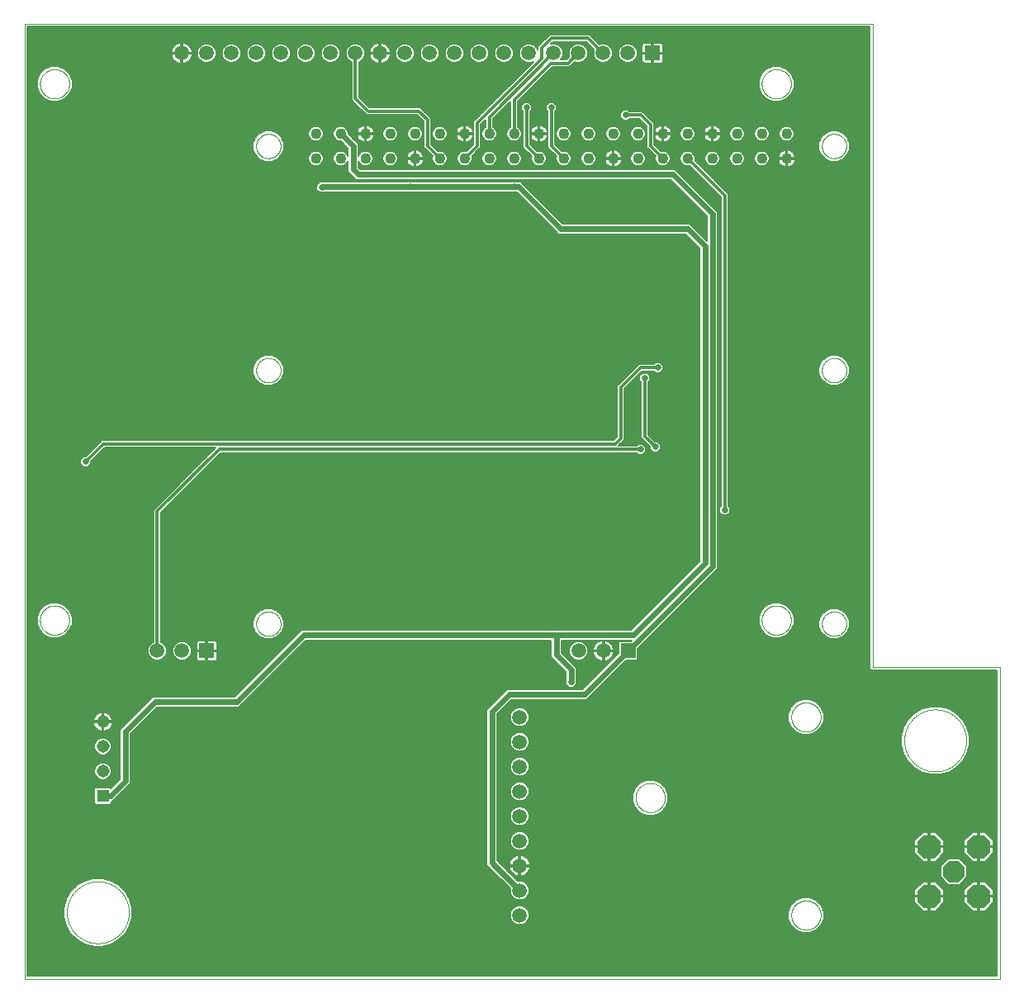
<source format=gbl>
G75*
%MOIN*%
%OFA0B0*%
%FSLAX25Y25*%
%IPPOS*%
%LPD*%
%AMOC8*
5,1,8,0,0,1.08239X$1,22.5*
%
%ADD10C,0.00000*%
%ADD11C,0.05937*%
%ADD12C,0.04362*%
%ADD13R,0.05937X0.05937*%
%ADD14OC8,0.09449*%
%ADD15OC8,0.08858*%
%ADD16R,0.05150X0.05150*%
%ADD17C,0.05150*%
%ADD18C,0.00600*%
%ADD19C,0.02578*%
%ADD20C,0.02400*%
%ADD21C,0.01200*%
D10*
X0017623Y0012379D02*
X0017623Y0398206D01*
X0360143Y0398206D01*
X0360143Y0138363D01*
X0411324Y0138363D01*
X0411324Y0012379D01*
X0017623Y0012379D01*
X0034808Y0039343D02*
X0034812Y0039650D01*
X0034823Y0039956D01*
X0034842Y0040263D01*
X0034868Y0040568D01*
X0034902Y0040873D01*
X0034943Y0041177D01*
X0034992Y0041480D01*
X0035048Y0041782D01*
X0035112Y0042082D01*
X0035183Y0042380D01*
X0035261Y0042677D01*
X0035346Y0042972D01*
X0035439Y0043264D01*
X0035539Y0043554D01*
X0035646Y0043842D01*
X0035760Y0044127D01*
X0035880Y0044409D01*
X0036008Y0044687D01*
X0036143Y0044963D01*
X0036284Y0045235D01*
X0036432Y0045504D01*
X0036586Y0045769D01*
X0036747Y0046030D01*
X0036915Y0046288D01*
X0037088Y0046541D01*
X0037268Y0046789D01*
X0037454Y0047033D01*
X0037645Y0047273D01*
X0037843Y0047508D01*
X0038046Y0047737D01*
X0038255Y0047962D01*
X0038469Y0048182D01*
X0038689Y0048396D01*
X0038914Y0048605D01*
X0039143Y0048808D01*
X0039378Y0049006D01*
X0039618Y0049197D01*
X0039862Y0049383D01*
X0040110Y0049563D01*
X0040363Y0049736D01*
X0040621Y0049904D01*
X0040882Y0050065D01*
X0041147Y0050219D01*
X0041416Y0050367D01*
X0041688Y0050508D01*
X0041964Y0050643D01*
X0042242Y0050771D01*
X0042524Y0050891D01*
X0042809Y0051005D01*
X0043097Y0051112D01*
X0043387Y0051212D01*
X0043679Y0051305D01*
X0043974Y0051390D01*
X0044271Y0051468D01*
X0044569Y0051539D01*
X0044869Y0051603D01*
X0045171Y0051659D01*
X0045474Y0051708D01*
X0045778Y0051749D01*
X0046083Y0051783D01*
X0046388Y0051809D01*
X0046695Y0051828D01*
X0047001Y0051839D01*
X0047308Y0051843D01*
X0047615Y0051839D01*
X0047921Y0051828D01*
X0048228Y0051809D01*
X0048533Y0051783D01*
X0048838Y0051749D01*
X0049142Y0051708D01*
X0049445Y0051659D01*
X0049747Y0051603D01*
X0050047Y0051539D01*
X0050345Y0051468D01*
X0050642Y0051390D01*
X0050937Y0051305D01*
X0051229Y0051212D01*
X0051519Y0051112D01*
X0051807Y0051005D01*
X0052092Y0050891D01*
X0052374Y0050771D01*
X0052652Y0050643D01*
X0052928Y0050508D01*
X0053200Y0050367D01*
X0053469Y0050219D01*
X0053734Y0050065D01*
X0053995Y0049904D01*
X0054253Y0049736D01*
X0054506Y0049563D01*
X0054754Y0049383D01*
X0054998Y0049197D01*
X0055238Y0049006D01*
X0055473Y0048808D01*
X0055702Y0048605D01*
X0055927Y0048396D01*
X0056147Y0048182D01*
X0056361Y0047962D01*
X0056570Y0047737D01*
X0056773Y0047508D01*
X0056971Y0047273D01*
X0057162Y0047033D01*
X0057348Y0046789D01*
X0057528Y0046541D01*
X0057701Y0046288D01*
X0057869Y0046030D01*
X0058030Y0045769D01*
X0058184Y0045504D01*
X0058332Y0045235D01*
X0058473Y0044963D01*
X0058608Y0044687D01*
X0058736Y0044409D01*
X0058856Y0044127D01*
X0058970Y0043842D01*
X0059077Y0043554D01*
X0059177Y0043264D01*
X0059270Y0042972D01*
X0059355Y0042677D01*
X0059433Y0042380D01*
X0059504Y0042082D01*
X0059568Y0041782D01*
X0059624Y0041480D01*
X0059673Y0041177D01*
X0059714Y0040873D01*
X0059748Y0040568D01*
X0059774Y0040263D01*
X0059793Y0039956D01*
X0059804Y0039650D01*
X0059808Y0039343D01*
X0059804Y0039036D01*
X0059793Y0038730D01*
X0059774Y0038423D01*
X0059748Y0038118D01*
X0059714Y0037813D01*
X0059673Y0037509D01*
X0059624Y0037206D01*
X0059568Y0036904D01*
X0059504Y0036604D01*
X0059433Y0036306D01*
X0059355Y0036009D01*
X0059270Y0035714D01*
X0059177Y0035422D01*
X0059077Y0035132D01*
X0058970Y0034844D01*
X0058856Y0034559D01*
X0058736Y0034277D01*
X0058608Y0033999D01*
X0058473Y0033723D01*
X0058332Y0033451D01*
X0058184Y0033182D01*
X0058030Y0032917D01*
X0057869Y0032656D01*
X0057701Y0032398D01*
X0057528Y0032145D01*
X0057348Y0031897D01*
X0057162Y0031653D01*
X0056971Y0031413D01*
X0056773Y0031178D01*
X0056570Y0030949D01*
X0056361Y0030724D01*
X0056147Y0030504D01*
X0055927Y0030290D01*
X0055702Y0030081D01*
X0055473Y0029878D01*
X0055238Y0029680D01*
X0054998Y0029489D01*
X0054754Y0029303D01*
X0054506Y0029123D01*
X0054253Y0028950D01*
X0053995Y0028782D01*
X0053734Y0028621D01*
X0053469Y0028467D01*
X0053200Y0028319D01*
X0052928Y0028178D01*
X0052652Y0028043D01*
X0052374Y0027915D01*
X0052092Y0027795D01*
X0051807Y0027681D01*
X0051519Y0027574D01*
X0051229Y0027474D01*
X0050937Y0027381D01*
X0050642Y0027296D01*
X0050345Y0027218D01*
X0050047Y0027147D01*
X0049747Y0027083D01*
X0049445Y0027027D01*
X0049142Y0026978D01*
X0048838Y0026937D01*
X0048533Y0026903D01*
X0048228Y0026877D01*
X0047921Y0026858D01*
X0047615Y0026847D01*
X0047308Y0026843D01*
X0047001Y0026847D01*
X0046695Y0026858D01*
X0046388Y0026877D01*
X0046083Y0026903D01*
X0045778Y0026937D01*
X0045474Y0026978D01*
X0045171Y0027027D01*
X0044869Y0027083D01*
X0044569Y0027147D01*
X0044271Y0027218D01*
X0043974Y0027296D01*
X0043679Y0027381D01*
X0043387Y0027474D01*
X0043097Y0027574D01*
X0042809Y0027681D01*
X0042524Y0027795D01*
X0042242Y0027915D01*
X0041964Y0028043D01*
X0041688Y0028178D01*
X0041416Y0028319D01*
X0041147Y0028467D01*
X0040882Y0028621D01*
X0040621Y0028782D01*
X0040363Y0028950D01*
X0040110Y0029123D01*
X0039862Y0029303D01*
X0039618Y0029489D01*
X0039378Y0029680D01*
X0039143Y0029878D01*
X0038914Y0030081D01*
X0038689Y0030290D01*
X0038469Y0030504D01*
X0038255Y0030724D01*
X0038046Y0030949D01*
X0037843Y0031178D01*
X0037645Y0031413D01*
X0037454Y0031653D01*
X0037268Y0031897D01*
X0037088Y0032145D01*
X0036915Y0032398D01*
X0036747Y0032656D01*
X0036586Y0032917D01*
X0036432Y0033182D01*
X0036284Y0033451D01*
X0036143Y0033723D01*
X0036008Y0033999D01*
X0035880Y0034277D01*
X0035760Y0034559D01*
X0035646Y0034844D01*
X0035539Y0035132D01*
X0035439Y0035422D01*
X0035346Y0035714D01*
X0035261Y0036009D01*
X0035183Y0036306D01*
X0035112Y0036604D01*
X0035048Y0036904D01*
X0034992Y0037206D01*
X0034943Y0037509D01*
X0034902Y0037813D01*
X0034868Y0038118D01*
X0034842Y0038423D01*
X0034823Y0038730D01*
X0034812Y0039036D01*
X0034808Y0039343D01*
X0111206Y0155843D02*
X0111208Y0155983D01*
X0111214Y0156123D01*
X0111224Y0156262D01*
X0111238Y0156401D01*
X0111256Y0156540D01*
X0111277Y0156678D01*
X0111303Y0156816D01*
X0111333Y0156953D01*
X0111366Y0157088D01*
X0111404Y0157223D01*
X0111445Y0157357D01*
X0111490Y0157490D01*
X0111538Y0157621D01*
X0111591Y0157750D01*
X0111647Y0157879D01*
X0111706Y0158005D01*
X0111770Y0158130D01*
X0111836Y0158253D01*
X0111907Y0158374D01*
X0111980Y0158493D01*
X0112057Y0158610D01*
X0112138Y0158724D01*
X0112221Y0158836D01*
X0112308Y0158946D01*
X0112398Y0159054D01*
X0112490Y0159158D01*
X0112586Y0159260D01*
X0112685Y0159360D01*
X0112786Y0159456D01*
X0112890Y0159550D01*
X0112997Y0159640D01*
X0113106Y0159727D01*
X0113218Y0159812D01*
X0113332Y0159893D01*
X0113448Y0159971D01*
X0113566Y0160045D01*
X0113687Y0160116D01*
X0113809Y0160184D01*
X0113934Y0160248D01*
X0114060Y0160309D01*
X0114187Y0160366D01*
X0114317Y0160419D01*
X0114448Y0160469D01*
X0114580Y0160514D01*
X0114713Y0160557D01*
X0114848Y0160595D01*
X0114983Y0160629D01*
X0115120Y0160660D01*
X0115257Y0160687D01*
X0115395Y0160709D01*
X0115534Y0160728D01*
X0115673Y0160743D01*
X0115812Y0160754D01*
X0115952Y0160761D01*
X0116092Y0160764D01*
X0116232Y0160763D01*
X0116372Y0160758D01*
X0116511Y0160749D01*
X0116651Y0160736D01*
X0116790Y0160719D01*
X0116928Y0160698D01*
X0117066Y0160674D01*
X0117203Y0160645D01*
X0117339Y0160613D01*
X0117474Y0160576D01*
X0117608Y0160536D01*
X0117741Y0160492D01*
X0117872Y0160444D01*
X0118002Y0160393D01*
X0118131Y0160338D01*
X0118258Y0160279D01*
X0118383Y0160216D01*
X0118506Y0160151D01*
X0118628Y0160081D01*
X0118747Y0160008D01*
X0118865Y0159932D01*
X0118980Y0159853D01*
X0119093Y0159770D01*
X0119203Y0159684D01*
X0119311Y0159595D01*
X0119416Y0159503D01*
X0119519Y0159408D01*
X0119619Y0159310D01*
X0119716Y0159210D01*
X0119810Y0159106D01*
X0119902Y0159000D01*
X0119990Y0158892D01*
X0120075Y0158781D01*
X0120157Y0158667D01*
X0120236Y0158551D01*
X0120311Y0158434D01*
X0120383Y0158314D01*
X0120451Y0158192D01*
X0120516Y0158068D01*
X0120578Y0157942D01*
X0120636Y0157815D01*
X0120690Y0157686D01*
X0120741Y0157555D01*
X0120787Y0157423D01*
X0120830Y0157290D01*
X0120870Y0157156D01*
X0120905Y0157021D01*
X0120937Y0156884D01*
X0120964Y0156747D01*
X0120988Y0156609D01*
X0121008Y0156471D01*
X0121024Y0156332D01*
X0121036Y0156192D01*
X0121044Y0156053D01*
X0121048Y0155913D01*
X0121048Y0155773D01*
X0121044Y0155633D01*
X0121036Y0155494D01*
X0121024Y0155354D01*
X0121008Y0155215D01*
X0120988Y0155077D01*
X0120964Y0154939D01*
X0120937Y0154802D01*
X0120905Y0154665D01*
X0120870Y0154530D01*
X0120830Y0154396D01*
X0120787Y0154263D01*
X0120741Y0154131D01*
X0120690Y0154000D01*
X0120636Y0153871D01*
X0120578Y0153744D01*
X0120516Y0153618D01*
X0120451Y0153494D01*
X0120383Y0153372D01*
X0120311Y0153252D01*
X0120236Y0153135D01*
X0120157Y0153019D01*
X0120075Y0152905D01*
X0119990Y0152794D01*
X0119902Y0152686D01*
X0119810Y0152580D01*
X0119716Y0152476D01*
X0119619Y0152376D01*
X0119519Y0152278D01*
X0119416Y0152183D01*
X0119311Y0152091D01*
X0119203Y0152002D01*
X0119093Y0151916D01*
X0118980Y0151833D01*
X0118865Y0151754D01*
X0118747Y0151678D01*
X0118628Y0151605D01*
X0118506Y0151535D01*
X0118383Y0151470D01*
X0118258Y0151407D01*
X0118131Y0151348D01*
X0118002Y0151293D01*
X0117872Y0151242D01*
X0117741Y0151194D01*
X0117608Y0151150D01*
X0117474Y0151110D01*
X0117339Y0151073D01*
X0117203Y0151041D01*
X0117066Y0151012D01*
X0116928Y0150988D01*
X0116790Y0150967D01*
X0116651Y0150950D01*
X0116511Y0150937D01*
X0116372Y0150928D01*
X0116232Y0150923D01*
X0116092Y0150922D01*
X0115952Y0150925D01*
X0115812Y0150932D01*
X0115673Y0150943D01*
X0115534Y0150958D01*
X0115395Y0150977D01*
X0115257Y0150999D01*
X0115120Y0151026D01*
X0114983Y0151057D01*
X0114848Y0151091D01*
X0114713Y0151129D01*
X0114580Y0151172D01*
X0114448Y0151217D01*
X0114317Y0151267D01*
X0114187Y0151320D01*
X0114060Y0151377D01*
X0113934Y0151438D01*
X0113809Y0151502D01*
X0113687Y0151570D01*
X0113566Y0151641D01*
X0113448Y0151715D01*
X0113332Y0151793D01*
X0113218Y0151874D01*
X0113106Y0151959D01*
X0112997Y0152046D01*
X0112890Y0152136D01*
X0112786Y0152230D01*
X0112685Y0152326D01*
X0112586Y0152426D01*
X0112490Y0152528D01*
X0112398Y0152632D01*
X0112308Y0152740D01*
X0112221Y0152850D01*
X0112138Y0152962D01*
X0112057Y0153076D01*
X0111980Y0153193D01*
X0111907Y0153312D01*
X0111836Y0153433D01*
X0111770Y0153556D01*
X0111706Y0153681D01*
X0111647Y0153807D01*
X0111591Y0153936D01*
X0111538Y0154065D01*
X0111490Y0154196D01*
X0111445Y0154329D01*
X0111404Y0154463D01*
X0111366Y0154598D01*
X0111333Y0154733D01*
X0111303Y0154870D01*
X0111277Y0155008D01*
X0111256Y0155146D01*
X0111238Y0155285D01*
X0111224Y0155424D01*
X0111214Y0155563D01*
X0111208Y0155703D01*
X0111206Y0155843D01*
X0023914Y0157316D02*
X0023916Y0157469D01*
X0023922Y0157623D01*
X0023932Y0157776D01*
X0023946Y0157928D01*
X0023964Y0158081D01*
X0023986Y0158232D01*
X0024011Y0158383D01*
X0024041Y0158534D01*
X0024075Y0158684D01*
X0024112Y0158832D01*
X0024153Y0158980D01*
X0024198Y0159126D01*
X0024247Y0159272D01*
X0024300Y0159416D01*
X0024356Y0159558D01*
X0024416Y0159699D01*
X0024480Y0159839D01*
X0024547Y0159977D01*
X0024618Y0160113D01*
X0024693Y0160247D01*
X0024770Y0160379D01*
X0024852Y0160509D01*
X0024936Y0160637D01*
X0025024Y0160763D01*
X0025115Y0160886D01*
X0025209Y0161007D01*
X0025307Y0161125D01*
X0025407Y0161241D01*
X0025511Y0161354D01*
X0025617Y0161465D01*
X0025726Y0161573D01*
X0025838Y0161678D01*
X0025952Y0161779D01*
X0026070Y0161878D01*
X0026189Y0161974D01*
X0026311Y0162067D01*
X0026436Y0162156D01*
X0026563Y0162243D01*
X0026692Y0162325D01*
X0026823Y0162405D01*
X0026956Y0162481D01*
X0027091Y0162554D01*
X0027228Y0162623D01*
X0027367Y0162688D01*
X0027507Y0162750D01*
X0027649Y0162808D01*
X0027792Y0162863D01*
X0027937Y0162914D01*
X0028083Y0162961D01*
X0028230Y0163004D01*
X0028378Y0163043D01*
X0028527Y0163079D01*
X0028677Y0163110D01*
X0028828Y0163138D01*
X0028979Y0163162D01*
X0029132Y0163182D01*
X0029284Y0163198D01*
X0029437Y0163210D01*
X0029590Y0163218D01*
X0029743Y0163222D01*
X0029897Y0163222D01*
X0030050Y0163218D01*
X0030203Y0163210D01*
X0030356Y0163198D01*
X0030508Y0163182D01*
X0030661Y0163162D01*
X0030812Y0163138D01*
X0030963Y0163110D01*
X0031113Y0163079D01*
X0031262Y0163043D01*
X0031410Y0163004D01*
X0031557Y0162961D01*
X0031703Y0162914D01*
X0031848Y0162863D01*
X0031991Y0162808D01*
X0032133Y0162750D01*
X0032273Y0162688D01*
X0032412Y0162623D01*
X0032549Y0162554D01*
X0032684Y0162481D01*
X0032817Y0162405D01*
X0032948Y0162325D01*
X0033077Y0162243D01*
X0033204Y0162156D01*
X0033329Y0162067D01*
X0033451Y0161974D01*
X0033570Y0161878D01*
X0033688Y0161779D01*
X0033802Y0161678D01*
X0033914Y0161573D01*
X0034023Y0161465D01*
X0034129Y0161354D01*
X0034233Y0161241D01*
X0034333Y0161125D01*
X0034431Y0161007D01*
X0034525Y0160886D01*
X0034616Y0160763D01*
X0034704Y0160637D01*
X0034788Y0160509D01*
X0034870Y0160379D01*
X0034947Y0160247D01*
X0035022Y0160113D01*
X0035093Y0159977D01*
X0035160Y0159839D01*
X0035224Y0159699D01*
X0035284Y0159558D01*
X0035340Y0159416D01*
X0035393Y0159272D01*
X0035442Y0159126D01*
X0035487Y0158980D01*
X0035528Y0158832D01*
X0035565Y0158684D01*
X0035599Y0158534D01*
X0035629Y0158383D01*
X0035654Y0158232D01*
X0035676Y0158081D01*
X0035694Y0157928D01*
X0035708Y0157776D01*
X0035718Y0157623D01*
X0035724Y0157469D01*
X0035726Y0157316D01*
X0035724Y0157163D01*
X0035718Y0157009D01*
X0035708Y0156856D01*
X0035694Y0156704D01*
X0035676Y0156551D01*
X0035654Y0156400D01*
X0035629Y0156249D01*
X0035599Y0156098D01*
X0035565Y0155948D01*
X0035528Y0155800D01*
X0035487Y0155652D01*
X0035442Y0155506D01*
X0035393Y0155360D01*
X0035340Y0155216D01*
X0035284Y0155074D01*
X0035224Y0154933D01*
X0035160Y0154793D01*
X0035093Y0154655D01*
X0035022Y0154519D01*
X0034947Y0154385D01*
X0034870Y0154253D01*
X0034788Y0154123D01*
X0034704Y0153995D01*
X0034616Y0153869D01*
X0034525Y0153746D01*
X0034431Y0153625D01*
X0034333Y0153507D01*
X0034233Y0153391D01*
X0034129Y0153278D01*
X0034023Y0153167D01*
X0033914Y0153059D01*
X0033802Y0152954D01*
X0033688Y0152853D01*
X0033570Y0152754D01*
X0033451Y0152658D01*
X0033329Y0152565D01*
X0033204Y0152476D01*
X0033077Y0152389D01*
X0032948Y0152307D01*
X0032817Y0152227D01*
X0032684Y0152151D01*
X0032549Y0152078D01*
X0032412Y0152009D01*
X0032273Y0151944D01*
X0032133Y0151882D01*
X0031991Y0151824D01*
X0031848Y0151769D01*
X0031703Y0151718D01*
X0031557Y0151671D01*
X0031410Y0151628D01*
X0031262Y0151589D01*
X0031113Y0151553D01*
X0030963Y0151522D01*
X0030812Y0151494D01*
X0030661Y0151470D01*
X0030508Y0151450D01*
X0030356Y0151434D01*
X0030203Y0151422D01*
X0030050Y0151414D01*
X0029897Y0151410D01*
X0029743Y0151410D01*
X0029590Y0151414D01*
X0029437Y0151422D01*
X0029284Y0151434D01*
X0029132Y0151450D01*
X0028979Y0151470D01*
X0028828Y0151494D01*
X0028677Y0151522D01*
X0028527Y0151553D01*
X0028378Y0151589D01*
X0028230Y0151628D01*
X0028083Y0151671D01*
X0027937Y0151718D01*
X0027792Y0151769D01*
X0027649Y0151824D01*
X0027507Y0151882D01*
X0027367Y0151944D01*
X0027228Y0152009D01*
X0027091Y0152078D01*
X0026956Y0152151D01*
X0026823Y0152227D01*
X0026692Y0152307D01*
X0026563Y0152389D01*
X0026436Y0152476D01*
X0026311Y0152565D01*
X0026189Y0152658D01*
X0026070Y0152754D01*
X0025952Y0152853D01*
X0025838Y0152954D01*
X0025726Y0153059D01*
X0025617Y0153167D01*
X0025511Y0153278D01*
X0025407Y0153391D01*
X0025307Y0153507D01*
X0025209Y0153625D01*
X0025115Y0153746D01*
X0025024Y0153869D01*
X0024936Y0153995D01*
X0024852Y0154123D01*
X0024770Y0154253D01*
X0024693Y0154385D01*
X0024618Y0154519D01*
X0024547Y0154655D01*
X0024480Y0154793D01*
X0024416Y0154933D01*
X0024356Y0155074D01*
X0024300Y0155216D01*
X0024247Y0155360D01*
X0024198Y0155506D01*
X0024153Y0155652D01*
X0024112Y0155800D01*
X0024075Y0155948D01*
X0024041Y0156098D01*
X0024011Y0156249D01*
X0023986Y0156400D01*
X0023964Y0156551D01*
X0023946Y0156704D01*
X0023932Y0156856D01*
X0023922Y0157009D01*
X0023916Y0157163D01*
X0023914Y0157316D01*
X0111206Y0258206D02*
X0111208Y0258346D01*
X0111214Y0258486D01*
X0111224Y0258625D01*
X0111238Y0258764D01*
X0111256Y0258903D01*
X0111277Y0259041D01*
X0111303Y0259179D01*
X0111333Y0259316D01*
X0111366Y0259451D01*
X0111404Y0259586D01*
X0111445Y0259720D01*
X0111490Y0259853D01*
X0111538Y0259984D01*
X0111591Y0260113D01*
X0111647Y0260242D01*
X0111706Y0260368D01*
X0111770Y0260493D01*
X0111836Y0260616D01*
X0111907Y0260737D01*
X0111980Y0260856D01*
X0112057Y0260973D01*
X0112138Y0261087D01*
X0112221Y0261199D01*
X0112308Y0261309D01*
X0112398Y0261417D01*
X0112490Y0261521D01*
X0112586Y0261623D01*
X0112685Y0261723D01*
X0112786Y0261819D01*
X0112890Y0261913D01*
X0112997Y0262003D01*
X0113106Y0262090D01*
X0113218Y0262175D01*
X0113332Y0262256D01*
X0113448Y0262334D01*
X0113566Y0262408D01*
X0113687Y0262479D01*
X0113809Y0262547D01*
X0113934Y0262611D01*
X0114060Y0262672D01*
X0114187Y0262729D01*
X0114317Y0262782D01*
X0114448Y0262832D01*
X0114580Y0262877D01*
X0114713Y0262920D01*
X0114848Y0262958D01*
X0114983Y0262992D01*
X0115120Y0263023D01*
X0115257Y0263050D01*
X0115395Y0263072D01*
X0115534Y0263091D01*
X0115673Y0263106D01*
X0115812Y0263117D01*
X0115952Y0263124D01*
X0116092Y0263127D01*
X0116232Y0263126D01*
X0116372Y0263121D01*
X0116511Y0263112D01*
X0116651Y0263099D01*
X0116790Y0263082D01*
X0116928Y0263061D01*
X0117066Y0263037D01*
X0117203Y0263008D01*
X0117339Y0262976D01*
X0117474Y0262939D01*
X0117608Y0262899D01*
X0117741Y0262855D01*
X0117872Y0262807D01*
X0118002Y0262756D01*
X0118131Y0262701D01*
X0118258Y0262642D01*
X0118383Y0262579D01*
X0118506Y0262514D01*
X0118628Y0262444D01*
X0118747Y0262371D01*
X0118865Y0262295D01*
X0118980Y0262216D01*
X0119093Y0262133D01*
X0119203Y0262047D01*
X0119311Y0261958D01*
X0119416Y0261866D01*
X0119519Y0261771D01*
X0119619Y0261673D01*
X0119716Y0261573D01*
X0119810Y0261469D01*
X0119902Y0261363D01*
X0119990Y0261255D01*
X0120075Y0261144D01*
X0120157Y0261030D01*
X0120236Y0260914D01*
X0120311Y0260797D01*
X0120383Y0260677D01*
X0120451Y0260555D01*
X0120516Y0260431D01*
X0120578Y0260305D01*
X0120636Y0260178D01*
X0120690Y0260049D01*
X0120741Y0259918D01*
X0120787Y0259786D01*
X0120830Y0259653D01*
X0120870Y0259519D01*
X0120905Y0259384D01*
X0120937Y0259247D01*
X0120964Y0259110D01*
X0120988Y0258972D01*
X0121008Y0258834D01*
X0121024Y0258695D01*
X0121036Y0258555D01*
X0121044Y0258416D01*
X0121048Y0258276D01*
X0121048Y0258136D01*
X0121044Y0257996D01*
X0121036Y0257857D01*
X0121024Y0257717D01*
X0121008Y0257578D01*
X0120988Y0257440D01*
X0120964Y0257302D01*
X0120937Y0257165D01*
X0120905Y0257028D01*
X0120870Y0256893D01*
X0120830Y0256759D01*
X0120787Y0256626D01*
X0120741Y0256494D01*
X0120690Y0256363D01*
X0120636Y0256234D01*
X0120578Y0256107D01*
X0120516Y0255981D01*
X0120451Y0255857D01*
X0120383Y0255735D01*
X0120311Y0255615D01*
X0120236Y0255498D01*
X0120157Y0255382D01*
X0120075Y0255268D01*
X0119990Y0255157D01*
X0119902Y0255049D01*
X0119810Y0254943D01*
X0119716Y0254839D01*
X0119619Y0254739D01*
X0119519Y0254641D01*
X0119416Y0254546D01*
X0119311Y0254454D01*
X0119203Y0254365D01*
X0119093Y0254279D01*
X0118980Y0254196D01*
X0118865Y0254117D01*
X0118747Y0254041D01*
X0118628Y0253968D01*
X0118506Y0253898D01*
X0118383Y0253833D01*
X0118258Y0253770D01*
X0118131Y0253711D01*
X0118002Y0253656D01*
X0117872Y0253605D01*
X0117741Y0253557D01*
X0117608Y0253513D01*
X0117474Y0253473D01*
X0117339Y0253436D01*
X0117203Y0253404D01*
X0117066Y0253375D01*
X0116928Y0253351D01*
X0116790Y0253330D01*
X0116651Y0253313D01*
X0116511Y0253300D01*
X0116372Y0253291D01*
X0116232Y0253286D01*
X0116092Y0253285D01*
X0115952Y0253288D01*
X0115812Y0253295D01*
X0115673Y0253306D01*
X0115534Y0253321D01*
X0115395Y0253340D01*
X0115257Y0253362D01*
X0115120Y0253389D01*
X0114983Y0253420D01*
X0114848Y0253454D01*
X0114713Y0253492D01*
X0114580Y0253535D01*
X0114448Y0253580D01*
X0114317Y0253630D01*
X0114187Y0253683D01*
X0114060Y0253740D01*
X0113934Y0253801D01*
X0113809Y0253865D01*
X0113687Y0253933D01*
X0113566Y0254004D01*
X0113448Y0254078D01*
X0113332Y0254156D01*
X0113218Y0254237D01*
X0113106Y0254322D01*
X0112997Y0254409D01*
X0112890Y0254499D01*
X0112786Y0254593D01*
X0112685Y0254689D01*
X0112586Y0254789D01*
X0112490Y0254891D01*
X0112398Y0254995D01*
X0112308Y0255103D01*
X0112221Y0255213D01*
X0112138Y0255325D01*
X0112057Y0255439D01*
X0111980Y0255556D01*
X0111907Y0255675D01*
X0111836Y0255796D01*
X0111770Y0255919D01*
X0111706Y0256044D01*
X0111647Y0256170D01*
X0111591Y0256299D01*
X0111538Y0256428D01*
X0111490Y0256559D01*
X0111445Y0256692D01*
X0111404Y0256826D01*
X0111366Y0256961D01*
X0111333Y0257096D01*
X0111303Y0257233D01*
X0111277Y0257371D01*
X0111256Y0257509D01*
X0111238Y0257648D01*
X0111224Y0257787D01*
X0111214Y0257926D01*
X0111208Y0258066D01*
X0111206Y0258206D01*
X0111206Y0348757D02*
X0111208Y0348897D01*
X0111214Y0349037D01*
X0111224Y0349176D01*
X0111238Y0349315D01*
X0111256Y0349454D01*
X0111277Y0349592D01*
X0111303Y0349730D01*
X0111333Y0349867D01*
X0111366Y0350002D01*
X0111404Y0350137D01*
X0111445Y0350271D01*
X0111490Y0350404D01*
X0111538Y0350535D01*
X0111591Y0350664D01*
X0111647Y0350793D01*
X0111706Y0350919D01*
X0111770Y0351044D01*
X0111836Y0351167D01*
X0111907Y0351288D01*
X0111980Y0351407D01*
X0112057Y0351524D01*
X0112138Y0351638D01*
X0112221Y0351750D01*
X0112308Y0351860D01*
X0112398Y0351968D01*
X0112490Y0352072D01*
X0112586Y0352174D01*
X0112685Y0352274D01*
X0112786Y0352370D01*
X0112890Y0352464D01*
X0112997Y0352554D01*
X0113106Y0352641D01*
X0113218Y0352726D01*
X0113332Y0352807D01*
X0113448Y0352885D01*
X0113566Y0352959D01*
X0113687Y0353030D01*
X0113809Y0353098D01*
X0113934Y0353162D01*
X0114060Y0353223D01*
X0114187Y0353280D01*
X0114317Y0353333D01*
X0114448Y0353383D01*
X0114580Y0353428D01*
X0114713Y0353471D01*
X0114848Y0353509D01*
X0114983Y0353543D01*
X0115120Y0353574D01*
X0115257Y0353601D01*
X0115395Y0353623D01*
X0115534Y0353642D01*
X0115673Y0353657D01*
X0115812Y0353668D01*
X0115952Y0353675D01*
X0116092Y0353678D01*
X0116232Y0353677D01*
X0116372Y0353672D01*
X0116511Y0353663D01*
X0116651Y0353650D01*
X0116790Y0353633D01*
X0116928Y0353612D01*
X0117066Y0353588D01*
X0117203Y0353559D01*
X0117339Y0353527D01*
X0117474Y0353490D01*
X0117608Y0353450D01*
X0117741Y0353406D01*
X0117872Y0353358D01*
X0118002Y0353307D01*
X0118131Y0353252D01*
X0118258Y0353193D01*
X0118383Y0353130D01*
X0118506Y0353065D01*
X0118628Y0352995D01*
X0118747Y0352922D01*
X0118865Y0352846D01*
X0118980Y0352767D01*
X0119093Y0352684D01*
X0119203Y0352598D01*
X0119311Y0352509D01*
X0119416Y0352417D01*
X0119519Y0352322D01*
X0119619Y0352224D01*
X0119716Y0352124D01*
X0119810Y0352020D01*
X0119902Y0351914D01*
X0119990Y0351806D01*
X0120075Y0351695D01*
X0120157Y0351581D01*
X0120236Y0351465D01*
X0120311Y0351348D01*
X0120383Y0351228D01*
X0120451Y0351106D01*
X0120516Y0350982D01*
X0120578Y0350856D01*
X0120636Y0350729D01*
X0120690Y0350600D01*
X0120741Y0350469D01*
X0120787Y0350337D01*
X0120830Y0350204D01*
X0120870Y0350070D01*
X0120905Y0349935D01*
X0120937Y0349798D01*
X0120964Y0349661D01*
X0120988Y0349523D01*
X0121008Y0349385D01*
X0121024Y0349246D01*
X0121036Y0349106D01*
X0121044Y0348967D01*
X0121048Y0348827D01*
X0121048Y0348687D01*
X0121044Y0348547D01*
X0121036Y0348408D01*
X0121024Y0348268D01*
X0121008Y0348129D01*
X0120988Y0347991D01*
X0120964Y0347853D01*
X0120937Y0347716D01*
X0120905Y0347579D01*
X0120870Y0347444D01*
X0120830Y0347310D01*
X0120787Y0347177D01*
X0120741Y0347045D01*
X0120690Y0346914D01*
X0120636Y0346785D01*
X0120578Y0346658D01*
X0120516Y0346532D01*
X0120451Y0346408D01*
X0120383Y0346286D01*
X0120311Y0346166D01*
X0120236Y0346049D01*
X0120157Y0345933D01*
X0120075Y0345819D01*
X0119990Y0345708D01*
X0119902Y0345600D01*
X0119810Y0345494D01*
X0119716Y0345390D01*
X0119619Y0345290D01*
X0119519Y0345192D01*
X0119416Y0345097D01*
X0119311Y0345005D01*
X0119203Y0344916D01*
X0119093Y0344830D01*
X0118980Y0344747D01*
X0118865Y0344668D01*
X0118747Y0344592D01*
X0118628Y0344519D01*
X0118506Y0344449D01*
X0118383Y0344384D01*
X0118258Y0344321D01*
X0118131Y0344262D01*
X0118002Y0344207D01*
X0117872Y0344156D01*
X0117741Y0344108D01*
X0117608Y0344064D01*
X0117474Y0344024D01*
X0117339Y0343987D01*
X0117203Y0343955D01*
X0117066Y0343926D01*
X0116928Y0343902D01*
X0116790Y0343881D01*
X0116651Y0343864D01*
X0116511Y0343851D01*
X0116372Y0343842D01*
X0116232Y0343837D01*
X0116092Y0343836D01*
X0115952Y0343839D01*
X0115812Y0343846D01*
X0115673Y0343857D01*
X0115534Y0343872D01*
X0115395Y0343891D01*
X0115257Y0343913D01*
X0115120Y0343940D01*
X0114983Y0343971D01*
X0114848Y0344005D01*
X0114713Y0344043D01*
X0114580Y0344086D01*
X0114448Y0344131D01*
X0114317Y0344181D01*
X0114187Y0344234D01*
X0114060Y0344291D01*
X0113934Y0344352D01*
X0113809Y0344416D01*
X0113687Y0344484D01*
X0113566Y0344555D01*
X0113448Y0344629D01*
X0113332Y0344707D01*
X0113218Y0344788D01*
X0113106Y0344873D01*
X0112997Y0344960D01*
X0112890Y0345050D01*
X0112786Y0345144D01*
X0112685Y0345240D01*
X0112586Y0345340D01*
X0112490Y0345442D01*
X0112398Y0345546D01*
X0112308Y0345654D01*
X0112221Y0345764D01*
X0112138Y0345876D01*
X0112057Y0345990D01*
X0111980Y0346107D01*
X0111907Y0346226D01*
X0111836Y0346347D01*
X0111770Y0346470D01*
X0111706Y0346595D01*
X0111647Y0346721D01*
X0111591Y0346850D01*
X0111538Y0346979D01*
X0111490Y0347110D01*
X0111445Y0347243D01*
X0111404Y0347377D01*
X0111366Y0347512D01*
X0111333Y0347647D01*
X0111303Y0347784D01*
X0111277Y0347922D01*
X0111256Y0348060D01*
X0111238Y0348199D01*
X0111224Y0348338D01*
X0111214Y0348477D01*
X0111208Y0348617D01*
X0111206Y0348757D01*
X0023914Y0373851D02*
X0023916Y0374004D01*
X0023922Y0374158D01*
X0023932Y0374311D01*
X0023946Y0374463D01*
X0023964Y0374616D01*
X0023986Y0374767D01*
X0024011Y0374918D01*
X0024041Y0375069D01*
X0024075Y0375219D01*
X0024112Y0375367D01*
X0024153Y0375515D01*
X0024198Y0375661D01*
X0024247Y0375807D01*
X0024300Y0375951D01*
X0024356Y0376093D01*
X0024416Y0376234D01*
X0024480Y0376374D01*
X0024547Y0376512D01*
X0024618Y0376648D01*
X0024693Y0376782D01*
X0024770Y0376914D01*
X0024852Y0377044D01*
X0024936Y0377172D01*
X0025024Y0377298D01*
X0025115Y0377421D01*
X0025209Y0377542D01*
X0025307Y0377660D01*
X0025407Y0377776D01*
X0025511Y0377889D01*
X0025617Y0378000D01*
X0025726Y0378108D01*
X0025838Y0378213D01*
X0025952Y0378314D01*
X0026070Y0378413D01*
X0026189Y0378509D01*
X0026311Y0378602D01*
X0026436Y0378691D01*
X0026563Y0378778D01*
X0026692Y0378860D01*
X0026823Y0378940D01*
X0026956Y0379016D01*
X0027091Y0379089D01*
X0027228Y0379158D01*
X0027367Y0379223D01*
X0027507Y0379285D01*
X0027649Y0379343D01*
X0027792Y0379398D01*
X0027937Y0379449D01*
X0028083Y0379496D01*
X0028230Y0379539D01*
X0028378Y0379578D01*
X0028527Y0379614D01*
X0028677Y0379645D01*
X0028828Y0379673D01*
X0028979Y0379697D01*
X0029132Y0379717D01*
X0029284Y0379733D01*
X0029437Y0379745D01*
X0029590Y0379753D01*
X0029743Y0379757D01*
X0029897Y0379757D01*
X0030050Y0379753D01*
X0030203Y0379745D01*
X0030356Y0379733D01*
X0030508Y0379717D01*
X0030661Y0379697D01*
X0030812Y0379673D01*
X0030963Y0379645D01*
X0031113Y0379614D01*
X0031262Y0379578D01*
X0031410Y0379539D01*
X0031557Y0379496D01*
X0031703Y0379449D01*
X0031848Y0379398D01*
X0031991Y0379343D01*
X0032133Y0379285D01*
X0032273Y0379223D01*
X0032412Y0379158D01*
X0032549Y0379089D01*
X0032684Y0379016D01*
X0032817Y0378940D01*
X0032948Y0378860D01*
X0033077Y0378778D01*
X0033204Y0378691D01*
X0033329Y0378602D01*
X0033451Y0378509D01*
X0033570Y0378413D01*
X0033688Y0378314D01*
X0033802Y0378213D01*
X0033914Y0378108D01*
X0034023Y0378000D01*
X0034129Y0377889D01*
X0034233Y0377776D01*
X0034333Y0377660D01*
X0034431Y0377542D01*
X0034525Y0377421D01*
X0034616Y0377298D01*
X0034704Y0377172D01*
X0034788Y0377044D01*
X0034870Y0376914D01*
X0034947Y0376782D01*
X0035022Y0376648D01*
X0035093Y0376512D01*
X0035160Y0376374D01*
X0035224Y0376234D01*
X0035284Y0376093D01*
X0035340Y0375951D01*
X0035393Y0375807D01*
X0035442Y0375661D01*
X0035487Y0375515D01*
X0035528Y0375367D01*
X0035565Y0375219D01*
X0035599Y0375069D01*
X0035629Y0374918D01*
X0035654Y0374767D01*
X0035676Y0374616D01*
X0035694Y0374463D01*
X0035708Y0374311D01*
X0035718Y0374158D01*
X0035724Y0374004D01*
X0035726Y0373851D01*
X0035724Y0373698D01*
X0035718Y0373544D01*
X0035708Y0373391D01*
X0035694Y0373239D01*
X0035676Y0373086D01*
X0035654Y0372935D01*
X0035629Y0372784D01*
X0035599Y0372633D01*
X0035565Y0372483D01*
X0035528Y0372335D01*
X0035487Y0372187D01*
X0035442Y0372041D01*
X0035393Y0371895D01*
X0035340Y0371751D01*
X0035284Y0371609D01*
X0035224Y0371468D01*
X0035160Y0371328D01*
X0035093Y0371190D01*
X0035022Y0371054D01*
X0034947Y0370920D01*
X0034870Y0370788D01*
X0034788Y0370658D01*
X0034704Y0370530D01*
X0034616Y0370404D01*
X0034525Y0370281D01*
X0034431Y0370160D01*
X0034333Y0370042D01*
X0034233Y0369926D01*
X0034129Y0369813D01*
X0034023Y0369702D01*
X0033914Y0369594D01*
X0033802Y0369489D01*
X0033688Y0369388D01*
X0033570Y0369289D01*
X0033451Y0369193D01*
X0033329Y0369100D01*
X0033204Y0369011D01*
X0033077Y0368924D01*
X0032948Y0368842D01*
X0032817Y0368762D01*
X0032684Y0368686D01*
X0032549Y0368613D01*
X0032412Y0368544D01*
X0032273Y0368479D01*
X0032133Y0368417D01*
X0031991Y0368359D01*
X0031848Y0368304D01*
X0031703Y0368253D01*
X0031557Y0368206D01*
X0031410Y0368163D01*
X0031262Y0368124D01*
X0031113Y0368088D01*
X0030963Y0368057D01*
X0030812Y0368029D01*
X0030661Y0368005D01*
X0030508Y0367985D01*
X0030356Y0367969D01*
X0030203Y0367957D01*
X0030050Y0367949D01*
X0029897Y0367945D01*
X0029743Y0367945D01*
X0029590Y0367949D01*
X0029437Y0367957D01*
X0029284Y0367969D01*
X0029132Y0367985D01*
X0028979Y0368005D01*
X0028828Y0368029D01*
X0028677Y0368057D01*
X0028527Y0368088D01*
X0028378Y0368124D01*
X0028230Y0368163D01*
X0028083Y0368206D01*
X0027937Y0368253D01*
X0027792Y0368304D01*
X0027649Y0368359D01*
X0027507Y0368417D01*
X0027367Y0368479D01*
X0027228Y0368544D01*
X0027091Y0368613D01*
X0026956Y0368686D01*
X0026823Y0368762D01*
X0026692Y0368842D01*
X0026563Y0368924D01*
X0026436Y0369011D01*
X0026311Y0369100D01*
X0026189Y0369193D01*
X0026070Y0369289D01*
X0025952Y0369388D01*
X0025838Y0369489D01*
X0025726Y0369594D01*
X0025617Y0369702D01*
X0025511Y0369813D01*
X0025407Y0369926D01*
X0025307Y0370042D01*
X0025209Y0370160D01*
X0025115Y0370281D01*
X0025024Y0370404D01*
X0024936Y0370530D01*
X0024852Y0370658D01*
X0024770Y0370788D01*
X0024693Y0370920D01*
X0024618Y0371054D01*
X0024547Y0371190D01*
X0024480Y0371328D01*
X0024416Y0371468D01*
X0024356Y0371609D01*
X0024300Y0371751D01*
X0024247Y0371895D01*
X0024198Y0372041D01*
X0024153Y0372187D01*
X0024112Y0372335D01*
X0024075Y0372483D01*
X0024041Y0372633D01*
X0024011Y0372784D01*
X0023986Y0372935D01*
X0023964Y0373086D01*
X0023946Y0373239D01*
X0023932Y0373391D01*
X0023922Y0373544D01*
X0023916Y0373698D01*
X0023914Y0373851D01*
X0264363Y0085646D02*
X0264365Y0085799D01*
X0264371Y0085953D01*
X0264381Y0086106D01*
X0264395Y0086258D01*
X0264413Y0086411D01*
X0264435Y0086562D01*
X0264460Y0086713D01*
X0264490Y0086864D01*
X0264524Y0087014D01*
X0264561Y0087162D01*
X0264602Y0087310D01*
X0264647Y0087456D01*
X0264696Y0087602D01*
X0264749Y0087746D01*
X0264805Y0087888D01*
X0264865Y0088029D01*
X0264929Y0088169D01*
X0264996Y0088307D01*
X0265067Y0088443D01*
X0265142Y0088577D01*
X0265219Y0088709D01*
X0265301Y0088839D01*
X0265385Y0088967D01*
X0265473Y0089093D01*
X0265564Y0089216D01*
X0265658Y0089337D01*
X0265756Y0089455D01*
X0265856Y0089571D01*
X0265960Y0089684D01*
X0266066Y0089795D01*
X0266175Y0089903D01*
X0266287Y0090008D01*
X0266401Y0090109D01*
X0266519Y0090208D01*
X0266638Y0090304D01*
X0266760Y0090397D01*
X0266885Y0090486D01*
X0267012Y0090573D01*
X0267141Y0090655D01*
X0267272Y0090735D01*
X0267405Y0090811D01*
X0267540Y0090884D01*
X0267677Y0090953D01*
X0267816Y0091018D01*
X0267956Y0091080D01*
X0268098Y0091138D01*
X0268241Y0091193D01*
X0268386Y0091244D01*
X0268532Y0091291D01*
X0268679Y0091334D01*
X0268827Y0091373D01*
X0268976Y0091409D01*
X0269126Y0091440D01*
X0269277Y0091468D01*
X0269428Y0091492D01*
X0269581Y0091512D01*
X0269733Y0091528D01*
X0269886Y0091540D01*
X0270039Y0091548D01*
X0270192Y0091552D01*
X0270346Y0091552D01*
X0270499Y0091548D01*
X0270652Y0091540D01*
X0270805Y0091528D01*
X0270957Y0091512D01*
X0271110Y0091492D01*
X0271261Y0091468D01*
X0271412Y0091440D01*
X0271562Y0091409D01*
X0271711Y0091373D01*
X0271859Y0091334D01*
X0272006Y0091291D01*
X0272152Y0091244D01*
X0272297Y0091193D01*
X0272440Y0091138D01*
X0272582Y0091080D01*
X0272722Y0091018D01*
X0272861Y0090953D01*
X0272998Y0090884D01*
X0273133Y0090811D01*
X0273266Y0090735D01*
X0273397Y0090655D01*
X0273526Y0090573D01*
X0273653Y0090486D01*
X0273778Y0090397D01*
X0273900Y0090304D01*
X0274019Y0090208D01*
X0274137Y0090109D01*
X0274251Y0090008D01*
X0274363Y0089903D01*
X0274472Y0089795D01*
X0274578Y0089684D01*
X0274682Y0089571D01*
X0274782Y0089455D01*
X0274880Y0089337D01*
X0274974Y0089216D01*
X0275065Y0089093D01*
X0275153Y0088967D01*
X0275237Y0088839D01*
X0275319Y0088709D01*
X0275396Y0088577D01*
X0275471Y0088443D01*
X0275542Y0088307D01*
X0275609Y0088169D01*
X0275673Y0088029D01*
X0275733Y0087888D01*
X0275789Y0087746D01*
X0275842Y0087602D01*
X0275891Y0087456D01*
X0275936Y0087310D01*
X0275977Y0087162D01*
X0276014Y0087014D01*
X0276048Y0086864D01*
X0276078Y0086713D01*
X0276103Y0086562D01*
X0276125Y0086411D01*
X0276143Y0086258D01*
X0276157Y0086106D01*
X0276167Y0085953D01*
X0276173Y0085799D01*
X0276175Y0085646D01*
X0276173Y0085493D01*
X0276167Y0085339D01*
X0276157Y0085186D01*
X0276143Y0085034D01*
X0276125Y0084881D01*
X0276103Y0084730D01*
X0276078Y0084579D01*
X0276048Y0084428D01*
X0276014Y0084278D01*
X0275977Y0084130D01*
X0275936Y0083982D01*
X0275891Y0083836D01*
X0275842Y0083690D01*
X0275789Y0083546D01*
X0275733Y0083404D01*
X0275673Y0083263D01*
X0275609Y0083123D01*
X0275542Y0082985D01*
X0275471Y0082849D01*
X0275396Y0082715D01*
X0275319Y0082583D01*
X0275237Y0082453D01*
X0275153Y0082325D01*
X0275065Y0082199D01*
X0274974Y0082076D01*
X0274880Y0081955D01*
X0274782Y0081837D01*
X0274682Y0081721D01*
X0274578Y0081608D01*
X0274472Y0081497D01*
X0274363Y0081389D01*
X0274251Y0081284D01*
X0274137Y0081183D01*
X0274019Y0081084D01*
X0273900Y0080988D01*
X0273778Y0080895D01*
X0273653Y0080806D01*
X0273526Y0080719D01*
X0273397Y0080637D01*
X0273266Y0080557D01*
X0273133Y0080481D01*
X0272998Y0080408D01*
X0272861Y0080339D01*
X0272722Y0080274D01*
X0272582Y0080212D01*
X0272440Y0080154D01*
X0272297Y0080099D01*
X0272152Y0080048D01*
X0272006Y0080001D01*
X0271859Y0079958D01*
X0271711Y0079919D01*
X0271562Y0079883D01*
X0271412Y0079852D01*
X0271261Y0079824D01*
X0271110Y0079800D01*
X0270957Y0079780D01*
X0270805Y0079764D01*
X0270652Y0079752D01*
X0270499Y0079744D01*
X0270346Y0079740D01*
X0270192Y0079740D01*
X0270039Y0079744D01*
X0269886Y0079752D01*
X0269733Y0079764D01*
X0269581Y0079780D01*
X0269428Y0079800D01*
X0269277Y0079824D01*
X0269126Y0079852D01*
X0268976Y0079883D01*
X0268827Y0079919D01*
X0268679Y0079958D01*
X0268532Y0080001D01*
X0268386Y0080048D01*
X0268241Y0080099D01*
X0268098Y0080154D01*
X0267956Y0080212D01*
X0267816Y0080274D01*
X0267677Y0080339D01*
X0267540Y0080408D01*
X0267405Y0080481D01*
X0267272Y0080557D01*
X0267141Y0080637D01*
X0267012Y0080719D01*
X0266885Y0080806D01*
X0266760Y0080895D01*
X0266638Y0080988D01*
X0266519Y0081084D01*
X0266401Y0081183D01*
X0266287Y0081284D01*
X0266175Y0081389D01*
X0266066Y0081497D01*
X0265960Y0081608D01*
X0265856Y0081721D01*
X0265756Y0081837D01*
X0265658Y0081955D01*
X0265564Y0082076D01*
X0265473Y0082199D01*
X0265385Y0082325D01*
X0265301Y0082453D01*
X0265219Y0082583D01*
X0265142Y0082715D01*
X0265067Y0082849D01*
X0264996Y0082985D01*
X0264929Y0083123D01*
X0264865Y0083263D01*
X0264805Y0083404D01*
X0264749Y0083546D01*
X0264696Y0083690D01*
X0264647Y0083836D01*
X0264602Y0083982D01*
X0264561Y0084130D01*
X0264524Y0084278D01*
X0264490Y0084428D01*
X0264460Y0084579D01*
X0264435Y0084730D01*
X0264413Y0084881D01*
X0264395Y0085034D01*
X0264381Y0085186D01*
X0264371Y0085339D01*
X0264365Y0085493D01*
X0264363Y0085646D01*
X0327205Y0118166D02*
X0327207Y0118319D01*
X0327213Y0118473D01*
X0327223Y0118626D01*
X0327237Y0118778D01*
X0327255Y0118931D01*
X0327277Y0119082D01*
X0327302Y0119233D01*
X0327332Y0119384D01*
X0327366Y0119534D01*
X0327403Y0119682D01*
X0327444Y0119830D01*
X0327489Y0119976D01*
X0327538Y0120122D01*
X0327591Y0120266D01*
X0327647Y0120408D01*
X0327707Y0120549D01*
X0327771Y0120689D01*
X0327838Y0120827D01*
X0327909Y0120963D01*
X0327984Y0121097D01*
X0328061Y0121229D01*
X0328143Y0121359D01*
X0328227Y0121487D01*
X0328315Y0121613D01*
X0328406Y0121736D01*
X0328500Y0121857D01*
X0328598Y0121975D01*
X0328698Y0122091D01*
X0328802Y0122204D01*
X0328908Y0122315D01*
X0329017Y0122423D01*
X0329129Y0122528D01*
X0329243Y0122629D01*
X0329361Y0122728D01*
X0329480Y0122824D01*
X0329602Y0122917D01*
X0329727Y0123006D01*
X0329854Y0123093D01*
X0329983Y0123175D01*
X0330114Y0123255D01*
X0330247Y0123331D01*
X0330382Y0123404D01*
X0330519Y0123473D01*
X0330658Y0123538D01*
X0330798Y0123600D01*
X0330940Y0123658D01*
X0331083Y0123713D01*
X0331228Y0123764D01*
X0331374Y0123811D01*
X0331521Y0123854D01*
X0331669Y0123893D01*
X0331818Y0123929D01*
X0331968Y0123960D01*
X0332119Y0123988D01*
X0332270Y0124012D01*
X0332423Y0124032D01*
X0332575Y0124048D01*
X0332728Y0124060D01*
X0332881Y0124068D01*
X0333034Y0124072D01*
X0333188Y0124072D01*
X0333341Y0124068D01*
X0333494Y0124060D01*
X0333647Y0124048D01*
X0333799Y0124032D01*
X0333952Y0124012D01*
X0334103Y0123988D01*
X0334254Y0123960D01*
X0334404Y0123929D01*
X0334553Y0123893D01*
X0334701Y0123854D01*
X0334848Y0123811D01*
X0334994Y0123764D01*
X0335139Y0123713D01*
X0335282Y0123658D01*
X0335424Y0123600D01*
X0335564Y0123538D01*
X0335703Y0123473D01*
X0335840Y0123404D01*
X0335975Y0123331D01*
X0336108Y0123255D01*
X0336239Y0123175D01*
X0336368Y0123093D01*
X0336495Y0123006D01*
X0336620Y0122917D01*
X0336742Y0122824D01*
X0336861Y0122728D01*
X0336979Y0122629D01*
X0337093Y0122528D01*
X0337205Y0122423D01*
X0337314Y0122315D01*
X0337420Y0122204D01*
X0337524Y0122091D01*
X0337624Y0121975D01*
X0337722Y0121857D01*
X0337816Y0121736D01*
X0337907Y0121613D01*
X0337995Y0121487D01*
X0338079Y0121359D01*
X0338161Y0121229D01*
X0338238Y0121097D01*
X0338313Y0120963D01*
X0338384Y0120827D01*
X0338451Y0120689D01*
X0338515Y0120549D01*
X0338575Y0120408D01*
X0338631Y0120266D01*
X0338684Y0120122D01*
X0338733Y0119976D01*
X0338778Y0119830D01*
X0338819Y0119682D01*
X0338856Y0119534D01*
X0338890Y0119384D01*
X0338920Y0119233D01*
X0338945Y0119082D01*
X0338967Y0118931D01*
X0338985Y0118778D01*
X0338999Y0118626D01*
X0339009Y0118473D01*
X0339015Y0118319D01*
X0339017Y0118166D01*
X0339015Y0118013D01*
X0339009Y0117859D01*
X0338999Y0117706D01*
X0338985Y0117554D01*
X0338967Y0117401D01*
X0338945Y0117250D01*
X0338920Y0117099D01*
X0338890Y0116948D01*
X0338856Y0116798D01*
X0338819Y0116650D01*
X0338778Y0116502D01*
X0338733Y0116356D01*
X0338684Y0116210D01*
X0338631Y0116066D01*
X0338575Y0115924D01*
X0338515Y0115783D01*
X0338451Y0115643D01*
X0338384Y0115505D01*
X0338313Y0115369D01*
X0338238Y0115235D01*
X0338161Y0115103D01*
X0338079Y0114973D01*
X0337995Y0114845D01*
X0337907Y0114719D01*
X0337816Y0114596D01*
X0337722Y0114475D01*
X0337624Y0114357D01*
X0337524Y0114241D01*
X0337420Y0114128D01*
X0337314Y0114017D01*
X0337205Y0113909D01*
X0337093Y0113804D01*
X0336979Y0113703D01*
X0336861Y0113604D01*
X0336742Y0113508D01*
X0336620Y0113415D01*
X0336495Y0113326D01*
X0336368Y0113239D01*
X0336239Y0113157D01*
X0336108Y0113077D01*
X0335975Y0113001D01*
X0335840Y0112928D01*
X0335703Y0112859D01*
X0335564Y0112794D01*
X0335424Y0112732D01*
X0335282Y0112674D01*
X0335139Y0112619D01*
X0334994Y0112568D01*
X0334848Y0112521D01*
X0334701Y0112478D01*
X0334553Y0112439D01*
X0334404Y0112403D01*
X0334254Y0112372D01*
X0334103Y0112344D01*
X0333952Y0112320D01*
X0333799Y0112300D01*
X0333647Y0112284D01*
X0333494Y0112272D01*
X0333341Y0112264D01*
X0333188Y0112260D01*
X0333034Y0112260D01*
X0332881Y0112264D01*
X0332728Y0112272D01*
X0332575Y0112284D01*
X0332423Y0112300D01*
X0332270Y0112320D01*
X0332119Y0112344D01*
X0331968Y0112372D01*
X0331818Y0112403D01*
X0331669Y0112439D01*
X0331521Y0112478D01*
X0331374Y0112521D01*
X0331228Y0112568D01*
X0331083Y0112619D01*
X0330940Y0112674D01*
X0330798Y0112732D01*
X0330658Y0112794D01*
X0330519Y0112859D01*
X0330382Y0112928D01*
X0330247Y0113001D01*
X0330114Y0113077D01*
X0329983Y0113157D01*
X0329854Y0113239D01*
X0329727Y0113326D01*
X0329602Y0113415D01*
X0329480Y0113508D01*
X0329361Y0113604D01*
X0329243Y0113703D01*
X0329129Y0113804D01*
X0329017Y0113909D01*
X0328908Y0114017D01*
X0328802Y0114128D01*
X0328698Y0114241D01*
X0328598Y0114357D01*
X0328500Y0114475D01*
X0328406Y0114596D01*
X0328315Y0114719D01*
X0328227Y0114845D01*
X0328143Y0114973D01*
X0328061Y0115103D01*
X0327984Y0115235D01*
X0327909Y0115369D01*
X0327838Y0115505D01*
X0327771Y0115643D01*
X0327707Y0115783D01*
X0327647Y0115924D01*
X0327591Y0116066D01*
X0327538Y0116210D01*
X0327489Y0116356D01*
X0327444Y0116502D01*
X0327403Y0116650D01*
X0327366Y0116798D01*
X0327332Y0116948D01*
X0327302Y0117099D01*
X0327277Y0117250D01*
X0327255Y0117401D01*
X0327237Y0117554D01*
X0327223Y0117706D01*
X0327213Y0117859D01*
X0327207Y0118013D01*
X0327205Y0118166D01*
X0339552Y0155843D02*
X0339554Y0155983D01*
X0339560Y0156123D01*
X0339570Y0156262D01*
X0339584Y0156401D01*
X0339602Y0156540D01*
X0339623Y0156678D01*
X0339649Y0156816D01*
X0339679Y0156953D01*
X0339712Y0157088D01*
X0339750Y0157223D01*
X0339791Y0157357D01*
X0339836Y0157490D01*
X0339884Y0157621D01*
X0339937Y0157750D01*
X0339993Y0157879D01*
X0340052Y0158005D01*
X0340116Y0158130D01*
X0340182Y0158253D01*
X0340253Y0158374D01*
X0340326Y0158493D01*
X0340403Y0158610D01*
X0340484Y0158724D01*
X0340567Y0158836D01*
X0340654Y0158946D01*
X0340744Y0159054D01*
X0340836Y0159158D01*
X0340932Y0159260D01*
X0341031Y0159360D01*
X0341132Y0159456D01*
X0341236Y0159550D01*
X0341343Y0159640D01*
X0341452Y0159727D01*
X0341564Y0159812D01*
X0341678Y0159893D01*
X0341794Y0159971D01*
X0341912Y0160045D01*
X0342033Y0160116D01*
X0342155Y0160184D01*
X0342280Y0160248D01*
X0342406Y0160309D01*
X0342533Y0160366D01*
X0342663Y0160419D01*
X0342794Y0160469D01*
X0342926Y0160514D01*
X0343059Y0160557D01*
X0343194Y0160595D01*
X0343329Y0160629D01*
X0343466Y0160660D01*
X0343603Y0160687D01*
X0343741Y0160709D01*
X0343880Y0160728D01*
X0344019Y0160743D01*
X0344158Y0160754D01*
X0344298Y0160761D01*
X0344438Y0160764D01*
X0344578Y0160763D01*
X0344718Y0160758D01*
X0344857Y0160749D01*
X0344997Y0160736D01*
X0345136Y0160719D01*
X0345274Y0160698D01*
X0345412Y0160674D01*
X0345549Y0160645D01*
X0345685Y0160613D01*
X0345820Y0160576D01*
X0345954Y0160536D01*
X0346087Y0160492D01*
X0346218Y0160444D01*
X0346348Y0160393D01*
X0346477Y0160338D01*
X0346604Y0160279D01*
X0346729Y0160216D01*
X0346852Y0160151D01*
X0346974Y0160081D01*
X0347093Y0160008D01*
X0347211Y0159932D01*
X0347326Y0159853D01*
X0347439Y0159770D01*
X0347549Y0159684D01*
X0347657Y0159595D01*
X0347762Y0159503D01*
X0347865Y0159408D01*
X0347965Y0159310D01*
X0348062Y0159210D01*
X0348156Y0159106D01*
X0348248Y0159000D01*
X0348336Y0158892D01*
X0348421Y0158781D01*
X0348503Y0158667D01*
X0348582Y0158551D01*
X0348657Y0158434D01*
X0348729Y0158314D01*
X0348797Y0158192D01*
X0348862Y0158068D01*
X0348924Y0157942D01*
X0348982Y0157815D01*
X0349036Y0157686D01*
X0349087Y0157555D01*
X0349133Y0157423D01*
X0349176Y0157290D01*
X0349216Y0157156D01*
X0349251Y0157021D01*
X0349283Y0156884D01*
X0349310Y0156747D01*
X0349334Y0156609D01*
X0349354Y0156471D01*
X0349370Y0156332D01*
X0349382Y0156192D01*
X0349390Y0156053D01*
X0349394Y0155913D01*
X0349394Y0155773D01*
X0349390Y0155633D01*
X0349382Y0155494D01*
X0349370Y0155354D01*
X0349354Y0155215D01*
X0349334Y0155077D01*
X0349310Y0154939D01*
X0349283Y0154802D01*
X0349251Y0154665D01*
X0349216Y0154530D01*
X0349176Y0154396D01*
X0349133Y0154263D01*
X0349087Y0154131D01*
X0349036Y0154000D01*
X0348982Y0153871D01*
X0348924Y0153744D01*
X0348862Y0153618D01*
X0348797Y0153494D01*
X0348729Y0153372D01*
X0348657Y0153252D01*
X0348582Y0153135D01*
X0348503Y0153019D01*
X0348421Y0152905D01*
X0348336Y0152794D01*
X0348248Y0152686D01*
X0348156Y0152580D01*
X0348062Y0152476D01*
X0347965Y0152376D01*
X0347865Y0152278D01*
X0347762Y0152183D01*
X0347657Y0152091D01*
X0347549Y0152002D01*
X0347439Y0151916D01*
X0347326Y0151833D01*
X0347211Y0151754D01*
X0347093Y0151678D01*
X0346974Y0151605D01*
X0346852Y0151535D01*
X0346729Y0151470D01*
X0346604Y0151407D01*
X0346477Y0151348D01*
X0346348Y0151293D01*
X0346218Y0151242D01*
X0346087Y0151194D01*
X0345954Y0151150D01*
X0345820Y0151110D01*
X0345685Y0151073D01*
X0345549Y0151041D01*
X0345412Y0151012D01*
X0345274Y0150988D01*
X0345136Y0150967D01*
X0344997Y0150950D01*
X0344857Y0150937D01*
X0344718Y0150928D01*
X0344578Y0150923D01*
X0344438Y0150922D01*
X0344298Y0150925D01*
X0344158Y0150932D01*
X0344019Y0150943D01*
X0343880Y0150958D01*
X0343741Y0150977D01*
X0343603Y0150999D01*
X0343466Y0151026D01*
X0343329Y0151057D01*
X0343194Y0151091D01*
X0343059Y0151129D01*
X0342926Y0151172D01*
X0342794Y0151217D01*
X0342663Y0151267D01*
X0342533Y0151320D01*
X0342406Y0151377D01*
X0342280Y0151438D01*
X0342155Y0151502D01*
X0342033Y0151570D01*
X0341912Y0151641D01*
X0341794Y0151715D01*
X0341678Y0151793D01*
X0341564Y0151874D01*
X0341452Y0151959D01*
X0341343Y0152046D01*
X0341236Y0152136D01*
X0341132Y0152230D01*
X0341031Y0152326D01*
X0340932Y0152426D01*
X0340836Y0152528D01*
X0340744Y0152632D01*
X0340654Y0152740D01*
X0340567Y0152850D01*
X0340484Y0152962D01*
X0340403Y0153076D01*
X0340326Y0153193D01*
X0340253Y0153312D01*
X0340182Y0153433D01*
X0340116Y0153556D01*
X0340052Y0153681D01*
X0339993Y0153807D01*
X0339937Y0153936D01*
X0339884Y0154065D01*
X0339836Y0154196D01*
X0339791Y0154329D01*
X0339750Y0154463D01*
X0339712Y0154598D01*
X0339679Y0154733D01*
X0339649Y0154870D01*
X0339623Y0155008D01*
X0339602Y0155146D01*
X0339584Y0155285D01*
X0339570Y0155424D01*
X0339560Y0155563D01*
X0339554Y0155703D01*
X0339552Y0155843D01*
X0315252Y0157316D02*
X0315254Y0157469D01*
X0315260Y0157623D01*
X0315270Y0157776D01*
X0315284Y0157928D01*
X0315302Y0158081D01*
X0315324Y0158232D01*
X0315349Y0158383D01*
X0315379Y0158534D01*
X0315413Y0158684D01*
X0315450Y0158832D01*
X0315491Y0158980D01*
X0315536Y0159126D01*
X0315585Y0159272D01*
X0315638Y0159416D01*
X0315694Y0159558D01*
X0315754Y0159699D01*
X0315818Y0159839D01*
X0315885Y0159977D01*
X0315956Y0160113D01*
X0316031Y0160247D01*
X0316108Y0160379D01*
X0316190Y0160509D01*
X0316274Y0160637D01*
X0316362Y0160763D01*
X0316453Y0160886D01*
X0316547Y0161007D01*
X0316645Y0161125D01*
X0316745Y0161241D01*
X0316849Y0161354D01*
X0316955Y0161465D01*
X0317064Y0161573D01*
X0317176Y0161678D01*
X0317290Y0161779D01*
X0317408Y0161878D01*
X0317527Y0161974D01*
X0317649Y0162067D01*
X0317774Y0162156D01*
X0317901Y0162243D01*
X0318030Y0162325D01*
X0318161Y0162405D01*
X0318294Y0162481D01*
X0318429Y0162554D01*
X0318566Y0162623D01*
X0318705Y0162688D01*
X0318845Y0162750D01*
X0318987Y0162808D01*
X0319130Y0162863D01*
X0319275Y0162914D01*
X0319421Y0162961D01*
X0319568Y0163004D01*
X0319716Y0163043D01*
X0319865Y0163079D01*
X0320015Y0163110D01*
X0320166Y0163138D01*
X0320317Y0163162D01*
X0320470Y0163182D01*
X0320622Y0163198D01*
X0320775Y0163210D01*
X0320928Y0163218D01*
X0321081Y0163222D01*
X0321235Y0163222D01*
X0321388Y0163218D01*
X0321541Y0163210D01*
X0321694Y0163198D01*
X0321846Y0163182D01*
X0321999Y0163162D01*
X0322150Y0163138D01*
X0322301Y0163110D01*
X0322451Y0163079D01*
X0322600Y0163043D01*
X0322748Y0163004D01*
X0322895Y0162961D01*
X0323041Y0162914D01*
X0323186Y0162863D01*
X0323329Y0162808D01*
X0323471Y0162750D01*
X0323611Y0162688D01*
X0323750Y0162623D01*
X0323887Y0162554D01*
X0324022Y0162481D01*
X0324155Y0162405D01*
X0324286Y0162325D01*
X0324415Y0162243D01*
X0324542Y0162156D01*
X0324667Y0162067D01*
X0324789Y0161974D01*
X0324908Y0161878D01*
X0325026Y0161779D01*
X0325140Y0161678D01*
X0325252Y0161573D01*
X0325361Y0161465D01*
X0325467Y0161354D01*
X0325571Y0161241D01*
X0325671Y0161125D01*
X0325769Y0161007D01*
X0325863Y0160886D01*
X0325954Y0160763D01*
X0326042Y0160637D01*
X0326126Y0160509D01*
X0326208Y0160379D01*
X0326285Y0160247D01*
X0326360Y0160113D01*
X0326431Y0159977D01*
X0326498Y0159839D01*
X0326562Y0159699D01*
X0326622Y0159558D01*
X0326678Y0159416D01*
X0326731Y0159272D01*
X0326780Y0159126D01*
X0326825Y0158980D01*
X0326866Y0158832D01*
X0326903Y0158684D01*
X0326937Y0158534D01*
X0326967Y0158383D01*
X0326992Y0158232D01*
X0327014Y0158081D01*
X0327032Y0157928D01*
X0327046Y0157776D01*
X0327056Y0157623D01*
X0327062Y0157469D01*
X0327064Y0157316D01*
X0327062Y0157163D01*
X0327056Y0157009D01*
X0327046Y0156856D01*
X0327032Y0156704D01*
X0327014Y0156551D01*
X0326992Y0156400D01*
X0326967Y0156249D01*
X0326937Y0156098D01*
X0326903Y0155948D01*
X0326866Y0155800D01*
X0326825Y0155652D01*
X0326780Y0155506D01*
X0326731Y0155360D01*
X0326678Y0155216D01*
X0326622Y0155074D01*
X0326562Y0154933D01*
X0326498Y0154793D01*
X0326431Y0154655D01*
X0326360Y0154519D01*
X0326285Y0154385D01*
X0326208Y0154253D01*
X0326126Y0154123D01*
X0326042Y0153995D01*
X0325954Y0153869D01*
X0325863Y0153746D01*
X0325769Y0153625D01*
X0325671Y0153507D01*
X0325571Y0153391D01*
X0325467Y0153278D01*
X0325361Y0153167D01*
X0325252Y0153059D01*
X0325140Y0152954D01*
X0325026Y0152853D01*
X0324908Y0152754D01*
X0324789Y0152658D01*
X0324667Y0152565D01*
X0324542Y0152476D01*
X0324415Y0152389D01*
X0324286Y0152307D01*
X0324155Y0152227D01*
X0324022Y0152151D01*
X0323887Y0152078D01*
X0323750Y0152009D01*
X0323611Y0151944D01*
X0323471Y0151882D01*
X0323329Y0151824D01*
X0323186Y0151769D01*
X0323041Y0151718D01*
X0322895Y0151671D01*
X0322748Y0151628D01*
X0322600Y0151589D01*
X0322451Y0151553D01*
X0322301Y0151522D01*
X0322150Y0151494D01*
X0321999Y0151470D01*
X0321846Y0151450D01*
X0321694Y0151434D01*
X0321541Y0151422D01*
X0321388Y0151414D01*
X0321235Y0151410D01*
X0321081Y0151410D01*
X0320928Y0151414D01*
X0320775Y0151422D01*
X0320622Y0151434D01*
X0320470Y0151450D01*
X0320317Y0151470D01*
X0320166Y0151494D01*
X0320015Y0151522D01*
X0319865Y0151553D01*
X0319716Y0151589D01*
X0319568Y0151628D01*
X0319421Y0151671D01*
X0319275Y0151718D01*
X0319130Y0151769D01*
X0318987Y0151824D01*
X0318845Y0151882D01*
X0318705Y0151944D01*
X0318566Y0152009D01*
X0318429Y0152078D01*
X0318294Y0152151D01*
X0318161Y0152227D01*
X0318030Y0152307D01*
X0317901Y0152389D01*
X0317774Y0152476D01*
X0317649Y0152565D01*
X0317527Y0152658D01*
X0317408Y0152754D01*
X0317290Y0152853D01*
X0317176Y0152954D01*
X0317064Y0153059D01*
X0316955Y0153167D01*
X0316849Y0153278D01*
X0316745Y0153391D01*
X0316645Y0153507D01*
X0316547Y0153625D01*
X0316453Y0153746D01*
X0316362Y0153869D01*
X0316274Y0153995D01*
X0316190Y0154123D01*
X0316108Y0154253D01*
X0316031Y0154385D01*
X0315956Y0154519D01*
X0315885Y0154655D01*
X0315818Y0154793D01*
X0315754Y0154933D01*
X0315694Y0155074D01*
X0315638Y0155216D01*
X0315585Y0155360D01*
X0315536Y0155506D01*
X0315491Y0155652D01*
X0315450Y0155800D01*
X0315413Y0155948D01*
X0315379Y0156098D01*
X0315349Y0156249D01*
X0315324Y0156400D01*
X0315302Y0156551D01*
X0315284Y0156704D01*
X0315270Y0156856D01*
X0315260Y0157009D01*
X0315254Y0157163D01*
X0315252Y0157316D01*
X0372800Y0108749D02*
X0372804Y0109056D01*
X0372815Y0109362D01*
X0372834Y0109669D01*
X0372860Y0109974D01*
X0372894Y0110279D01*
X0372935Y0110583D01*
X0372984Y0110886D01*
X0373040Y0111188D01*
X0373104Y0111488D01*
X0373175Y0111786D01*
X0373253Y0112083D01*
X0373338Y0112378D01*
X0373431Y0112670D01*
X0373531Y0112960D01*
X0373638Y0113248D01*
X0373752Y0113533D01*
X0373872Y0113815D01*
X0374000Y0114093D01*
X0374135Y0114369D01*
X0374276Y0114641D01*
X0374424Y0114910D01*
X0374578Y0115175D01*
X0374739Y0115436D01*
X0374907Y0115694D01*
X0375080Y0115947D01*
X0375260Y0116195D01*
X0375446Y0116439D01*
X0375637Y0116679D01*
X0375835Y0116914D01*
X0376038Y0117143D01*
X0376247Y0117368D01*
X0376461Y0117588D01*
X0376681Y0117802D01*
X0376906Y0118011D01*
X0377135Y0118214D01*
X0377370Y0118412D01*
X0377610Y0118603D01*
X0377854Y0118789D01*
X0378102Y0118969D01*
X0378355Y0119142D01*
X0378613Y0119310D01*
X0378874Y0119471D01*
X0379139Y0119625D01*
X0379408Y0119773D01*
X0379680Y0119914D01*
X0379956Y0120049D01*
X0380234Y0120177D01*
X0380516Y0120297D01*
X0380801Y0120411D01*
X0381089Y0120518D01*
X0381379Y0120618D01*
X0381671Y0120711D01*
X0381966Y0120796D01*
X0382263Y0120874D01*
X0382561Y0120945D01*
X0382861Y0121009D01*
X0383163Y0121065D01*
X0383466Y0121114D01*
X0383770Y0121155D01*
X0384075Y0121189D01*
X0384380Y0121215D01*
X0384687Y0121234D01*
X0384993Y0121245D01*
X0385300Y0121249D01*
X0385607Y0121245D01*
X0385913Y0121234D01*
X0386220Y0121215D01*
X0386525Y0121189D01*
X0386830Y0121155D01*
X0387134Y0121114D01*
X0387437Y0121065D01*
X0387739Y0121009D01*
X0388039Y0120945D01*
X0388337Y0120874D01*
X0388634Y0120796D01*
X0388929Y0120711D01*
X0389221Y0120618D01*
X0389511Y0120518D01*
X0389799Y0120411D01*
X0390084Y0120297D01*
X0390366Y0120177D01*
X0390644Y0120049D01*
X0390920Y0119914D01*
X0391192Y0119773D01*
X0391461Y0119625D01*
X0391726Y0119471D01*
X0391987Y0119310D01*
X0392245Y0119142D01*
X0392498Y0118969D01*
X0392746Y0118789D01*
X0392990Y0118603D01*
X0393230Y0118412D01*
X0393465Y0118214D01*
X0393694Y0118011D01*
X0393919Y0117802D01*
X0394139Y0117588D01*
X0394353Y0117368D01*
X0394562Y0117143D01*
X0394765Y0116914D01*
X0394963Y0116679D01*
X0395154Y0116439D01*
X0395340Y0116195D01*
X0395520Y0115947D01*
X0395693Y0115694D01*
X0395861Y0115436D01*
X0396022Y0115175D01*
X0396176Y0114910D01*
X0396324Y0114641D01*
X0396465Y0114369D01*
X0396600Y0114093D01*
X0396728Y0113815D01*
X0396848Y0113533D01*
X0396962Y0113248D01*
X0397069Y0112960D01*
X0397169Y0112670D01*
X0397262Y0112378D01*
X0397347Y0112083D01*
X0397425Y0111786D01*
X0397496Y0111488D01*
X0397560Y0111188D01*
X0397616Y0110886D01*
X0397665Y0110583D01*
X0397706Y0110279D01*
X0397740Y0109974D01*
X0397766Y0109669D01*
X0397785Y0109362D01*
X0397796Y0109056D01*
X0397800Y0108749D01*
X0397796Y0108442D01*
X0397785Y0108136D01*
X0397766Y0107829D01*
X0397740Y0107524D01*
X0397706Y0107219D01*
X0397665Y0106915D01*
X0397616Y0106612D01*
X0397560Y0106310D01*
X0397496Y0106010D01*
X0397425Y0105712D01*
X0397347Y0105415D01*
X0397262Y0105120D01*
X0397169Y0104828D01*
X0397069Y0104538D01*
X0396962Y0104250D01*
X0396848Y0103965D01*
X0396728Y0103683D01*
X0396600Y0103405D01*
X0396465Y0103129D01*
X0396324Y0102857D01*
X0396176Y0102588D01*
X0396022Y0102323D01*
X0395861Y0102062D01*
X0395693Y0101804D01*
X0395520Y0101551D01*
X0395340Y0101303D01*
X0395154Y0101059D01*
X0394963Y0100819D01*
X0394765Y0100584D01*
X0394562Y0100355D01*
X0394353Y0100130D01*
X0394139Y0099910D01*
X0393919Y0099696D01*
X0393694Y0099487D01*
X0393465Y0099284D01*
X0393230Y0099086D01*
X0392990Y0098895D01*
X0392746Y0098709D01*
X0392498Y0098529D01*
X0392245Y0098356D01*
X0391987Y0098188D01*
X0391726Y0098027D01*
X0391461Y0097873D01*
X0391192Y0097725D01*
X0390920Y0097584D01*
X0390644Y0097449D01*
X0390366Y0097321D01*
X0390084Y0097201D01*
X0389799Y0097087D01*
X0389511Y0096980D01*
X0389221Y0096880D01*
X0388929Y0096787D01*
X0388634Y0096702D01*
X0388337Y0096624D01*
X0388039Y0096553D01*
X0387739Y0096489D01*
X0387437Y0096433D01*
X0387134Y0096384D01*
X0386830Y0096343D01*
X0386525Y0096309D01*
X0386220Y0096283D01*
X0385913Y0096264D01*
X0385607Y0096253D01*
X0385300Y0096249D01*
X0384993Y0096253D01*
X0384687Y0096264D01*
X0384380Y0096283D01*
X0384075Y0096309D01*
X0383770Y0096343D01*
X0383466Y0096384D01*
X0383163Y0096433D01*
X0382861Y0096489D01*
X0382561Y0096553D01*
X0382263Y0096624D01*
X0381966Y0096702D01*
X0381671Y0096787D01*
X0381379Y0096880D01*
X0381089Y0096980D01*
X0380801Y0097087D01*
X0380516Y0097201D01*
X0380234Y0097321D01*
X0379956Y0097449D01*
X0379680Y0097584D01*
X0379408Y0097725D01*
X0379139Y0097873D01*
X0378874Y0098027D01*
X0378613Y0098188D01*
X0378355Y0098356D01*
X0378102Y0098529D01*
X0377854Y0098709D01*
X0377610Y0098895D01*
X0377370Y0099086D01*
X0377135Y0099284D01*
X0376906Y0099487D01*
X0376681Y0099696D01*
X0376461Y0099910D01*
X0376247Y0100130D01*
X0376038Y0100355D01*
X0375835Y0100584D01*
X0375637Y0100819D01*
X0375446Y0101059D01*
X0375260Y0101303D01*
X0375080Y0101551D01*
X0374907Y0101804D01*
X0374739Y0102062D01*
X0374578Y0102323D01*
X0374424Y0102588D01*
X0374276Y0102857D01*
X0374135Y0103129D01*
X0374000Y0103405D01*
X0373872Y0103683D01*
X0373752Y0103965D01*
X0373638Y0104250D01*
X0373531Y0104538D01*
X0373431Y0104828D01*
X0373338Y0105120D01*
X0373253Y0105415D01*
X0373175Y0105712D01*
X0373104Y0106010D01*
X0373040Y0106310D01*
X0372984Y0106612D01*
X0372935Y0106915D01*
X0372894Y0107219D01*
X0372860Y0107524D01*
X0372834Y0107829D01*
X0372815Y0108136D01*
X0372804Y0108442D01*
X0372800Y0108749D01*
X0327205Y0038166D02*
X0327207Y0038319D01*
X0327213Y0038473D01*
X0327223Y0038626D01*
X0327237Y0038778D01*
X0327255Y0038931D01*
X0327277Y0039082D01*
X0327302Y0039233D01*
X0327332Y0039384D01*
X0327366Y0039534D01*
X0327403Y0039682D01*
X0327444Y0039830D01*
X0327489Y0039976D01*
X0327538Y0040122D01*
X0327591Y0040266D01*
X0327647Y0040408D01*
X0327707Y0040549D01*
X0327771Y0040689D01*
X0327838Y0040827D01*
X0327909Y0040963D01*
X0327984Y0041097D01*
X0328061Y0041229D01*
X0328143Y0041359D01*
X0328227Y0041487D01*
X0328315Y0041613D01*
X0328406Y0041736D01*
X0328500Y0041857D01*
X0328598Y0041975D01*
X0328698Y0042091D01*
X0328802Y0042204D01*
X0328908Y0042315D01*
X0329017Y0042423D01*
X0329129Y0042528D01*
X0329243Y0042629D01*
X0329361Y0042728D01*
X0329480Y0042824D01*
X0329602Y0042917D01*
X0329727Y0043006D01*
X0329854Y0043093D01*
X0329983Y0043175D01*
X0330114Y0043255D01*
X0330247Y0043331D01*
X0330382Y0043404D01*
X0330519Y0043473D01*
X0330658Y0043538D01*
X0330798Y0043600D01*
X0330940Y0043658D01*
X0331083Y0043713D01*
X0331228Y0043764D01*
X0331374Y0043811D01*
X0331521Y0043854D01*
X0331669Y0043893D01*
X0331818Y0043929D01*
X0331968Y0043960D01*
X0332119Y0043988D01*
X0332270Y0044012D01*
X0332423Y0044032D01*
X0332575Y0044048D01*
X0332728Y0044060D01*
X0332881Y0044068D01*
X0333034Y0044072D01*
X0333188Y0044072D01*
X0333341Y0044068D01*
X0333494Y0044060D01*
X0333647Y0044048D01*
X0333799Y0044032D01*
X0333952Y0044012D01*
X0334103Y0043988D01*
X0334254Y0043960D01*
X0334404Y0043929D01*
X0334553Y0043893D01*
X0334701Y0043854D01*
X0334848Y0043811D01*
X0334994Y0043764D01*
X0335139Y0043713D01*
X0335282Y0043658D01*
X0335424Y0043600D01*
X0335564Y0043538D01*
X0335703Y0043473D01*
X0335840Y0043404D01*
X0335975Y0043331D01*
X0336108Y0043255D01*
X0336239Y0043175D01*
X0336368Y0043093D01*
X0336495Y0043006D01*
X0336620Y0042917D01*
X0336742Y0042824D01*
X0336861Y0042728D01*
X0336979Y0042629D01*
X0337093Y0042528D01*
X0337205Y0042423D01*
X0337314Y0042315D01*
X0337420Y0042204D01*
X0337524Y0042091D01*
X0337624Y0041975D01*
X0337722Y0041857D01*
X0337816Y0041736D01*
X0337907Y0041613D01*
X0337995Y0041487D01*
X0338079Y0041359D01*
X0338161Y0041229D01*
X0338238Y0041097D01*
X0338313Y0040963D01*
X0338384Y0040827D01*
X0338451Y0040689D01*
X0338515Y0040549D01*
X0338575Y0040408D01*
X0338631Y0040266D01*
X0338684Y0040122D01*
X0338733Y0039976D01*
X0338778Y0039830D01*
X0338819Y0039682D01*
X0338856Y0039534D01*
X0338890Y0039384D01*
X0338920Y0039233D01*
X0338945Y0039082D01*
X0338967Y0038931D01*
X0338985Y0038778D01*
X0338999Y0038626D01*
X0339009Y0038473D01*
X0339015Y0038319D01*
X0339017Y0038166D01*
X0339015Y0038013D01*
X0339009Y0037859D01*
X0338999Y0037706D01*
X0338985Y0037554D01*
X0338967Y0037401D01*
X0338945Y0037250D01*
X0338920Y0037099D01*
X0338890Y0036948D01*
X0338856Y0036798D01*
X0338819Y0036650D01*
X0338778Y0036502D01*
X0338733Y0036356D01*
X0338684Y0036210D01*
X0338631Y0036066D01*
X0338575Y0035924D01*
X0338515Y0035783D01*
X0338451Y0035643D01*
X0338384Y0035505D01*
X0338313Y0035369D01*
X0338238Y0035235D01*
X0338161Y0035103D01*
X0338079Y0034973D01*
X0337995Y0034845D01*
X0337907Y0034719D01*
X0337816Y0034596D01*
X0337722Y0034475D01*
X0337624Y0034357D01*
X0337524Y0034241D01*
X0337420Y0034128D01*
X0337314Y0034017D01*
X0337205Y0033909D01*
X0337093Y0033804D01*
X0336979Y0033703D01*
X0336861Y0033604D01*
X0336742Y0033508D01*
X0336620Y0033415D01*
X0336495Y0033326D01*
X0336368Y0033239D01*
X0336239Y0033157D01*
X0336108Y0033077D01*
X0335975Y0033001D01*
X0335840Y0032928D01*
X0335703Y0032859D01*
X0335564Y0032794D01*
X0335424Y0032732D01*
X0335282Y0032674D01*
X0335139Y0032619D01*
X0334994Y0032568D01*
X0334848Y0032521D01*
X0334701Y0032478D01*
X0334553Y0032439D01*
X0334404Y0032403D01*
X0334254Y0032372D01*
X0334103Y0032344D01*
X0333952Y0032320D01*
X0333799Y0032300D01*
X0333647Y0032284D01*
X0333494Y0032272D01*
X0333341Y0032264D01*
X0333188Y0032260D01*
X0333034Y0032260D01*
X0332881Y0032264D01*
X0332728Y0032272D01*
X0332575Y0032284D01*
X0332423Y0032300D01*
X0332270Y0032320D01*
X0332119Y0032344D01*
X0331968Y0032372D01*
X0331818Y0032403D01*
X0331669Y0032439D01*
X0331521Y0032478D01*
X0331374Y0032521D01*
X0331228Y0032568D01*
X0331083Y0032619D01*
X0330940Y0032674D01*
X0330798Y0032732D01*
X0330658Y0032794D01*
X0330519Y0032859D01*
X0330382Y0032928D01*
X0330247Y0033001D01*
X0330114Y0033077D01*
X0329983Y0033157D01*
X0329854Y0033239D01*
X0329727Y0033326D01*
X0329602Y0033415D01*
X0329480Y0033508D01*
X0329361Y0033604D01*
X0329243Y0033703D01*
X0329129Y0033804D01*
X0329017Y0033909D01*
X0328908Y0034017D01*
X0328802Y0034128D01*
X0328698Y0034241D01*
X0328598Y0034357D01*
X0328500Y0034475D01*
X0328406Y0034596D01*
X0328315Y0034719D01*
X0328227Y0034845D01*
X0328143Y0034973D01*
X0328061Y0035103D01*
X0327984Y0035235D01*
X0327909Y0035369D01*
X0327838Y0035505D01*
X0327771Y0035643D01*
X0327707Y0035783D01*
X0327647Y0035924D01*
X0327591Y0036066D01*
X0327538Y0036210D01*
X0327489Y0036356D01*
X0327444Y0036502D01*
X0327403Y0036650D01*
X0327366Y0036798D01*
X0327332Y0036948D01*
X0327302Y0037099D01*
X0327277Y0037250D01*
X0327255Y0037401D01*
X0327237Y0037554D01*
X0327223Y0037706D01*
X0327213Y0037859D01*
X0327207Y0038013D01*
X0327205Y0038166D01*
X0339552Y0258206D02*
X0339554Y0258346D01*
X0339560Y0258486D01*
X0339570Y0258625D01*
X0339584Y0258764D01*
X0339602Y0258903D01*
X0339623Y0259041D01*
X0339649Y0259179D01*
X0339679Y0259316D01*
X0339712Y0259451D01*
X0339750Y0259586D01*
X0339791Y0259720D01*
X0339836Y0259853D01*
X0339884Y0259984D01*
X0339937Y0260113D01*
X0339993Y0260242D01*
X0340052Y0260368D01*
X0340116Y0260493D01*
X0340182Y0260616D01*
X0340253Y0260737D01*
X0340326Y0260856D01*
X0340403Y0260973D01*
X0340484Y0261087D01*
X0340567Y0261199D01*
X0340654Y0261309D01*
X0340744Y0261417D01*
X0340836Y0261521D01*
X0340932Y0261623D01*
X0341031Y0261723D01*
X0341132Y0261819D01*
X0341236Y0261913D01*
X0341343Y0262003D01*
X0341452Y0262090D01*
X0341564Y0262175D01*
X0341678Y0262256D01*
X0341794Y0262334D01*
X0341912Y0262408D01*
X0342033Y0262479D01*
X0342155Y0262547D01*
X0342280Y0262611D01*
X0342406Y0262672D01*
X0342533Y0262729D01*
X0342663Y0262782D01*
X0342794Y0262832D01*
X0342926Y0262877D01*
X0343059Y0262920D01*
X0343194Y0262958D01*
X0343329Y0262992D01*
X0343466Y0263023D01*
X0343603Y0263050D01*
X0343741Y0263072D01*
X0343880Y0263091D01*
X0344019Y0263106D01*
X0344158Y0263117D01*
X0344298Y0263124D01*
X0344438Y0263127D01*
X0344578Y0263126D01*
X0344718Y0263121D01*
X0344857Y0263112D01*
X0344997Y0263099D01*
X0345136Y0263082D01*
X0345274Y0263061D01*
X0345412Y0263037D01*
X0345549Y0263008D01*
X0345685Y0262976D01*
X0345820Y0262939D01*
X0345954Y0262899D01*
X0346087Y0262855D01*
X0346218Y0262807D01*
X0346348Y0262756D01*
X0346477Y0262701D01*
X0346604Y0262642D01*
X0346729Y0262579D01*
X0346852Y0262514D01*
X0346974Y0262444D01*
X0347093Y0262371D01*
X0347211Y0262295D01*
X0347326Y0262216D01*
X0347439Y0262133D01*
X0347549Y0262047D01*
X0347657Y0261958D01*
X0347762Y0261866D01*
X0347865Y0261771D01*
X0347965Y0261673D01*
X0348062Y0261573D01*
X0348156Y0261469D01*
X0348248Y0261363D01*
X0348336Y0261255D01*
X0348421Y0261144D01*
X0348503Y0261030D01*
X0348582Y0260914D01*
X0348657Y0260797D01*
X0348729Y0260677D01*
X0348797Y0260555D01*
X0348862Y0260431D01*
X0348924Y0260305D01*
X0348982Y0260178D01*
X0349036Y0260049D01*
X0349087Y0259918D01*
X0349133Y0259786D01*
X0349176Y0259653D01*
X0349216Y0259519D01*
X0349251Y0259384D01*
X0349283Y0259247D01*
X0349310Y0259110D01*
X0349334Y0258972D01*
X0349354Y0258834D01*
X0349370Y0258695D01*
X0349382Y0258555D01*
X0349390Y0258416D01*
X0349394Y0258276D01*
X0349394Y0258136D01*
X0349390Y0257996D01*
X0349382Y0257857D01*
X0349370Y0257717D01*
X0349354Y0257578D01*
X0349334Y0257440D01*
X0349310Y0257302D01*
X0349283Y0257165D01*
X0349251Y0257028D01*
X0349216Y0256893D01*
X0349176Y0256759D01*
X0349133Y0256626D01*
X0349087Y0256494D01*
X0349036Y0256363D01*
X0348982Y0256234D01*
X0348924Y0256107D01*
X0348862Y0255981D01*
X0348797Y0255857D01*
X0348729Y0255735D01*
X0348657Y0255615D01*
X0348582Y0255498D01*
X0348503Y0255382D01*
X0348421Y0255268D01*
X0348336Y0255157D01*
X0348248Y0255049D01*
X0348156Y0254943D01*
X0348062Y0254839D01*
X0347965Y0254739D01*
X0347865Y0254641D01*
X0347762Y0254546D01*
X0347657Y0254454D01*
X0347549Y0254365D01*
X0347439Y0254279D01*
X0347326Y0254196D01*
X0347211Y0254117D01*
X0347093Y0254041D01*
X0346974Y0253968D01*
X0346852Y0253898D01*
X0346729Y0253833D01*
X0346604Y0253770D01*
X0346477Y0253711D01*
X0346348Y0253656D01*
X0346218Y0253605D01*
X0346087Y0253557D01*
X0345954Y0253513D01*
X0345820Y0253473D01*
X0345685Y0253436D01*
X0345549Y0253404D01*
X0345412Y0253375D01*
X0345274Y0253351D01*
X0345136Y0253330D01*
X0344997Y0253313D01*
X0344857Y0253300D01*
X0344718Y0253291D01*
X0344578Y0253286D01*
X0344438Y0253285D01*
X0344298Y0253288D01*
X0344158Y0253295D01*
X0344019Y0253306D01*
X0343880Y0253321D01*
X0343741Y0253340D01*
X0343603Y0253362D01*
X0343466Y0253389D01*
X0343329Y0253420D01*
X0343194Y0253454D01*
X0343059Y0253492D01*
X0342926Y0253535D01*
X0342794Y0253580D01*
X0342663Y0253630D01*
X0342533Y0253683D01*
X0342406Y0253740D01*
X0342280Y0253801D01*
X0342155Y0253865D01*
X0342033Y0253933D01*
X0341912Y0254004D01*
X0341794Y0254078D01*
X0341678Y0254156D01*
X0341564Y0254237D01*
X0341452Y0254322D01*
X0341343Y0254409D01*
X0341236Y0254499D01*
X0341132Y0254593D01*
X0341031Y0254689D01*
X0340932Y0254789D01*
X0340836Y0254891D01*
X0340744Y0254995D01*
X0340654Y0255103D01*
X0340567Y0255213D01*
X0340484Y0255325D01*
X0340403Y0255439D01*
X0340326Y0255556D01*
X0340253Y0255675D01*
X0340182Y0255796D01*
X0340116Y0255919D01*
X0340052Y0256044D01*
X0339993Y0256170D01*
X0339937Y0256299D01*
X0339884Y0256428D01*
X0339836Y0256559D01*
X0339791Y0256692D01*
X0339750Y0256826D01*
X0339712Y0256961D01*
X0339679Y0257096D01*
X0339649Y0257233D01*
X0339623Y0257371D01*
X0339602Y0257509D01*
X0339584Y0257648D01*
X0339570Y0257787D01*
X0339560Y0257926D01*
X0339554Y0258066D01*
X0339552Y0258206D01*
X0339552Y0348757D02*
X0339554Y0348897D01*
X0339560Y0349037D01*
X0339570Y0349176D01*
X0339584Y0349315D01*
X0339602Y0349454D01*
X0339623Y0349592D01*
X0339649Y0349730D01*
X0339679Y0349867D01*
X0339712Y0350002D01*
X0339750Y0350137D01*
X0339791Y0350271D01*
X0339836Y0350404D01*
X0339884Y0350535D01*
X0339937Y0350664D01*
X0339993Y0350793D01*
X0340052Y0350919D01*
X0340116Y0351044D01*
X0340182Y0351167D01*
X0340253Y0351288D01*
X0340326Y0351407D01*
X0340403Y0351524D01*
X0340484Y0351638D01*
X0340567Y0351750D01*
X0340654Y0351860D01*
X0340744Y0351968D01*
X0340836Y0352072D01*
X0340932Y0352174D01*
X0341031Y0352274D01*
X0341132Y0352370D01*
X0341236Y0352464D01*
X0341343Y0352554D01*
X0341452Y0352641D01*
X0341564Y0352726D01*
X0341678Y0352807D01*
X0341794Y0352885D01*
X0341912Y0352959D01*
X0342033Y0353030D01*
X0342155Y0353098D01*
X0342280Y0353162D01*
X0342406Y0353223D01*
X0342533Y0353280D01*
X0342663Y0353333D01*
X0342794Y0353383D01*
X0342926Y0353428D01*
X0343059Y0353471D01*
X0343194Y0353509D01*
X0343329Y0353543D01*
X0343466Y0353574D01*
X0343603Y0353601D01*
X0343741Y0353623D01*
X0343880Y0353642D01*
X0344019Y0353657D01*
X0344158Y0353668D01*
X0344298Y0353675D01*
X0344438Y0353678D01*
X0344578Y0353677D01*
X0344718Y0353672D01*
X0344857Y0353663D01*
X0344997Y0353650D01*
X0345136Y0353633D01*
X0345274Y0353612D01*
X0345412Y0353588D01*
X0345549Y0353559D01*
X0345685Y0353527D01*
X0345820Y0353490D01*
X0345954Y0353450D01*
X0346087Y0353406D01*
X0346218Y0353358D01*
X0346348Y0353307D01*
X0346477Y0353252D01*
X0346604Y0353193D01*
X0346729Y0353130D01*
X0346852Y0353065D01*
X0346974Y0352995D01*
X0347093Y0352922D01*
X0347211Y0352846D01*
X0347326Y0352767D01*
X0347439Y0352684D01*
X0347549Y0352598D01*
X0347657Y0352509D01*
X0347762Y0352417D01*
X0347865Y0352322D01*
X0347965Y0352224D01*
X0348062Y0352124D01*
X0348156Y0352020D01*
X0348248Y0351914D01*
X0348336Y0351806D01*
X0348421Y0351695D01*
X0348503Y0351581D01*
X0348582Y0351465D01*
X0348657Y0351348D01*
X0348729Y0351228D01*
X0348797Y0351106D01*
X0348862Y0350982D01*
X0348924Y0350856D01*
X0348982Y0350729D01*
X0349036Y0350600D01*
X0349087Y0350469D01*
X0349133Y0350337D01*
X0349176Y0350204D01*
X0349216Y0350070D01*
X0349251Y0349935D01*
X0349283Y0349798D01*
X0349310Y0349661D01*
X0349334Y0349523D01*
X0349354Y0349385D01*
X0349370Y0349246D01*
X0349382Y0349106D01*
X0349390Y0348967D01*
X0349394Y0348827D01*
X0349394Y0348687D01*
X0349390Y0348547D01*
X0349382Y0348408D01*
X0349370Y0348268D01*
X0349354Y0348129D01*
X0349334Y0347991D01*
X0349310Y0347853D01*
X0349283Y0347716D01*
X0349251Y0347579D01*
X0349216Y0347444D01*
X0349176Y0347310D01*
X0349133Y0347177D01*
X0349087Y0347045D01*
X0349036Y0346914D01*
X0348982Y0346785D01*
X0348924Y0346658D01*
X0348862Y0346532D01*
X0348797Y0346408D01*
X0348729Y0346286D01*
X0348657Y0346166D01*
X0348582Y0346049D01*
X0348503Y0345933D01*
X0348421Y0345819D01*
X0348336Y0345708D01*
X0348248Y0345600D01*
X0348156Y0345494D01*
X0348062Y0345390D01*
X0347965Y0345290D01*
X0347865Y0345192D01*
X0347762Y0345097D01*
X0347657Y0345005D01*
X0347549Y0344916D01*
X0347439Y0344830D01*
X0347326Y0344747D01*
X0347211Y0344668D01*
X0347093Y0344592D01*
X0346974Y0344519D01*
X0346852Y0344449D01*
X0346729Y0344384D01*
X0346604Y0344321D01*
X0346477Y0344262D01*
X0346348Y0344207D01*
X0346218Y0344156D01*
X0346087Y0344108D01*
X0345954Y0344064D01*
X0345820Y0344024D01*
X0345685Y0343987D01*
X0345549Y0343955D01*
X0345412Y0343926D01*
X0345274Y0343902D01*
X0345136Y0343881D01*
X0344997Y0343864D01*
X0344857Y0343851D01*
X0344718Y0343842D01*
X0344578Y0343837D01*
X0344438Y0343836D01*
X0344298Y0343839D01*
X0344158Y0343846D01*
X0344019Y0343857D01*
X0343880Y0343872D01*
X0343741Y0343891D01*
X0343603Y0343913D01*
X0343466Y0343940D01*
X0343329Y0343971D01*
X0343194Y0344005D01*
X0343059Y0344043D01*
X0342926Y0344086D01*
X0342794Y0344131D01*
X0342663Y0344181D01*
X0342533Y0344234D01*
X0342406Y0344291D01*
X0342280Y0344352D01*
X0342155Y0344416D01*
X0342033Y0344484D01*
X0341912Y0344555D01*
X0341794Y0344629D01*
X0341678Y0344707D01*
X0341564Y0344788D01*
X0341452Y0344873D01*
X0341343Y0344960D01*
X0341236Y0345050D01*
X0341132Y0345144D01*
X0341031Y0345240D01*
X0340932Y0345340D01*
X0340836Y0345442D01*
X0340744Y0345546D01*
X0340654Y0345654D01*
X0340567Y0345764D01*
X0340484Y0345876D01*
X0340403Y0345990D01*
X0340326Y0346107D01*
X0340253Y0346226D01*
X0340182Y0346347D01*
X0340116Y0346470D01*
X0340052Y0346595D01*
X0339993Y0346721D01*
X0339937Y0346850D01*
X0339884Y0346979D01*
X0339836Y0347110D01*
X0339791Y0347243D01*
X0339750Y0347377D01*
X0339712Y0347512D01*
X0339679Y0347647D01*
X0339649Y0347784D01*
X0339623Y0347922D01*
X0339602Y0348060D01*
X0339584Y0348199D01*
X0339570Y0348338D01*
X0339560Y0348477D01*
X0339554Y0348617D01*
X0339552Y0348757D01*
X0315252Y0373851D02*
X0315254Y0374004D01*
X0315260Y0374158D01*
X0315270Y0374311D01*
X0315284Y0374463D01*
X0315302Y0374616D01*
X0315324Y0374767D01*
X0315349Y0374918D01*
X0315379Y0375069D01*
X0315413Y0375219D01*
X0315450Y0375367D01*
X0315491Y0375515D01*
X0315536Y0375661D01*
X0315585Y0375807D01*
X0315638Y0375951D01*
X0315694Y0376093D01*
X0315754Y0376234D01*
X0315818Y0376374D01*
X0315885Y0376512D01*
X0315956Y0376648D01*
X0316031Y0376782D01*
X0316108Y0376914D01*
X0316190Y0377044D01*
X0316274Y0377172D01*
X0316362Y0377298D01*
X0316453Y0377421D01*
X0316547Y0377542D01*
X0316645Y0377660D01*
X0316745Y0377776D01*
X0316849Y0377889D01*
X0316955Y0378000D01*
X0317064Y0378108D01*
X0317176Y0378213D01*
X0317290Y0378314D01*
X0317408Y0378413D01*
X0317527Y0378509D01*
X0317649Y0378602D01*
X0317774Y0378691D01*
X0317901Y0378778D01*
X0318030Y0378860D01*
X0318161Y0378940D01*
X0318294Y0379016D01*
X0318429Y0379089D01*
X0318566Y0379158D01*
X0318705Y0379223D01*
X0318845Y0379285D01*
X0318987Y0379343D01*
X0319130Y0379398D01*
X0319275Y0379449D01*
X0319421Y0379496D01*
X0319568Y0379539D01*
X0319716Y0379578D01*
X0319865Y0379614D01*
X0320015Y0379645D01*
X0320166Y0379673D01*
X0320317Y0379697D01*
X0320470Y0379717D01*
X0320622Y0379733D01*
X0320775Y0379745D01*
X0320928Y0379753D01*
X0321081Y0379757D01*
X0321235Y0379757D01*
X0321388Y0379753D01*
X0321541Y0379745D01*
X0321694Y0379733D01*
X0321846Y0379717D01*
X0321999Y0379697D01*
X0322150Y0379673D01*
X0322301Y0379645D01*
X0322451Y0379614D01*
X0322600Y0379578D01*
X0322748Y0379539D01*
X0322895Y0379496D01*
X0323041Y0379449D01*
X0323186Y0379398D01*
X0323329Y0379343D01*
X0323471Y0379285D01*
X0323611Y0379223D01*
X0323750Y0379158D01*
X0323887Y0379089D01*
X0324022Y0379016D01*
X0324155Y0378940D01*
X0324286Y0378860D01*
X0324415Y0378778D01*
X0324542Y0378691D01*
X0324667Y0378602D01*
X0324789Y0378509D01*
X0324908Y0378413D01*
X0325026Y0378314D01*
X0325140Y0378213D01*
X0325252Y0378108D01*
X0325361Y0378000D01*
X0325467Y0377889D01*
X0325571Y0377776D01*
X0325671Y0377660D01*
X0325769Y0377542D01*
X0325863Y0377421D01*
X0325954Y0377298D01*
X0326042Y0377172D01*
X0326126Y0377044D01*
X0326208Y0376914D01*
X0326285Y0376782D01*
X0326360Y0376648D01*
X0326431Y0376512D01*
X0326498Y0376374D01*
X0326562Y0376234D01*
X0326622Y0376093D01*
X0326678Y0375951D01*
X0326731Y0375807D01*
X0326780Y0375661D01*
X0326825Y0375515D01*
X0326866Y0375367D01*
X0326903Y0375219D01*
X0326937Y0375069D01*
X0326967Y0374918D01*
X0326992Y0374767D01*
X0327014Y0374616D01*
X0327032Y0374463D01*
X0327046Y0374311D01*
X0327056Y0374158D01*
X0327062Y0374004D01*
X0327064Y0373851D01*
X0327062Y0373698D01*
X0327056Y0373544D01*
X0327046Y0373391D01*
X0327032Y0373239D01*
X0327014Y0373086D01*
X0326992Y0372935D01*
X0326967Y0372784D01*
X0326937Y0372633D01*
X0326903Y0372483D01*
X0326866Y0372335D01*
X0326825Y0372187D01*
X0326780Y0372041D01*
X0326731Y0371895D01*
X0326678Y0371751D01*
X0326622Y0371609D01*
X0326562Y0371468D01*
X0326498Y0371328D01*
X0326431Y0371190D01*
X0326360Y0371054D01*
X0326285Y0370920D01*
X0326208Y0370788D01*
X0326126Y0370658D01*
X0326042Y0370530D01*
X0325954Y0370404D01*
X0325863Y0370281D01*
X0325769Y0370160D01*
X0325671Y0370042D01*
X0325571Y0369926D01*
X0325467Y0369813D01*
X0325361Y0369702D01*
X0325252Y0369594D01*
X0325140Y0369489D01*
X0325026Y0369388D01*
X0324908Y0369289D01*
X0324789Y0369193D01*
X0324667Y0369100D01*
X0324542Y0369011D01*
X0324415Y0368924D01*
X0324286Y0368842D01*
X0324155Y0368762D01*
X0324022Y0368686D01*
X0323887Y0368613D01*
X0323750Y0368544D01*
X0323611Y0368479D01*
X0323471Y0368417D01*
X0323329Y0368359D01*
X0323186Y0368304D01*
X0323041Y0368253D01*
X0322895Y0368206D01*
X0322748Y0368163D01*
X0322600Y0368124D01*
X0322451Y0368088D01*
X0322301Y0368057D01*
X0322150Y0368029D01*
X0321999Y0368005D01*
X0321846Y0367985D01*
X0321694Y0367969D01*
X0321541Y0367957D01*
X0321388Y0367949D01*
X0321235Y0367945D01*
X0321081Y0367945D01*
X0320928Y0367949D01*
X0320775Y0367957D01*
X0320622Y0367969D01*
X0320470Y0367985D01*
X0320317Y0368005D01*
X0320166Y0368029D01*
X0320015Y0368057D01*
X0319865Y0368088D01*
X0319716Y0368124D01*
X0319568Y0368163D01*
X0319421Y0368206D01*
X0319275Y0368253D01*
X0319130Y0368304D01*
X0318987Y0368359D01*
X0318845Y0368417D01*
X0318705Y0368479D01*
X0318566Y0368544D01*
X0318429Y0368613D01*
X0318294Y0368686D01*
X0318161Y0368762D01*
X0318030Y0368842D01*
X0317901Y0368924D01*
X0317774Y0369011D01*
X0317649Y0369100D01*
X0317527Y0369193D01*
X0317408Y0369289D01*
X0317290Y0369388D01*
X0317176Y0369489D01*
X0317064Y0369594D01*
X0316955Y0369702D01*
X0316849Y0369813D01*
X0316745Y0369926D01*
X0316645Y0370042D01*
X0316547Y0370160D01*
X0316453Y0370281D01*
X0316362Y0370404D01*
X0316274Y0370530D01*
X0316190Y0370658D01*
X0316108Y0370788D01*
X0316031Y0370920D01*
X0315956Y0371054D01*
X0315885Y0371190D01*
X0315818Y0371328D01*
X0315754Y0371468D01*
X0315694Y0371609D01*
X0315638Y0371751D01*
X0315585Y0371895D01*
X0315536Y0372041D01*
X0315491Y0372187D01*
X0315450Y0372335D01*
X0315413Y0372483D01*
X0315379Y0372633D01*
X0315349Y0372784D01*
X0315324Y0372935D01*
X0315302Y0373086D01*
X0315284Y0373239D01*
X0315270Y0373391D01*
X0315260Y0373544D01*
X0315254Y0373698D01*
X0315252Y0373851D01*
D11*
X0261158Y0386253D03*
X0251158Y0386253D03*
X0241158Y0386253D03*
X0231158Y0386253D03*
X0221158Y0386253D03*
X0211158Y0386253D03*
X0201158Y0386253D03*
X0191158Y0386253D03*
X0181158Y0386253D03*
X0171158Y0386253D03*
X0161158Y0386253D03*
X0151158Y0386253D03*
X0141158Y0386253D03*
X0131158Y0386253D03*
X0121158Y0386253D03*
X0111158Y0386253D03*
X0101158Y0386253D03*
X0091158Y0386253D03*
X0081158Y0386253D03*
X0081237Y0144914D03*
X0071237Y0144914D03*
X0217552Y0118166D03*
X0217552Y0108166D03*
X0217552Y0098166D03*
X0217552Y0088166D03*
X0217552Y0078166D03*
X0217552Y0068166D03*
X0217552Y0058166D03*
X0217552Y0048166D03*
X0217552Y0038166D03*
X0241316Y0144914D03*
X0251316Y0144914D03*
D12*
X0255300Y0343757D03*
X0255300Y0353757D03*
X0265300Y0353757D03*
X0275300Y0353757D03*
X0275300Y0343757D03*
X0265300Y0343757D03*
X0245300Y0343757D03*
X0245300Y0353757D03*
X0235300Y0353757D03*
X0225300Y0353757D03*
X0215300Y0353757D03*
X0215300Y0343757D03*
X0225300Y0343757D03*
X0235300Y0343757D03*
X0205300Y0343757D03*
X0205300Y0353757D03*
X0195300Y0353757D03*
X0185300Y0353757D03*
X0185300Y0343757D03*
X0195300Y0343757D03*
X0175300Y0343757D03*
X0175300Y0353757D03*
X0165300Y0353757D03*
X0155300Y0353757D03*
X0155300Y0343757D03*
X0165300Y0343757D03*
X0145300Y0343757D03*
X0145300Y0353757D03*
X0135300Y0353757D03*
X0135300Y0343757D03*
X0285300Y0343757D03*
X0285300Y0353757D03*
X0295300Y0353757D03*
X0305300Y0353757D03*
X0305300Y0343757D03*
X0295300Y0343757D03*
X0315300Y0343757D03*
X0315300Y0353757D03*
X0325300Y0353757D03*
X0325300Y0343757D03*
D13*
X0271158Y0386253D03*
X0261316Y0144914D03*
X0091237Y0144914D03*
D14*
X0382800Y0065867D03*
X0402800Y0065867D03*
X0402800Y0045867D03*
X0382800Y0045867D03*
D15*
X0392800Y0055867D03*
D16*
X0049300Y0086300D03*
D17*
X0049300Y0096300D03*
X0049300Y0106300D03*
X0049300Y0116300D03*
D18*
X0049600Y0116564D02*
X0059594Y0116564D01*
X0058996Y0115966D02*
X0053175Y0115966D01*
X0053175Y0116000D02*
X0049600Y0116000D01*
X0049600Y0116600D01*
X0049000Y0116600D01*
X0049000Y0120175D01*
X0048918Y0120175D01*
X0048170Y0120026D01*
X0047465Y0119734D01*
X0046830Y0119310D01*
X0046290Y0118770D01*
X0045866Y0118135D01*
X0045574Y0117430D01*
X0045425Y0116682D01*
X0045425Y0116600D01*
X0049000Y0116600D01*
X0049000Y0116000D01*
X0045425Y0116000D01*
X0045425Y0115918D01*
X0045574Y0115170D01*
X0045866Y0114465D01*
X0046290Y0113830D01*
X0046830Y0113290D01*
X0047465Y0112866D01*
X0048170Y0112574D01*
X0048918Y0112425D01*
X0049000Y0112425D01*
X0049000Y0116000D01*
X0049600Y0116000D01*
X0049600Y0112425D01*
X0049682Y0112425D01*
X0050430Y0112574D01*
X0051135Y0112866D01*
X0051770Y0113290D01*
X0052310Y0113830D01*
X0052734Y0114465D01*
X0053026Y0115170D01*
X0053175Y0115918D01*
X0053175Y0116000D01*
X0053175Y0116600D02*
X0053175Y0116682D01*
X0053026Y0117430D01*
X0052734Y0118135D01*
X0052310Y0118770D01*
X0051770Y0119310D01*
X0051135Y0119734D01*
X0050430Y0120026D01*
X0049682Y0120175D01*
X0049600Y0120175D01*
X0049600Y0116600D01*
X0053175Y0116600D01*
X0053079Y0117163D02*
X0060193Y0117163D01*
X0060791Y0117761D02*
X0052889Y0117761D01*
X0052584Y0118360D02*
X0061390Y0118360D01*
X0061988Y0118958D02*
X0052122Y0118958D01*
X0051401Y0119557D02*
X0062587Y0119557D01*
X0063185Y0120155D02*
X0049781Y0120155D01*
X0049600Y0120155D02*
X0049000Y0120155D01*
X0048819Y0120155D02*
X0018923Y0120155D01*
X0018923Y0119557D02*
X0047199Y0119557D01*
X0046478Y0118958D02*
X0018923Y0118958D01*
X0018923Y0118360D02*
X0046016Y0118360D01*
X0045711Y0117761D02*
X0018923Y0117761D01*
X0018923Y0117163D02*
X0045521Y0117163D01*
X0045425Y0115966D02*
X0018923Y0115966D01*
X0018923Y0116564D02*
X0049000Y0116564D01*
X0049000Y0115966D02*
X0049600Y0115966D01*
X0049600Y0115367D02*
X0049000Y0115367D01*
X0049000Y0114768D02*
X0049600Y0114768D01*
X0049600Y0114170D02*
X0049000Y0114170D01*
X0049000Y0113571D02*
X0049600Y0113571D01*
X0049600Y0112973D02*
X0049000Y0112973D01*
X0047305Y0112973D02*
X0018923Y0112973D01*
X0018923Y0113571D02*
X0046549Y0113571D01*
X0046063Y0114170D02*
X0018923Y0114170D01*
X0018923Y0114768D02*
X0045740Y0114768D01*
X0045535Y0115367D02*
X0018923Y0115367D01*
X0018923Y0112374D02*
X0056200Y0112374D01*
X0056200Y0111776D02*
X0018923Y0111776D01*
X0018923Y0111177D02*
X0056200Y0111177D01*
X0056200Y0111430D02*
X0056200Y0093170D01*
X0052526Y0089496D01*
X0052248Y0089775D01*
X0046352Y0089775D01*
X0045825Y0089248D01*
X0045825Y0083352D01*
X0046352Y0082825D01*
X0052248Y0082825D01*
X0052775Y0083352D01*
X0052775Y0084200D01*
X0053170Y0084200D01*
X0054400Y0085430D01*
X0054400Y0085430D01*
X0060400Y0091430D01*
X0060400Y0111430D01*
X0071170Y0122200D01*
X0104170Y0122200D01*
X0105400Y0123430D01*
X0105400Y0123430D01*
X0131170Y0149200D01*
X0230200Y0149200D01*
X0230200Y0142430D01*
X0236200Y0136430D01*
X0236200Y0133296D01*
X0236111Y0133207D01*
X0236111Y0131393D01*
X0237393Y0130111D01*
X0239207Y0130111D01*
X0240489Y0131393D01*
X0240489Y0133207D01*
X0240400Y0133296D01*
X0240400Y0138170D01*
X0239170Y0139400D01*
X0239170Y0139400D01*
X0234400Y0144170D01*
X0234400Y0149200D01*
X0262632Y0149200D01*
X0262214Y0148783D01*
X0257974Y0148783D01*
X0257447Y0148255D01*
X0257447Y0144016D01*
X0242832Y0129400D01*
X0212430Y0129400D01*
X0211200Y0128170D01*
X0204200Y0121170D01*
X0204200Y0058548D01*
X0213721Y0049027D01*
X0213683Y0048936D01*
X0213683Y0047397D01*
X0214272Y0045975D01*
X0215361Y0044887D01*
X0216782Y0044298D01*
X0218321Y0044298D01*
X0219743Y0044887D01*
X0220832Y0045975D01*
X0221420Y0047397D01*
X0221420Y0048936D01*
X0220832Y0050357D01*
X0219743Y0051446D01*
X0218321Y0052035D01*
X0216782Y0052035D01*
X0216691Y0051997D01*
X0208400Y0060288D01*
X0208400Y0119430D01*
X0214170Y0125200D01*
X0244571Y0125200D01*
X0245802Y0126430D01*
X0245802Y0126430D01*
X0260417Y0141046D01*
X0264657Y0141046D01*
X0265184Y0141573D01*
X0265184Y0145813D01*
X0297400Y0178029D01*
X0297400Y0322170D01*
X0296170Y0323400D01*
X0280170Y0339400D01*
X0153170Y0339400D01*
X0152400Y0340170D01*
X0152400Y0342707D01*
X0152688Y0342011D01*
X0153555Y0341145D01*
X0154687Y0340676D01*
X0155913Y0340676D01*
X0157045Y0341145D01*
X0157912Y0342011D01*
X0158381Y0343144D01*
X0158381Y0344370D01*
X0157912Y0345502D01*
X0157045Y0346369D01*
X0155913Y0346838D01*
X0154687Y0346838D01*
X0153555Y0346369D01*
X0152688Y0345502D01*
X0152400Y0344807D01*
X0152400Y0349627D01*
X0148381Y0353645D01*
X0148381Y0354370D01*
X0147912Y0355502D01*
X0147045Y0356369D01*
X0145913Y0356838D01*
X0144687Y0356838D01*
X0143555Y0356369D01*
X0142688Y0355502D01*
X0142219Y0354370D01*
X0142219Y0353144D01*
X0142688Y0352011D01*
X0143555Y0351145D01*
X0144687Y0350676D01*
X0145411Y0350676D01*
X0148200Y0347887D01*
X0148200Y0344807D01*
X0147912Y0345502D01*
X0147045Y0346369D01*
X0145913Y0346838D01*
X0144687Y0346838D01*
X0143555Y0346369D01*
X0142688Y0345502D01*
X0142219Y0344370D01*
X0142219Y0343144D01*
X0142688Y0342011D01*
X0143555Y0341145D01*
X0144687Y0340676D01*
X0145913Y0340676D01*
X0147045Y0341145D01*
X0147912Y0342011D01*
X0148200Y0342707D01*
X0148200Y0338430D01*
X0149430Y0337200D01*
X0149430Y0337200D01*
X0150200Y0336430D01*
X0151430Y0335200D01*
X0278430Y0335200D01*
X0293200Y0320430D01*
X0293200Y0310370D01*
X0293170Y0310400D01*
X0286170Y0317400D01*
X0235154Y0317400D01*
X0235065Y0317489D01*
X0234939Y0317489D01*
X0219258Y0333170D01*
X0218028Y0334400D01*
X0216296Y0334400D01*
X0216207Y0334489D01*
X0214393Y0334489D01*
X0214304Y0334400D01*
X0174296Y0334400D01*
X0174207Y0334489D01*
X0172393Y0334489D01*
X0172304Y0334400D01*
X0137134Y0334400D01*
X0137019Y0334285D01*
X0136893Y0334285D01*
X0135611Y0333003D01*
X0135611Y0331190D01*
X0136893Y0329907D01*
X0138707Y0329907D01*
X0138999Y0330200D01*
X0172304Y0330200D01*
X0172393Y0330111D01*
X0174207Y0330111D01*
X0174296Y0330200D01*
X0214304Y0330200D01*
X0214393Y0330111D01*
X0216207Y0330111D01*
X0216292Y0330196D01*
X0231969Y0314519D01*
X0231969Y0314393D01*
X0233252Y0313111D01*
X0235065Y0313111D01*
X0235154Y0313200D01*
X0284430Y0313200D01*
X0290200Y0307430D01*
X0290200Y0181170D01*
X0262430Y0153400D01*
X0129430Y0153400D01*
X0102430Y0126400D01*
X0069430Y0126400D01*
X0068200Y0125170D01*
X0068200Y0125170D01*
X0056200Y0113170D01*
X0056200Y0111430D01*
X0056200Y0110579D02*
X0018923Y0110579D01*
X0018923Y0109980D02*
X0056200Y0109980D01*
X0056200Y0109382D02*
X0050940Y0109382D01*
X0051268Y0109246D02*
X0049991Y0109775D01*
X0048609Y0109775D01*
X0047332Y0109246D01*
X0046354Y0108268D01*
X0045825Y0106991D01*
X0045825Y0105609D01*
X0046354Y0104332D01*
X0047332Y0103354D01*
X0048609Y0102825D01*
X0049991Y0102825D01*
X0051268Y0103354D01*
X0052246Y0104332D01*
X0052775Y0105609D01*
X0052775Y0106991D01*
X0052246Y0108268D01*
X0051268Y0109246D01*
X0051731Y0108783D02*
X0056200Y0108783D01*
X0056200Y0108185D02*
X0052280Y0108185D01*
X0052528Y0107586D02*
X0056200Y0107586D01*
X0056200Y0106988D02*
X0052775Y0106988D01*
X0052775Y0106389D02*
X0056200Y0106389D01*
X0056200Y0105791D02*
X0052775Y0105791D01*
X0052602Y0105192D02*
X0056200Y0105192D01*
X0056200Y0104594D02*
X0052354Y0104594D01*
X0051909Y0103995D02*
X0056200Y0103995D01*
X0056200Y0103397D02*
X0051311Y0103397D01*
X0049991Y0099775D02*
X0048609Y0099775D01*
X0047332Y0099246D01*
X0046354Y0098268D01*
X0045825Y0096991D01*
X0045825Y0095609D01*
X0046354Y0094332D01*
X0047332Y0093354D01*
X0048609Y0092825D01*
X0049991Y0092825D01*
X0051268Y0093354D01*
X0052246Y0094332D01*
X0052775Y0095609D01*
X0052775Y0096991D01*
X0052246Y0098268D01*
X0051268Y0099246D01*
X0049991Y0099775D01*
X0051307Y0099207D02*
X0056200Y0099207D01*
X0056200Y0098609D02*
X0051905Y0098609D01*
X0052353Y0098010D02*
X0056200Y0098010D01*
X0056200Y0097412D02*
X0052601Y0097412D01*
X0052775Y0096813D02*
X0056200Y0096813D01*
X0056200Y0096215D02*
X0052775Y0096215D01*
X0052775Y0095616D02*
X0056200Y0095616D01*
X0056200Y0095018D02*
X0052530Y0095018D01*
X0052282Y0094419D02*
X0056200Y0094419D01*
X0056200Y0093821D02*
X0051735Y0093821D01*
X0050949Y0093222D02*
X0056200Y0093222D01*
X0055654Y0092624D02*
X0018923Y0092624D01*
X0018923Y0093222D02*
X0047651Y0093222D01*
X0046865Y0093821D02*
X0018923Y0093821D01*
X0018923Y0094419D02*
X0046318Y0094419D01*
X0046070Y0095018D02*
X0018923Y0095018D01*
X0018923Y0095616D02*
X0045825Y0095616D01*
X0045825Y0096215D02*
X0018923Y0096215D01*
X0018923Y0096813D02*
X0045825Y0096813D01*
X0045999Y0097412D02*
X0018923Y0097412D01*
X0018923Y0098010D02*
X0046247Y0098010D01*
X0046695Y0098609D02*
X0018923Y0098609D01*
X0018923Y0099207D02*
X0047293Y0099207D01*
X0047289Y0103397D02*
X0018923Y0103397D01*
X0018923Y0103995D02*
X0046691Y0103995D01*
X0046246Y0104594D02*
X0018923Y0104594D01*
X0018923Y0105192D02*
X0045998Y0105192D01*
X0045825Y0105791D02*
X0018923Y0105791D01*
X0018923Y0106389D02*
X0045825Y0106389D01*
X0045825Y0106988D02*
X0018923Y0106988D01*
X0018923Y0107586D02*
X0046072Y0107586D01*
X0046320Y0108185D02*
X0018923Y0108185D01*
X0018923Y0108783D02*
X0046869Y0108783D01*
X0047660Y0109382D02*
X0018923Y0109382D01*
X0018923Y0102798D02*
X0056200Y0102798D01*
X0056200Y0102200D02*
X0018923Y0102200D01*
X0018923Y0101601D02*
X0056200Y0101601D01*
X0056200Y0101003D02*
X0018923Y0101003D01*
X0018923Y0100404D02*
X0056200Y0100404D01*
X0056200Y0099806D02*
X0018923Y0099806D01*
X0018923Y0092025D02*
X0055055Y0092025D01*
X0054457Y0091427D02*
X0018923Y0091427D01*
X0018923Y0090828D02*
X0053858Y0090828D01*
X0053260Y0090230D02*
X0018923Y0090230D01*
X0018923Y0089631D02*
X0046209Y0089631D01*
X0045825Y0089032D02*
X0018923Y0089032D01*
X0018923Y0088434D02*
X0045825Y0088434D01*
X0045825Y0087835D02*
X0018923Y0087835D01*
X0018923Y0087237D02*
X0045825Y0087237D01*
X0045825Y0086638D02*
X0018923Y0086638D01*
X0018923Y0086040D02*
X0045825Y0086040D01*
X0045825Y0085441D02*
X0018923Y0085441D01*
X0018923Y0084843D02*
X0045825Y0084843D01*
X0045825Y0084244D02*
X0018923Y0084244D01*
X0018923Y0083646D02*
X0045825Y0083646D01*
X0046130Y0083047D02*
X0018923Y0083047D01*
X0018923Y0082449D02*
X0204200Y0082449D01*
X0204200Y0083047D02*
X0052470Y0083047D01*
X0052775Y0083646D02*
X0204200Y0083646D01*
X0204200Y0084244D02*
X0053214Y0084244D01*
X0053813Y0084843D02*
X0204200Y0084843D01*
X0204200Y0085441D02*
X0054411Y0085441D01*
X0055010Y0086040D02*
X0204200Y0086040D01*
X0204200Y0086638D02*
X0055608Y0086638D01*
X0056207Y0087237D02*
X0204200Y0087237D01*
X0204200Y0087835D02*
X0056805Y0087835D01*
X0057404Y0088434D02*
X0204200Y0088434D01*
X0204200Y0089032D02*
X0058002Y0089032D01*
X0058601Y0089631D02*
X0204200Y0089631D01*
X0204200Y0090230D02*
X0059199Y0090230D01*
X0059798Y0090828D02*
X0204200Y0090828D01*
X0204200Y0091427D02*
X0060396Y0091427D01*
X0060400Y0092025D02*
X0204200Y0092025D01*
X0204200Y0092624D02*
X0060400Y0092624D01*
X0060400Y0093222D02*
X0204200Y0093222D01*
X0204200Y0093821D02*
X0060400Y0093821D01*
X0060400Y0094419D02*
X0204200Y0094419D01*
X0204200Y0095018D02*
X0060400Y0095018D01*
X0060400Y0095616D02*
X0204200Y0095616D01*
X0204200Y0096215D02*
X0060400Y0096215D01*
X0060400Y0096813D02*
X0204200Y0096813D01*
X0204200Y0097412D02*
X0060400Y0097412D01*
X0060400Y0098010D02*
X0204200Y0098010D01*
X0204200Y0098609D02*
X0060400Y0098609D01*
X0060400Y0099207D02*
X0204200Y0099207D01*
X0204200Y0099806D02*
X0060400Y0099806D01*
X0060400Y0100404D02*
X0204200Y0100404D01*
X0204200Y0101003D02*
X0060400Y0101003D01*
X0060400Y0101601D02*
X0204200Y0101601D01*
X0204200Y0102200D02*
X0060400Y0102200D01*
X0060400Y0102798D02*
X0204200Y0102798D01*
X0204200Y0103397D02*
X0060400Y0103397D01*
X0060400Y0103995D02*
X0204200Y0103995D01*
X0204200Y0104594D02*
X0060400Y0104594D01*
X0060400Y0105192D02*
X0204200Y0105192D01*
X0204200Y0105791D02*
X0060400Y0105791D01*
X0060400Y0106389D02*
X0204200Y0106389D01*
X0204200Y0106988D02*
X0060400Y0106988D01*
X0060400Y0107586D02*
X0204200Y0107586D01*
X0204200Y0108185D02*
X0060400Y0108185D01*
X0060400Y0108783D02*
X0204200Y0108783D01*
X0204200Y0109382D02*
X0060400Y0109382D01*
X0060400Y0109980D02*
X0204200Y0109980D01*
X0204200Y0110579D02*
X0060400Y0110579D01*
X0060400Y0111177D02*
X0204200Y0111177D01*
X0204200Y0111776D02*
X0060746Y0111776D01*
X0061344Y0112374D02*
X0204200Y0112374D01*
X0204200Y0112973D02*
X0061943Y0112973D01*
X0062541Y0113571D02*
X0204200Y0113571D01*
X0204200Y0114170D02*
X0063140Y0114170D01*
X0063738Y0114768D02*
X0204200Y0114768D01*
X0204200Y0115367D02*
X0064337Y0115367D01*
X0064935Y0115966D02*
X0204200Y0115966D01*
X0204200Y0116564D02*
X0065534Y0116564D01*
X0066132Y0117163D02*
X0204200Y0117163D01*
X0204200Y0117761D02*
X0066731Y0117761D01*
X0067329Y0118360D02*
X0204200Y0118360D01*
X0204200Y0118958D02*
X0067928Y0118958D01*
X0068526Y0119557D02*
X0204200Y0119557D01*
X0204200Y0120155D02*
X0069125Y0120155D01*
X0069723Y0120754D02*
X0204200Y0120754D01*
X0204382Y0121352D02*
X0070322Y0121352D01*
X0070920Y0121951D02*
X0204981Y0121951D01*
X0205579Y0122549D02*
X0104519Y0122549D01*
X0105117Y0123148D02*
X0206178Y0123148D01*
X0206776Y0123746D02*
X0105716Y0123746D01*
X0106314Y0124345D02*
X0207375Y0124345D01*
X0207973Y0124943D02*
X0106913Y0124943D01*
X0107512Y0125542D02*
X0208572Y0125542D01*
X0209170Y0126140D02*
X0108110Y0126140D01*
X0108709Y0126739D02*
X0209769Y0126739D01*
X0210367Y0127337D02*
X0109307Y0127337D01*
X0109906Y0127936D02*
X0210966Y0127936D01*
X0211564Y0128534D02*
X0110504Y0128534D01*
X0111103Y0129133D02*
X0212163Y0129133D01*
X0213913Y0124943D02*
X0330643Y0124943D01*
X0331678Y0125372D02*
X0329029Y0124275D01*
X0327002Y0122248D01*
X0325906Y0119599D01*
X0325906Y0116733D01*
X0327002Y0114085D01*
X0329029Y0112058D01*
X0331678Y0110961D01*
X0334544Y0110961D01*
X0337193Y0112058D01*
X0339220Y0114085D01*
X0340317Y0116733D01*
X0340317Y0119599D01*
X0339220Y0122248D01*
X0337193Y0124275D01*
X0334544Y0125372D01*
X0331678Y0125372D01*
X0329198Y0124345D02*
X0213315Y0124345D01*
X0212716Y0123746D02*
X0328501Y0123746D01*
X0327902Y0123148D02*
X0212117Y0123148D01*
X0211519Y0122549D02*
X0327304Y0122549D01*
X0326879Y0121951D02*
X0218524Y0121951D01*
X0218321Y0122035D02*
X0216782Y0122035D01*
X0215361Y0121446D01*
X0214272Y0120357D01*
X0213683Y0118936D01*
X0213683Y0117397D01*
X0214272Y0115975D01*
X0215361Y0114887D01*
X0216782Y0114298D01*
X0218321Y0114298D01*
X0219743Y0114887D01*
X0220832Y0115975D01*
X0221420Y0117397D01*
X0221420Y0118936D01*
X0220832Y0120357D01*
X0219743Y0121446D01*
X0218321Y0122035D01*
X0219837Y0121352D02*
X0326632Y0121352D01*
X0326384Y0120754D02*
X0220435Y0120754D01*
X0220915Y0120155D02*
X0326136Y0120155D01*
X0325906Y0119557D02*
X0221163Y0119557D01*
X0221411Y0118958D02*
X0325906Y0118958D01*
X0325906Y0118360D02*
X0221420Y0118360D01*
X0221420Y0117761D02*
X0325906Y0117761D01*
X0325906Y0117163D02*
X0221323Y0117163D01*
X0221076Y0116564D02*
X0325975Y0116564D01*
X0326223Y0115966D02*
X0220822Y0115966D01*
X0220224Y0115367D02*
X0326471Y0115367D01*
X0326719Y0114768D02*
X0219458Y0114768D01*
X0218321Y0112035D02*
X0216782Y0112035D01*
X0215361Y0111446D01*
X0214272Y0110357D01*
X0213683Y0108936D01*
X0213683Y0107397D01*
X0214272Y0105975D01*
X0215361Y0104887D01*
X0216782Y0104298D01*
X0218321Y0104298D01*
X0219743Y0104887D01*
X0220832Y0105975D01*
X0221420Y0107397D01*
X0221420Y0108936D01*
X0220832Y0110357D01*
X0219743Y0111446D01*
X0218321Y0112035D01*
X0218946Y0111776D02*
X0329709Y0111776D01*
X0328713Y0112374D02*
X0208400Y0112374D01*
X0208400Y0111776D02*
X0216158Y0111776D01*
X0215092Y0111177D02*
X0208400Y0111177D01*
X0208400Y0110579D02*
X0214494Y0110579D01*
X0214116Y0109980D02*
X0208400Y0109980D01*
X0208400Y0109382D02*
X0213868Y0109382D01*
X0213683Y0108783D02*
X0208400Y0108783D01*
X0208400Y0108185D02*
X0213683Y0108185D01*
X0213683Y0107586D02*
X0208400Y0107586D01*
X0208400Y0106988D02*
X0213853Y0106988D01*
X0214101Y0106389D02*
X0208400Y0106389D01*
X0208400Y0105791D02*
X0214456Y0105791D01*
X0215055Y0105192D02*
X0208400Y0105192D01*
X0208400Y0104594D02*
X0216067Y0104594D01*
X0216782Y0102035D02*
X0215361Y0101446D01*
X0214272Y0100357D01*
X0213683Y0098936D01*
X0213683Y0097397D01*
X0214272Y0095975D01*
X0215361Y0094887D01*
X0216782Y0094298D01*
X0218321Y0094298D01*
X0219743Y0094887D01*
X0220832Y0095975D01*
X0221420Y0097397D01*
X0221420Y0098936D01*
X0220832Y0100357D01*
X0219743Y0101446D01*
X0218321Y0102035D01*
X0216782Y0102035D01*
X0215736Y0101601D02*
X0208400Y0101601D01*
X0208400Y0101003D02*
X0214918Y0101003D01*
X0214319Y0100404D02*
X0208400Y0100404D01*
X0208400Y0099806D02*
X0214044Y0099806D01*
X0213796Y0099207D02*
X0208400Y0099207D01*
X0208400Y0098609D02*
X0213683Y0098609D01*
X0213683Y0098010D02*
X0208400Y0098010D01*
X0208400Y0097412D02*
X0213683Y0097412D01*
X0213925Y0096813D02*
X0208400Y0096813D01*
X0208400Y0096215D02*
X0214173Y0096215D01*
X0214631Y0095616D02*
X0208400Y0095616D01*
X0208400Y0095018D02*
X0215230Y0095018D01*
X0216489Y0094419D02*
X0208400Y0094419D01*
X0208400Y0093821D02*
X0410024Y0093821D01*
X0410024Y0094419D02*
X0218615Y0094419D01*
X0219874Y0095018D02*
X0383226Y0095018D01*
X0383483Y0094949D02*
X0379973Y0095889D01*
X0376827Y0097706D01*
X0374257Y0100275D01*
X0372440Y0103422D01*
X0371500Y0106932D01*
X0371500Y0110566D01*
X0372440Y0114075D01*
X0374257Y0117222D01*
X0376827Y0119792D01*
X0379973Y0121608D01*
X0383483Y0122549D01*
X0387117Y0122549D01*
X0390627Y0121608D01*
X0393773Y0119792D01*
X0396343Y0117222D01*
X0398160Y0114075D01*
X0399100Y0110566D01*
X0399100Y0106932D01*
X0398160Y0103422D01*
X0396343Y0100275D01*
X0393773Y0097706D01*
X0390627Y0095889D01*
X0387117Y0094949D01*
X0383483Y0094949D01*
X0380993Y0095616D02*
X0220473Y0095616D01*
X0220931Y0096215D02*
X0379410Y0096215D01*
X0378373Y0096813D02*
X0221179Y0096813D01*
X0221420Y0097412D02*
X0377337Y0097412D01*
X0376523Y0098010D02*
X0221420Y0098010D01*
X0221420Y0098609D02*
X0375924Y0098609D01*
X0375325Y0099207D02*
X0221308Y0099207D01*
X0221060Y0099806D02*
X0374727Y0099806D01*
X0374183Y0100404D02*
X0220785Y0100404D01*
X0220186Y0101003D02*
X0373837Y0101003D01*
X0373492Y0101601D02*
X0219368Y0101601D01*
X0219036Y0104594D02*
X0372127Y0104594D01*
X0371966Y0105192D02*
X0220049Y0105192D01*
X0220648Y0105791D02*
X0371806Y0105791D01*
X0371645Y0106389D02*
X0221003Y0106389D01*
X0221251Y0106988D02*
X0371500Y0106988D01*
X0371500Y0107586D02*
X0221420Y0107586D01*
X0221420Y0108185D02*
X0371500Y0108185D01*
X0371500Y0108783D02*
X0221420Y0108783D01*
X0221236Y0109382D02*
X0371500Y0109382D01*
X0371500Y0109980D02*
X0220988Y0109980D01*
X0220610Y0110579D02*
X0371504Y0110579D01*
X0371664Y0111177D02*
X0335068Y0111177D01*
X0336513Y0111776D02*
X0371824Y0111776D01*
X0371985Y0112374D02*
X0337509Y0112374D01*
X0338108Y0112973D02*
X0372145Y0112973D01*
X0372305Y0113571D02*
X0338706Y0113571D01*
X0339255Y0114170D02*
X0372495Y0114170D01*
X0372841Y0114768D02*
X0339503Y0114768D01*
X0339751Y0115367D02*
X0373186Y0115367D01*
X0373532Y0115966D02*
X0339999Y0115966D01*
X0340247Y0116564D02*
X0373877Y0116564D01*
X0374223Y0117163D02*
X0340317Y0117163D01*
X0340317Y0117761D02*
X0374796Y0117761D01*
X0375395Y0118360D02*
X0340317Y0118360D01*
X0340317Y0118958D02*
X0375993Y0118958D01*
X0376592Y0119557D02*
X0340317Y0119557D01*
X0340086Y0120155D02*
X0377456Y0120155D01*
X0378493Y0120754D02*
X0339838Y0120754D01*
X0339591Y0121352D02*
X0379530Y0121352D01*
X0381251Y0121951D02*
X0339343Y0121951D01*
X0338918Y0122549D02*
X0410024Y0122549D01*
X0410024Y0121951D02*
X0389349Y0121951D01*
X0391070Y0121352D02*
X0410024Y0121352D01*
X0410024Y0120754D02*
X0392107Y0120754D01*
X0393144Y0120155D02*
X0410024Y0120155D01*
X0410024Y0119557D02*
X0394008Y0119557D01*
X0394607Y0118958D02*
X0410024Y0118958D01*
X0410024Y0118360D02*
X0395205Y0118360D01*
X0395804Y0117761D02*
X0410024Y0117761D01*
X0410024Y0117163D02*
X0396377Y0117163D01*
X0396723Y0116564D02*
X0410024Y0116564D01*
X0410024Y0115966D02*
X0397068Y0115966D01*
X0397414Y0115367D02*
X0410024Y0115367D01*
X0410024Y0114768D02*
X0397759Y0114768D01*
X0398105Y0114170D02*
X0410024Y0114170D01*
X0410024Y0113571D02*
X0398295Y0113571D01*
X0398455Y0112973D02*
X0410024Y0112973D01*
X0410024Y0112374D02*
X0398615Y0112374D01*
X0398776Y0111776D02*
X0410024Y0111776D01*
X0410024Y0111177D02*
X0398936Y0111177D01*
X0399096Y0110579D02*
X0410024Y0110579D01*
X0410024Y0109980D02*
X0399100Y0109980D01*
X0399100Y0109382D02*
X0410024Y0109382D01*
X0410024Y0108783D02*
X0399100Y0108783D01*
X0399100Y0108185D02*
X0410024Y0108185D01*
X0410024Y0107586D02*
X0399100Y0107586D01*
X0399100Y0106988D02*
X0410024Y0106988D01*
X0410024Y0106389D02*
X0398955Y0106389D01*
X0398794Y0105791D02*
X0410024Y0105791D01*
X0410024Y0105192D02*
X0398634Y0105192D01*
X0398473Y0104594D02*
X0410024Y0104594D01*
X0410024Y0103995D02*
X0398313Y0103995D01*
X0398145Y0103397D02*
X0410024Y0103397D01*
X0410024Y0102798D02*
X0397799Y0102798D01*
X0397454Y0102200D02*
X0410024Y0102200D01*
X0410024Y0101601D02*
X0397108Y0101601D01*
X0396763Y0101003D02*
X0410024Y0101003D01*
X0410024Y0100404D02*
X0396417Y0100404D01*
X0395873Y0099806D02*
X0410024Y0099806D01*
X0410024Y0099207D02*
X0395275Y0099207D01*
X0394676Y0098609D02*
X0410024Y0098609D01*
X0410024Y0098010D02*
X0394077Y0098010D01*
X0393263Y0097412D02*
X0410024Y0097412D01*
X0410024Y0096813D02*
X0392227Y0096813D01*
X0391190Y0096215D02*
X0410024Y0096215D01*
X0410024Y0095616D02*
X0389607Y0095616D01*
X0387374Y0095018D02*
X0410024Y0095018D01*
X0410024Y0093222D02*
X0208400Y0093222D01*
X0208400Y0092624D02*
X0268284Y0092624D01*
X0268835Y0092852D02*
X0266187Y0091755D01*
X0264160Y0089728D01*
X0263063Y0087080D01*
X0263063Y0084213D01*
X0264160Y0081565D01*
X0266187Y0079538D01*
X0268835Y0078441D01*
X0271702Y0078441D01*
X0274350Y0079538D01*
X0276377Y0081565D01*
X0277474Y0084213D01*
X0277474Y0087080D01*
X0276377Y0089728D01*
X0274350Y0091755D01*
X0271702Y0092852D01*
X0268835Y0092852D01*
X0266839Y0092025D02*
X0218345Y0092025D01*
X0218321Y0092035D02*
X0216782Y0092035D01*
X0215361Y0091446D01*
X0214272Y0090357D01*
X0213683Y0088936D01*
X0213683Y0087397D01*
X0214272Y0085975D01*
X0215361Y0084887D01*
X0216782Y0084298D01*
X0218321Y0084298D01*
X0219743Y0084887D01*
X0220832Y0085975D01*
X0221420Y0087397D01*
X0221420Y0088936D01*
X0220832Y0090357D01*
X0219743Y0091446D01*
X0218321Y0092035D01*
X0216759Y0092025D02*
X0208400Y0092025D01*
X0208400Y0091427D02*
X0215341Y0091427D01*
X0214743Y0090828D02*
X0208400Y0090828D01*
X0208400Y0090230D02*
X0214219Y0090230D01*
X0213972Y0089631D02*
X0208400Y0089631D01*
X0208400Y0089032D02*
X0213724Y0089032D01*
X0213683Y0088434D02*
X0208400Y0088434D01*
X0208400Y0087835D02*
X0213683Y0087835D01*
X0213750Y0087237D02*
X0208400Y0087237D01*
X0208400Y0086638D02*
X0213998Y0086638D01*
X0214245Y0086040D02*
X0208400Y0086040D01*
X0208400Y0085441D02*
X0214806Y0085441D01*
X0215466Y0084843D02*
X0208400Y0084843D01*
X0208400Y0084244D02*
X0263063Y0084244D01*
X0263063Y0084843D02*
X0219638Y0084843D01*
X0220298Y0085441D02*
X0263063Y0085441D01*
X0263063Y0086040D02*
X0220858Y0086040D01*
X0221106Y0086638D02*
X0263063Y0086638D01*
X0263128Y0087237D02*
X0221354Y0087237D01*
X0221420Y0087835D02*
X0263376Y0087835D01*
X0263624Y0088434D02*
X0221420Y0088434D01*
X0221380Y0089032D02*
X0263872Y0089032D01*
X0264120Y0089631D02*
X0221132Y0089631D01*
X0220885Y0090230D02*
X0264661Y0090230D01*
X0265260Y0090828D02*
X0220361Y0090828D01*
X0219762Y0091427D02*
X0265858Y0091427D01*
X0272253Y0092624D02*
X0410024Y0092624D01*
X0410024Y0092025D02*
X0273698Y0092025D01*
X0274679Y0091427D02*
X0410024Y0091427D01*
X0410024Y0090828D02*
X0275277Y0090828D01*
X0275876Y0090230D02*
X0410024Y0090230D01*
X0410024Y0089631D02*
X0276417Y0089631D01*
X0276665Y0089032D02*
X0410024Y0089032D01*
X0410024Y0088434D02*
X0276913Y0088434D01*
X0277161Y0087835D02*
X0410024Y0087835D01*
X0410024Y0087237D02*
X0277409Y0087237D01*
X0277474Y0086638D02*
X0410024Y0086638D01*
X0410024Y0086040D02*
X0277474Y0086040D01*
X0277474Y0085441D02*
X0410024Y0085441D01*
X0410024Y0084843D02*
X0277474Y0084843D01*
X0277474Y0084244D02*
X0410024Y0084244D01*
X0410024Y0083646D02*
X0277239Y0083646D01*
X0276991Y0083047D02*
X0410024Y0083047D01*
X0410024Y0082449D02*
X0276743Y0082449D01*
X0276495Y0081850D02*
X0410024Y0081850D01*
X0410024Y0081252D02*
X0276064Y0081252D01*
X0275466Y0080653D02*
X0410024Y0080653D01*
X0410024Y0080055D02*
X0274867Y0080055D01*
X0274153Y0079456D02*
X0410024Y0079456D01*
X0410024Y0078858D02*
X0272708Y0078858D01*
X0267829Y0078858D02*
X0221420Y0078858D01*
X0221420Y0078936D02*
X0220832Y0080357D01*
X0219743Y0081446D01*
X0218321Y0082035D01*
X0216782Y0082035D01*
X0215361Y0081446D01*
X0214272Y0080357D01*
X0213683Y0078936D01*
X0213683Y0077397D01*
X0214272Y0075975D01*
X0215361Y0074887D01*
X0216782Y0074298D01*
X0218321Y0074298D01*
X0219743Y0074887D01*
X0220832Y0075975D01*
X0221420Y0077397D01*
X0221420Y0078936D01*
X0221205Y0079456D02*
X0266384Y0079456D01*
X0265670Y0080055D02*
X0220957Y0080055D01*
X0220536Y0080653D02*
X0265071Y0080653D01*
X0264473Y0081252D02*
X0219937Y0081252D01*
X0218766Y0081850D02*
X0264042Y0081850D01*
X0263794Y0082449D02*
X0208400Y0082449D01*
X0208400Y0083047D02*
X0263546Y0083047D01*
X0263298Y0083646D02*
X0208400Y0083646D01*
X0208400Y0081850D02*
X0216338Y0081850D01*
X0215167Y0081252D02*
X0208400Y0081252D01*
X0208400Y0080653D02*
X0214568Y0080653D01*
X0214147Y0080055D02*
X0208400Y0080055D01*
X0208400Y0079456D02*
X0213899Y0079456D01*
X0213683Y0078858D02*
X0208400Y0078858D01*
X0208400Y0078259D02*
X0213683Y0078259D01*
X0213683Y0077661D02*
X0208400Y0077661D01*
X0208400Y0077062D02*
X0213822Y0077062D01*
X0214070Y0076464D02*
X0208400Y0076464D01*
X0208400Y0075865D02*
X0214382Y0075865D01*
X0214980Y0075267D02*
X0208400Y0075267D01*
X0208400Y0074668D02*
X0215888Y0074668D01*
X0216782Y0072035D02*
X0215361Y0071446D01*
X0214272Y0070357D01*
X0213683Y0068936D01*
X0213683Y0067397D01*
X0214272Y0065975D01*
X0215361Y0064887D01*
X0216782Y0064298D01*
X0218321Y0064298D01*
X0219743Y0064887D01*
X0220832Y0065975D01*
X0221420Y0067397D01*
X0221420Y0068936D01*
X0220832Y0070357D01*
X0219743Y0071446D01*
X0218321Y0072035D01*
X0216782Y0072035D01*
X0215916Y0071676D02*
X0208400Y0071676D01*
X0208400Y0072274D02*
X0410024Y0072274D01*
X0410024Y0071676D02*
X0405511Y0071676D01*
X0405295Y0071891D02*
X0403100Y0071891D01*
X0403100Y0066167D01*
X0402500Y0066167D01*
X0402500Y0071891D01*
X0400305Y0071891D01*
X0396776Y0068362D01*
X0396776Y0066167D01*
X0402500Y0066167D01*
X0402500Y0065567D01*
X0396776Y0065567D01*
X0396776Y0063372D01*
X0400305Y0059843D01*
X0402500Y0059843D01*
X0402500Y0065567D01*
X0403100Y0065567D01*
X0403100Y0066167D01*
X0408824Y0066167D01*
X0408824Y0068362D01*
X0405295Y0071891D01*
X0406110Y0071077D02*
X0410024Y0071077D01*
X0410024Y0070479D02*
X0406708Y0070479D01*
X0407307Y0069880D02*
X0410024Y0069880D01*
X0410024Y0069282D02*
X0407905Y0069282D01*
X0408504Y0068683D02*
X0410024Y0068683D01*
X0410024Y0068085D02*
X0408824Y0068085D01*
X0408824Y0067486D02*
X0410024Y0067486D01*
X0410024Y0066888D02*
X0408824Y0066888D01*
X0408824Y0066289D02*
X0410024Y0066289D01*
X0410024Y0065691D02*
X0403100Y0065691D01*
X0403100Y0065567D02*
X0408824Y0065567D01*
X0408824Y0063372D01*
X0405295Y0059843D01*
X0403100Y0059843D01*
X0403100Y0065567D01*
X0403100Y0065092D02*
X0402500Y0065092D01*
X0402500Y0064494D02*
X0403100Y0064494D01*
X0403100Y0063895D02*
X0402500Y0063895D01*
X0402500Y0063297D02*
X0403100Y0063297D01*
X0403100Y0062698D02*
X0402500Y0062698D01*
X0402500Y0062099D02*
X0403100Y0062099D01*
X0403100Y0061501D02*
X0402500Y0061501D01*
X0402500Y0060902D02*
X0403100Y0060902D01*
X0403100Y0060304D02*
X0402500Y0060304D01*
X0399843Y0060304D02*
X0395899Y0060304D01*
X0395301Y0060902D02*
X0399245Y0060902D01*
X0398646Y0061501D02*
X0386954Y0061501D01*
X0387552Y0062099D02*
X0398048Y0062099D01*
X0397449Y0062698D02*
X0388151Y0062698D01*
X0388749Y0063297D02*
X0396851Y0063297D01*
X0396776Y0063895D02*
X0388824Y0063895D01*
X0388824Y0063372D02*
X0388824Y0065567D01*
X0383100Y0065567D01*
X0383100Y0066167D01*
X0382500Y0066167D01*
X0382500Y0071891D01*
X0380305Y0071891D01*
X0376776Y0068362D01*
X0376776Y0066167D01*
X0382500Y0066167D01*
X0382500Y0065567D01*
X0376776Y0065567D01*
X0376776Y0063372D01*
X0380305Y0059843D01*
X0382500Y0059843D01*
X0382500Y0065567D01*
X0383100Y0065567D01*
X0383100Y0059843D01*
X0385295Y0059843D01*
X0388824Y0063372D01*
X0388824Y0064494D02*
X0396776Y0064494D01*
X0396776Y0065092D02*
X0388824Y0065092D01*
X0388824Y0066167D02*
X0388824Y0068362D01*
X0385295Y0071891D01*
X0383100Y0071891D01*
X0383100Y0066167D01*
X0388824Y0066167D01*
X0388824Y0066289D02*
X0396776Y0066289D01*
X0396776Y0066888D02*
X0388824Y0066888D01*
X0388824Y0067486D02*
X0396776Y0067486D01*
X0396776Y0068085D02*
X0388824Y0068085D01*
X0388504Y0068683D02*
X0397096Y0068683D01*
X0397695Y0069282D02*
X0387905Y0069282D01*
X0387307Y0069880D02*
X0398293Y0069880D01*
X0398892Y0070479D02*
X0386708Y0070479D01*
X0386110Y0071077D02*
X0399490Y0071077D01*
X0400089Y0071676D02*
X0385511Y0071676D01*
X0383100Y0071676D02*
X0382500Y0071676D01*
X0382500Y0071077D02*
X0383100Y0071077D01*
X0383100Y0070479D02*
X0382500Y0070479D01*
X0382500Y0069880D02*
X0383100Y0069880D01*
X0383100Y0069282D02*
X0382500Y0069282D01*
X0382500Y0068683D02*
X0383100Y0068683D01*
X0383100Y0068085D02*
X0382500Y0068085D01*
X0382500Y0067486D02*
X0383100Y0067486D01*
X0383100Y0066888D02*
X0382500Y0066888D01*
X0382500Y0066289D02*
X0383100Y0066289D01*
X0383100Y0065691D02*
X0402500Y0065691D01*
X0402500Y0066289D02*
X0403100Y0066289D01*
X0403100Y0066888D02*
X0402500Y0066888D01*
X0402500Y0067486D02*
X0403100Y0067486D01*
X0403100Y0068085D02*
X0402500Y0068085D01*
X0402500Y0068683D02*
X0403100Y0068683D01*
X0403100Y0069282D02*
X0402500Y0069282D01*
X0402500Y0069880D02*
X0403100Y0069880D01*
X0403100Y0070479D02*
X0402500Y0070479D01*
X0402500Y0071077D02*
X0403100Y0071077D01*
X0403100Y0071676D02*
X0402500Y0071676D01*
X0408824Y0065092D02*
X0410024Y0065092D01*
X0410024Y0064494D02*
X0408824Y0064494D01*
X0408824Y0063895D02*
X0410024Y0063895D01*
X0410024Y0063297D02*
X0408749Y0063297D01*
X0408151Y0062698D02*
X0410024Y0062698D01*
X0410024Y0062099D02*
X0407552Y0062099D01*
X0406954Y0061501D02*
X0410024Y0061501D01*
X0410024Y0060902D02*
X0406355Y0060902D01*
X0405757Y0060304D02*
X0410024Y0060304D01*
X0410024Y0059705D02*
X0396498Y0059705D01*
X0397097Y0059107D02*
X0410024Y0059107D01*
X0410024Y0058508D02*
X0397695Y0058508D01*
X0398129Y0058074D02*
X0395007Y0061196D01*
X0390593Y0061196D01*
X0387471Y0058074D01*
X0387471Y0053660D01*
X0390593Y0050538D01*
X0395007Y0050538D01*
X0398129Y0053660D01*
X0398129Y0058074D01*
X0398129Y0057910D02*
X0410024Y0057910D01*
X0410024Y0057311D02*
X0398129Y0057311D01*
X0398129Y0056713D02*
X0410024Y0056713D01*
X0410024Y0056114D02*
X0398129Y0056114D01*
X0398129Y0055516D02*
X0410024Y0055516D01*
X0410024Y0054917D02*
X0398129Y0054917D01*
X0398129Y0054319D02*
X0410024Y0054319D01*
X0410024Y0053720D02*
X0398129Y0053720D01*
X0397591Y0053122D02*
X0410024Y0053122D01*
X0410024Y0052523D02*
X0396993Y0052523D01*
X0396394Y0051925D02*
X0410024Y0051925D01*
X0410024Y0051326D02*
X0405860Y0051326D01*
X0405295Y0051891D02*
X0403100Y0051891D01*
X0403100Y0046167D01*
X0402500Y0046167D01*
X0402500Y0051891D01*
X0400305Y0051891D01*
X0396776Y0048362D01*
X0396776Y0046167D01*
X0402500Y0046167D01*
X0402500Y0045567D01*
X0396776Y0045567D01*
X0396776Y0043372D01*
X0400305Y0039843D01*
X0402500Y0039843D01*
X0402500Y0045567D01*
X0403100Y0045567D01*
X0403100Y0046167D01*
X0408824Y0046167D01*
X0408824Y0048362D01*
X0405295Y0051891D01*
X0406459Y0050728D02*
X0410024Y0050728D01*
X0410024Y0050129D02*
X0407057Y0050129D01*
X0407656Y0049531D02*
X0410024Y0049531D01*
X0410024Y0048932D02*
X0408254Y0048932D01*
X0408824Y0048334D02*
X0410024Y0048334D01*
X0410024Y0047735D02*
X0408824Y0047735D01*
X0408824Y0047137D02*
X0410024Y0047137D01*
X0410024Y0046538D02*
X0408824Y0046538D01*
X0408824Y0045567D02*
X0403100Y0045567D01*
X0403100Y0039843D01*
X0405295Y0039843D01*
X0408824Y0043372D01*
X0408824Y0045567D01*
X0408824Y0045341D02*
X0410024Y0045341D01*
X0410024Y0044743D02*
X0408824Y0044743D01*
X0408824Y0044144D02*
X0410024Y0044144D01*
X0410024Y0043546D02*
X0408824Y0043546D01*
X0408400Y0042947D02*
X0410024Y0042947D01*
X0410024Y0042349D02*
X0407801Y0042349D01*
X0407203Y0041750D02*
X0410024Y0041750D01*
X0410024Y0041152D02*
X0406604Y0041152D01*
X0406006Y0040553D02*
X0410024Y0040553D01*
X0410024Y0039955D02*
X0405407Y0039955D01*
X0403100Y0039955D02*
X0402500Y0039955D01*
X0402500Y0040553D02*
X0403100Y0040553D01*
X0403100Y0041152D02*
X0402500Y0041152D01*
X0402500Y0041750D02*
X0403100Y0041750D01*
X0403100Y0042349D02*
X0402500Y0042349D01*
X0402500Y0042947D02*
X0403100Y0042947D01*
X0403100Y0043546D02*
X0402500Y0043546D01*
X0402500Y0044144D02*
X0403100Y0044144D01*
X0403100Y0044743D02*
X0402500Y0044743D01*
X0402500Y0045341D02*
X0403100Y0045341D01*
X0403100Y0045940D02*
X0410024Y0045940D01*
X0410024Y0039356D02*
X0340317Y0039356D01*
X0340317Y0039599D02*
X0339220Y0042248D01*
X0337193Y0044275D01*
X0334544Y0045372D01*
X0331678Y0045372D01*
X0329029Y0044275D01*
X0327002Y0042248D01*
X0325906Y0039599D01*
X0325906Y0036733D01*
X0327002Y0034085D01*
X0329029Y0032058D01*
X0331678Y0030961D01*
X0334544Y0030961D01*
X0337193Y0032058D01*
X0339220Y0034085D01*
X0340317Y0036733D01*
X0340317Y0039599D01*
X0340169Y0039955D02*
X0380193Y0039955D01*
X0380305Y0039843D02*
X0382500Y0039843D01*
X0382500Y0045567D01*
X0376776Y0045567D01*
X0376776Y0043372D01*
X0380305Y0039843D01*
X0379594Y0040553D02*
X0339922Y0040553D01*
X0339674Y0041152D02*
X0378996Y0041152D01*
X0378397Y0041750D02*
X0339426Y0041750D01*
X0339119Y0042349D02*
X0377799Y0042349D01*
X0377200Y0042947D02*
X0338520Y0042947D01*
X0337922Y0043546D02*
X0376776Y0043546D01*
X0376776Y0044144D02*
X0337323Y0044144D01*
X0336063Y0044743D02*
X0376776Y0044743D01*
X0376776Y0045341D02*
X0334618Y0045341D01*
X0331604Y0045341D02*
X0220198Y0045341D01*
X0220796Y0045940D02*
X0382500Y0045940D01*
X0382500Y0046167D02*
X0382500Y0045567D01*
X0383100Y0045567D01*
X0383100Y0046167D01*
X0382500Y0046167D01*
X0382500Y0051891D01*
X0380305Y0051891D01*
X0376776Y0048362D01*
X0376776Y0046167D01*
X0382500Y0046167D01*
X0382500Y0046538D02*
X0383100Y0046538D01*
X0383100Y0046167D02*
X0383100Y0051891D01*
X0385295Y0051891D01*
X0388824Y0048362D01*
X0388824Y0046167D01*
X0383100Y0046167D01*
X0383100Y0045940D02*
X0402500Y0045940D01*
X0402500Y0046538D02*
X0403100Y0046538D01*
X0403100Y0047137D02*
X0402500Y0047137D01*
X0402500Y0047735D02*
X0403100Y0047735D01*
X0403100Y0048334D02*
X0402500Y0048334D01*
X0402500Y0048932D02*
X0403100Y0048932D01*
X0403100Y0049531D02*
X0402500Y0049531D01*
X0402500Y0050129D02*
X0403100Y0050129D01*
X0403100Y0050728D02*
X0402500Y0050728D01*
X0402500Y0051326D02*
X0403100Y0051326D01*
X0399740Y0051326D02*
X0395796Y0051326D01*
X0395197Y0050728D02*
X0399141Y0050728D01*
X0398543Y0050129D02*
X0387057Y0050129D01*
X0386459Y0050728D02*
X0390403Y0050728D01*
X0389804Y0051326D02*
X0385860Y0051326D01*
X0387656Y0049531D02*
X0397944Y0049531D01*
X0397346Y0048932D02*
X0388254Y0048932D01*
X0388824Y0048334D02*
X0396776Y0048334D01*
X0396776Y0047735D02*
X0388824Y0047735D01*
X0388824Y0047137D02*
X0396776Y0047137D01*
X0396776Y0046538D02*
X0388824Y0046538D01*
X0388824Y0045567D02*
X0383100Y0045567D01*
X0383100Y0039843D01*
X0385295Y0039843D01*
X0388824Y0043372D01*
X0388824Y0045567D01*
X0388824Y0045341D02*
X0396776Y0045341D01*
X0396776Y0044743D02*
X0388824Y0044743D01*
X0388824Y0044144D02*
X0396776Y0044144D01*
X0396776Y0043546D02*
X0388824Y0043546D01*
X0388400Y0042947D02*
X0397200Y0042947D01*
X0397799Y0042349D02*
X0387801Y0042349D01*
X0387203Y0041750D02*
X0398397Y0041750D01*
X0398996Y0041152D02*
X0386604Y0041152D01*
X0386006Y0040553D02*
X0399594Y0040553D01*
X0400193Y0039955D02*
X0385407Y0039955D01*
X0383100Y0039955D02*
X0382500Y0039955D01*
X0382500Y0040553D02*
X0383100Y0040553D01*
X0383100Y0041152D02*
X0382500Y0041152D01*
X0382500Y0041750D02*
X0383100Y0041750D01*
X0383100Y0042349D02*
X0382500Y0042349D01*
X0382500Y0042947D02*
X0383100Y0042947D01*
X0383100Y0043546D02*
X0382500Y0043546D01*
X0382500Y0044144D02*
X0383100Y0044144D01*
X0383100Y0044743D02*
X0382500Y0044743D01*
X0382500Y0045341D02*
X0383100Y0045341D01*
X0383100Y0047137D02*
X0382500Y0047137D01*
X0382500Y0047735D02*
X0383100Y0047735D01*
X0383100Y0048334D02*
X0382500Y0048334D01*
X0382500Y0048932D02*
X0383100Y0048932D01*
X0383100Y0049531D02*
X0382500Y0049531D01*
X0382500Y0050129D02*
X0383100Y0050129D01*
X0383100Y0050728D02*
X0382500Y0050728D01*
X0382500Y0051326D02*
X0383100Y0051326D01*
X0379740Y0051326D02*
X0219863Y0051326D01*
X0220461Y0050728D02*
X0379141Y0050728D01*
X0378543Y0050129D02*
X0220926Y0050129D01*
X0221174Y0049531D02*
X0377944Y0049531D01*
X0377346Y0048932D02*
X0221420Y0048932D01*
X0221420Y0048334D02*
X0376776Y0048334D01*
X0376776Y0047735D02*
X0221420Y0047735D01*
X0221313Y0047137D02*
X0376776Y0047137D01*
X0376776Y0046538D02*
X0221065Y0046538D01*
X0219396Y0044743D02*
X0330159Y0044743D01*
X0328899Y0044144D02*
X0060308Y0044144D01*
X0060167Y0044670D02*
X0058351Y0047817D01*
X0055781Y0050386D01*
X0052634Y0052203D01*
X0049125Y0053143D01*
X0045491Y0053143D01*
X0041981Y0052203D01*
X0038834Y0050386D01*
X0036265Y0047817D01*
X0034448Y0044670D01*
X0033508Y0041160D01*
X0033508Y0037526D01*
X0034448Y0034017D01*
X0036265Y0030870D01*
X0038834Y0028301D01*
X0041981Y0026484D01*
X0045491Y0025543D01*
X0049125Y0025543D01*
X0052634Y0026484D01*
X0055781Y0028301D01*
X0058351Y0030870D01*
X0060167Y0034017D01*
X0061108Y0037526D01*
X0061108Y0041160D01*
X0060167Y0044670D01*
X0060125Y0044743D02*
X0215708Y0044743D01*
X0214906Y0045341D02*
X0059780Y0045341D01*
X0059434Y0045940D02*
X0214308Y0045940D01*
X0214039Y0046538D02*
X0059089Y0046538D01*
X0058743Y0047137D02*
X0213791Y0047137D01*
X0213683Y0047735D02*
X0058398Y0047735D01*
X0057834Y0048334D02*
X0213683Y0048334D01*
X0213683Y0048932D02*
X0057235Y0048932D01*
X0056637Y0049531D02*
X0213218Y0049531D01*
X0212619Y0050129D02*
X0056038Y0050129D01*
X0055189Y0050728D02*
X0212020Y0050728D01*
X0211422Y0051326D02*
X0054153Y0051326D01*
X0053116Y0051925D02*
X0210823Y0051925D01*
X0210225Y0052523D02*
X0051439Y0052523D01*
X0049205Y0053122D02*
X0209626Y0053122D01*
X0209028Y0053720D02*
X0018923Y0053720D01*
X0018923Y0053122D02*
X0045411Y0053122D01*
X0043177Y0052523D02*
X0018923Y0052523D01*
X0018923Y0051925D02*
X0041500Y0051925D01*
X0040463Y0051326D02*
X0018923Y0051326D01*
X0018923Y0050728D02*
X0039426Y0050728D01*
X0038578Y0050129D02*
X0018923Y0050129D01*
X0018923Y0049531D02*
X0037979Y0049531D01*
X0037381Y0048932D02*
X0018923Y0048932D01*
X0018923Y0048334D02*
X0036782Y0048334D01*
X0036218Y0047735D02*
X0018923Y0047735D01*
X0018923Y0047137D02*
X0035873Y0047137D01*
X0035527Y0046538D02*
X0018923Y0046538D01*
X0018923Y0045940D02*
X0035181Y0045940D01*
X0034836Y0045341D02*
X0018923Y0045341D01*
X0018923Y0044743D02*
X0034490Y0044743D01*
X0034307Y0044144D02*
X0018923Y0044144D01*
X0018923Y0043546D02*
X0034147Y0043546D01*
X0033987Y0042947D02*
X0018923Y0042947D01*
X0018923Y0042349D02*
X0033826Y0042349D01*
X0033666Y0041750D02*
X0018923Y0041750D01*
X0018923Y0041152D02*
X0033508Y0041152D01*
X0033508Y0040553D02*
X0018923Y0040553D01*
X0018923Y0039955D02*
X0033508Y0039955D01*
X0033508Y0039356D02*
X0018923Y0039356D01*
X0018923Y0038758D02*
X0033508Y0038758D01*
X0033508Y0038159D02*
X0018923Y0038159D01*
X0018923Y0037561D02*
X0033508Y0037561D01*
X0033659Y0036962D02*
X0018923Y0036962D01*
X0018923Y0036363D02*
X0033819Y0036363D01*
X0033980Y0035765D02*
X0018923Y0035765D01*
X0018923Y0035166D02*
X0034140Y0035166D01*
X0034301Y0034568D02*
X0018923Y0034568D01*
X0018923Y0033969D02*
X0034476Y0033969D01*
X0034821Y0033371D02*
X0018923Y0033371D01*
X0018923Y0032772D02*
X0035167Y0032772D01*
X0035512Y0032174D02*
X0018923Y0032174D01*
X0018923Y0031575D02*
X0035858Y0031575D01*
X0036203Y0030977D02*
X0018923Y0030977D01*
X0018923Y0030378D02*
X0036757Y0030378D01*
X0037355Y0029780D02*
X0018923Y0029780D01*
X0018923Y0029181D02*
X0037954Y0029181D01*
X0038552Y0028583D02*
X0018923Y0028583D01*
X0018923Y0027984D02*
X0039382Y0027984D01*
X0040419Y0027386D02*
X0018923Y0027386D01*
X0018923Y0026787D02*
X0041455Y0026787D01*
X0043082Y0026189D02*
X0018923Y0026189D01*
X0018923Y0025590D02*
X0045316Y0025590D01*
X0049300Y0025590D02*
X0410024Y0025590D01*
X0410024Y0024992D02*
X0018923Y0024992D01*
X0018923Y0024393D02*
X0410024Y0024393D01*
X0410024Y0023795D02*
X0018923Y0023795D01*
X0018923Y0023196D02*
X0410024Y0023196D01*
X0410024Y0022598D02*
X0018923Y0022598D01*
X0018923Y0021999D02*
X0410024Y0021999D01*
X0410024Y0021401D02*
X0018923Y0021401D01*
X0018923Y0020802D02*
X0410024Y0020802D01*
X0410024Y0020204D02*
X0018923Y0020204D01*
X0018923Y0019605D02*
X0410024Y0019605D01*
X0410024Y0019007D02*
X0018923Y0019007D01*
X0018923Y0018408D02*
X0410024Y0018408D01*
X0410024Y0017810D02*
X0018923Y0017810D01*
X0018923Y0017211D02*
X0410024Y0017211D01*
X0410024Y0016613D02*
X0018923Y0016613D01*
X0018923Y0016014D02*
X0410024Y0016014D01*
X0410024Y0015416D02*
X0018923Y0015416D01*
X0018923Y0014817D02*
X0410024Y0014817D01*
X0410024Y0014219D02*
X0018923Y0014219D01*
X0018923Y0013679D02*
X0018923Y0396906D01*
X0358843Y0396906D01*
X0358843Y0137825D01*
X0359604Y0137063D01*
X0410024Y0137063D01*
X0410024Y0013679D01*
X0018923Y0013679D01*
X0051534Y0026189D02*
X0410024Y0026189D01*
X0410024Y0026787D02*
X0053160Y0026787D01*
X0054197Y0027386D02*
X0410024Y0027386D01*
X0410024Y0027984D02*
X0055234Y0027984D01*
X0056064Y0028583D02*
X0410024Y0028583D01*
X0410024Y0029181D02*
X0056662Y0029181D01*
X0057261Y0029780D02*
X0410024Y0029780D01*
X0410024Y0030378D02*
X0057859Y0030378D01*
X0058412Y0030977D02*
X0331638Y0030977D01*
X0330194Y0031575D02*
X0058758Y0031575D01*
X0059103Y0032174D02*
X0328913Y0032174D01*
X0328315Y0032772D02*
X0059449Y0032772D01*
X0059795Y0033371D02*
X0327716Y0033371D01*
X0327118Y0033969D02*
X0060140Y0033969D01*
X0060315Y0034568D02*
X0216130Y0034568D01*
X0216782Y0034298D02*
X0218321Y0034298D01*
X0219743Y0034887D01*
X0220832Y0035975D01*
X0221420Y0037397D01*
X0221420Y0038936D01*
X0220832Y0040357D01*
X0219743Y0041446D01*
X0218321Y0042035D01*
X0216782Y0042035D01*
X0215361Y0041446D01*
X0214272Y0040357D01*
X0213683Y0038936D01*
X0213683Y0037397D01*
X0214272Y0035975D01*
X0215361Y0034887D01*
X0216782Y0034298D01*
X0215081Y0035166D02*
X0060475Y0035166D01*
X0060636Y0035765D02*
X0214482Y0035765D01*
X0214111Y0036363D02*
X0060796Y0036363D01*
X0060957Y0036962D02*
X0213863Y0036962D01*
X0213683Y0037561D02*
X0061108Y0037561D01*
X0061108Y0038159D02*
X0213683Y0038159D01*
X0213683Y0038758D02*
X0061108Y0038758D01*
X0061108Y0039356D02*
X0213858Y0039356D01*
X0214106Y0039955D02*
X0061108Y0039955D01*
X0061108Y0040553D02*
X0214468Y0040553D01*
X0215067Y0041152D02*
X0061108Y0041152D01*
X0060950Y0041750D02*
X0216096Y0041750D01*
X0219008Y0041750D02*
X0326796Y0041750D01*
X0326548Y0041152D02*
X0220037Y0041152D01*
X0220636Y0040553D02*
X0326301Y0040553D01*
X0326053Y0039955D02*
X0220998Y0039955D01*
X0221246Y0039356D02*
X0325906Y0039356D01*
X0325906Y0038758D02*
X0221420Y0038758D01*
X0221420Y0038159D02*
X0325906Y0038159D01*
X0325906Y0037561D02*
X0221420Y0037561D01*
X0221240Y0036962D02*
X0325906Y0036962D01*
X0326059Y0036363D02*
X0220993Y0036363D01*
X0220622Y0035765D02*
X0326306Y0035765D01*
X0326554Y0035166D02*
X0220023Y0035166D01*
X0218974Y0034568D02*
X0326802Y0034568D01*
X0327103Y0042349D02*
X0060789Y0042349D01*
X0060629Y0042947D02*
X0327702Y0042947D01*
X0328300Y0043546D02*
X0060469Y0043546D01*
X0018923Y0054319D02*
X0208429Y0054319D01*
X0207831Y0054917D02*
X0018923Y0054917D01*
X0018923Y0055516D02*
X0207232Y0055516D01*
X0206634Y0056114D02*
X0018923Y0056114D01*
X0018923Y0056713D02*
X0206035Y0056713D01*
X0205437Y0057311D02*
X0018923Y0057311D01*
X0018923Y0057910D02*
X0204838Y0057910D01*
X0204240Y0058508D02*
X0018923Y0058508D01*
X0018923Y0059107D02*
X0204200Y0059107D01*
X0204200Y0059705D02*
X0018923Y0059705D01*
X0018923Y0060304D02*
X0204200Y0060304D01*
X0204200Y0060902D02*
X0018923Y0060902D01*
X0018923Y0061501D02*
X0204200Y0061501D01*
X0204200Y0062099D02*
X0018923Y0062099D01*
X0018923Y0062698D02*
X0204200Y0062698D01*
X0204200Y0063297D02*
X0018923Y0063297D01*
X0018923Y0063895D02*
X0204200Y0063895D01*
X0204200Y0064494D02*
X0018923Y0064494D01*
X0018923Y0065092D02*
X0204200Y0065092D01*
X0204200Y0065691D02*
X0018923Y0065691D01*
X0018923Y0066289D02*
X0204200Y0066289D01*
X0204200Y0066888D02*
X0018923Y0066888D01*
X0018923Y0067486D02*
X0204200Y0067486D01*
X0204200Y0068085D02*
X0018923Y0068085D01*
X0018923Y0068683D02*
X0204200Y0068683D01*
X0204200Y0069282D02*
X0018923Y0069282D01*
X0018923Y0069880D02*
X0204200Y0069880D01*
X0204200Y0070479D02*
X0018923Y0070479D01*
X0018923Y0071077D02*
X0204200Y0071077D01*
X0204200Y0071676D02*
X0018923Y0071676D01*
X0018923Y0072274D02*
X0204200Y0072274D01*
X0204200Y0072873D02*
X0018923Y0072873D01*
X0018923Y0073471D02*
X0204200Y0073471D01*
X0204200Y0074070D02*
X0018923Y0074070D01*
X0018923Y0074668D02*
X0204200Y0074668D01*
X0204200Y0075267D02*
X0018923Y0075267D01*
X0018923Y0075865D02*
X0204200Y0075865D01*
X0204200Y0076464D02*
X0018923Y0076464D01*
X0018923Y0077062D02*
X0204200Y0077062D01*
X0204200Y0077661D02*
X0018923Y0077661D01*
X0018923Y0078259D02*
X0204200Y0078259D01*
X0204200Y0078858D02*
X0018923Y0078858D01*
X0018923Y0079456D02*
X0204200Y0079456D01*
X0204200Y0080055D02*
X0018923Y0080055D01*
X0018923Y0080653D02*
X0204200Y0080653D01*
X0204200Y0081252D02*
X0018923Y0081252D01*
X0018923Y0081850D02*
X0204200Y0081850D01*
X0208400Y0074070D02*
X0410024Y0074070D01*
X0410024Y0074668D02*
X0219216Y0074668D01*
X0220123Y0075267D02*
X0410024Y0075267D01*
X0410024Y0075865D02*
X0220722Y0075865D01*
X0221034Y0076464D02*
X0410024Y0076464D01*
X0410024Y0077062D02*
X0221282Y0077062D01*
X0221420Y0077661D02*
X0410024Y0077661D01*
X0410024Y0078259D02*
X0221420Y0078259D01*
X0219188Y0071676D02*
X0380089Y0071676D01*
X0379490Y0071077D02*
X0220112Y0071077D01*
X0220710Y0070479D02*
X0378892Y0070479D01*
X0378293Y0069880D02*
X0221029Y0069880D01*
X0221277Y0069282D02*
X0377695Y0069282D01*
X0377096Y0068683D02*
X0221420Y0068683D01*
X0221420Y0068085D02*
X0376776Y0068085D01*
X0376776Y0067486D02*
X0221420Y0067486D01*
X0221210Y0066888D02*
X0376776Y0066888D01*
X0376776Y0066289D02*
X0220962Y0066289D01*
X0220547Y0065691D02*
X0382500Y0065691D01*
X0382500Y0065092D02*
X0383100Y0065092D01*
X0383100Y0064494D02*
X0382500Y0064494D01*
X0382500Y0063895D02*
X0383100Y0063895D01*
X0383100Y0063297D02*
X0382500Y0063297D01*
X0382500Y0062698D02*
X0383100Y0062698D01*
X0383100Y0062099D02*
X0382500Y0062099D01*
X0382500Y0061501D02*
X0383100Y0061501D01*
X0383100Y0060902D02*
X0382500Y0060902D01*
X0382500Y0060304D02*
X0383100Y0060304D01*
X0385757Y0060304D02*
X0389700Y0060304D01*
X0389102Y0059705D02*
X0221540Y0059705D01*
X0221508Y0059805D02*
X0221203Y0060403D01*
X0220808Y0060947D01*
X0220333Y0061422D01*
X0219789Y0061817D01*
X0219191Y0062122D01*
X0218552Y0062330D01*
X0217888Y0062435D01*
X0217852Y0062435D01*
X0217852Y0058466D01*
X0221820Y0058466D01*
X0221820Y0058502D01*
X0221715Y0059166D01*
X0221508Y0059805D01*
X0221253Y0060304D02*
X0379843Y0060304D01*
X0379245Y0060902D02*
X0220840Y0060902D01*
X0220224Y0061501D02*
X0378646Y0061501D01*
X0378048Y0062099D02*
X0219235Y0062099D01*
X0217852Y0062099D02*
X0217252Y0062099D01*
X0217252Y0062435D02*
X0217216Y0062435D01*
X0216552Y0062330D01*
X0215913Y0062122D01*
X0215315Y0061817D01*
X0214771Y0061422D01*
X0214296Y0060947D01*
X0213901Y0060403D01*
X0213596Y0059805D01*
X0213389Y0059166D01*
X0213283Y0058502D01*
X0213283Y0058466D01*
X0217252Y0058466D01*
X0217252Y0057866D01*
X0217852Y0057866D01*
X0217852Y0053898D01*
X0217888Y0053898D01*
X0218552Y0054003D01*
X0219191Y0054210D01*
X0219789Y0054515D01*
X0220333Y0054910D01*
X0220808Y0055385D01*
X0221203Y0055929D01*
X0221508Y0056528D01*
X0221715Y0057167D01*
X0221820Y0057830D01*
X0221820Y0057866D01*
X0217852Y0057866D01*
X0217852Y0058466D01*
X0217252Y0058466D01*
X0217252Y0062435D01*
X0217252Y0061501D02*
X0217852Y0061501D01*
X0217852Y0060902D02*
X0217252Y0060902D01*
X0217252Y0060304D02*
X0217852Y0060304D01*
X0217852Y0059705D02*
X0217252Y0059705D01*
X0217252Y0059107D02*
X0217852Y0059107D01*
X0217852Y0058508D02*
X0217252Y0058508D01*
X0217252Y0057910D02*
X0210778Y0057910D01*
X0210180Y0058508D02*
X0213284Y0058508D01*
X0213379Y0059107D02*
X0209581Y0059107D01*
X0208983Y0059705D02*
X0213564Y0059705D01*
X0213851Y0060304D02*
X0208400Y0060304D01*
X0208400Y0060902D02*
X0214264Y0060902D01*
X0214880Y0061501D02*
X0208400Y0061501D01*
X0208400Y0062099D02*
X0215869Y0062099D01*
X0216310Y0064494D02*
X0208400Y0064494D01*
X0208400Y0065092D02*
X0215155Y0065092D01*
X0214557Y0065691D02*
X0208400Y0065691D01*
X0208400Y0066289D02*
X0214142Y0066289D01*
X0213894Y0066888D02*
X0208400Y0066888D01*
X0208400Y0067486D02*
X0213683Y0067486D01*
X0213683Y0068085D02*
X0208400Y0068085D01*
X0208400Y0068683D02*
X0213683Y0068683D01*
X0213827Y0069282D02*
X0208400Y0069282D01*
X0208400Y0069880D02*
X0214075Y0069880D01*
X0214394Y0070479D02*
X0208400Y0070479D01*
X0208400Y0071077D02*
X0214992Y0071077D01*
X0208400Y0072873D02*
X0410024Y0072873D01*
X0410024Y0073471D02*
X0208400Y0073471D01*
X0208400Y0063895D02*
X0376776Y0063895D01*
X0376776Y0064494D02*
X0218794Y0064494D01*
X0219949Y0065092D02*
X0376776Y0065092D01*
X0376851Y0063297D02*
X0208400Y0063297D01*
X0208400Y0062698D02*
X0377449Y0062698D01*
X0386355Y0060902D02*
X0390299Y0060902D01*
X0388503Y0059107D02*
X0221725Y0059107D01*
X0221819Y0058508D02*
X0387905Y0058508D01*
X0387471Y0057910D02*
X0217852Y0057910D01*
X0217852Y0057311D02*
X0217252Y0057311D01*
X0217252Y0057866D02*
X0217252Y0053898D01*
X0217216Y0053898D01*
X0216552Y0054003D01*
X0215913Y0054210D01*
X0215315Y0054515D01*
X0214771Y0054910D01*
X0214296Y0055385D01*
X0213901Y0055929D01*
X0213596Y0056528D01*
X0213389Y0057167D01*
X0213283Y0057830D01*
X0213283Y0057866D01*
X0217252Y0057866D01*
X0217252Y0056713D02*
X0217852Y0056713D01*
X0217852Y0056114D02*
X0217252Y0056114D01*
X0217252Y0055516D02*
X0217852Y0055516D01*
X0217852Y0054917D02*
X0217252Y0054917D01*
X0217252Y0054319D02*
X0217852Y0054319D01*
X0219403Y0054319D02*
X0387471Y0054319D01*
X0387471Y0054917D02*
X0220340Y0054917D01*
X0220903Y0055516D02*
X0387471Y0055516D01*
X0387471Y0056114D02*
X0221297Y0056114D01*
X0221568Y0056713D02*
X0387471Y0056713D01*
X0387471Y0057311D02*
X0221738Y0057311D01*
X0218587Y0051925D02*
X0389206Y0051925D01*
X0388607Y0052523D02*
X0216165Y0052523D01*
X0215566Y0053122D02*
X0388009Y0053122D01*
X0387471Y0053720D02*
X0214968Y0053720D01*
X0214369Y0054319D02*
X0215701Y0054319D01*
X0214764Y0054917D02*
X0213771Y0054917D01*
X0214201Y0055516D02*
X0213172Y0055516D01*
X0212574Y0056114D02*
X0213807Y0056114D01*
X0213536Y0056713D02*
X0211975Y0056713D01*
X0211377Y0057311D02*
X0213366Y0057311D01*
X0208400Y0102200D02*
X0373146Y0102200D01*
X0372801Y0102798D02*
X0208400Y0102798D01*
X0208400Y0103397D02*
X0372455Y0103397D01*
X0372287Y0103995D02*
X0208400Y0103995D01*
X0208400Y0112973D02*
X0328114Y0112973D01*
X0327516Y0113571D02*
X0208400Y0113571D01*
X0208400Y0114170D02*
X0326967Y0114170D01*
X0331154Y0111177D02*
X0220012Y0111177D01*
X0215646Y0114768D02*
X0208400Y0114768D01*
X0208400Y0115367D02*
X0214880Y0115367D01*
X0214282Y0115966D02*
X0208400Y0115966D01*
X0208400Y0116564D02*
X0214028Y0116564D01*
X0213780Y0117163D02*
X0208400Y0117163D01*
X0208400Y0117761D02*
X0213683Y0117761D01*
X0213683Y0118360D02*
X0208400Y0118360D01*
X0208400Y0118958D02*
X0213693Y0118958D01*
X0213941Y0119557D02*
X0208526Y0119557D01*
X0209125Y0120155D02*
X0214189Y0120155D01*
X0214669Y0120754D02*
X0209723Y0120754D01*
X0210322Y0121352D02*
X0215267Y0121352D01*
X0216580Y0121951D02*
X0210920Y0121951D01*
X0230929Y0141701D02*
X0123671Y0141701D01*
X0123073Y0141103D02*
X0231527Y0141103D01*
X0232126Y0140504D02*
X0122474Y0140504D01*
X0121876Y0139906D02*
X0232724Y0139906D01*
X0233323Y0139307D02*
X0121277Y0139307D01*
X0120679Y0138709D02*
X0233921Y0138709D01*
X0234520Y0138110D02*
X0120080Y0138110D01*
X0119482Y0137512D02*
X0235118Y0137512D01*
X0235717Y0136913D02*
X0118883Y0136913D01*
X0118285Y0136315D02*
X0236200Y0136315D01*
X0236200Y0135716D02*
X0117686Y0135716D01*
X0117088Y0135118D02*
X0236200Y0135118D01*
X0236200Y0134519D02*
X0116489Y0134519D01*
X0115891Y0133921D02*
X0236200Y0133921D01*
X0236200Y0133322D02*
X0115292Y0133322D01*
X0114694Y0132724D02*
X0236111Y0132724D01*
X0236111Y0132125D02*
X0114095Y0132125D01*
X0113497Y0131527D02*
X0236111Y0131527D01*
X0236576Y0130928D02*
X0112898Y0130928D01*
X0112300Y0130330D02*
X0237175Y0130330D01*
X0239425Y0130330D02*
X0243762Y0130330D01*
X0244360Y0130928D02*
X0240024Y0130928D01*
X0240489Y0131527D02*
X0244959Y0131527D01*
X0245557Y0132125D02*
X0240489Y0132125D01*
X0240489Y0132724D02*
X0246156Y0132724D01*
X0246754Y0133322D02*
X0240400Y0133322D01*
X0240400Y0133921D02*
X0247353Y0133921D01*
X0247951Y0134519D02*
X0240400Y0134519D01*
X0240400Y0135118D02*
X0248550Y0135118D01*
X0249148Y0135716D02*
X0240400Y0135716D01*
X0240400Y0136315D02*
X0249747Y0136315D01*
X0250345Y0136913D02*
X0240400Y0136913D01*
X0240400Y0137512D02*
X0250944Y0137512D01*
X0251542Y0138110D02*
X0240400Y0138110D01*
X0239861Y0138709D02*
X0252141Y0138709D01*
X0252739Y0139307D02*
X0239262Y0139307D01*
X0238664Y0139906D02*
X0253338Y0139906D01*
X0253936Y0140504D02*
X0238065Y0140504D01*
X0237467Y0141103D02*
X0240408Y0141103D01*
X0240546Y0141046D02*
X0242085Y0141046D01*
X0243507Y0141635D01*
X0244595Y0142723D01*
X0245184Y0144145D01*
X0245184Y0145684D01*
X0244595Y0147105D01*
X0243507Y0148194D01*
X0242085Y0148783D01*
X0240546Y0148783D01*
X0239124Y0148194D01*
X0238036Y0147105D01*
X0237447Y0145684D01*
X0237447Y0144145D01*
X0238036Y0142723D01*
X0239124Y0141635D01*
X0240546Y0141046D01*
X0239058Y0141701D02*
X0236868Y0141701D01*
X0236270Y0142300D02*
X0238459Y0142300D01*
X0237963Y0142899D02*
X0235671Y0142899D01*
X0235073Y0143497D02*
X0237716Y0143497D01*
X0237468Y0144096D02*
X0234474Y0144096D01*
X0234400Y0144694D02*
X0237447Y0144694D01*
X0237447Y0145293D02*
X0234400Y0145293D01*
X0234400Y0145891D02*
X0237533Y0145891D01*
X0237781Y0146490D02*
X0234400Y0146490D01*
X0234400Y0147088D02*
X0238029Y0147088D01*
X0238617Y0147687D02*
X0234400Y0147687D01*
X0234400Y0148285D02*
X0239345Y0148285D01*
X0243286Y0148285D02*
X0248693Y0148285D01*
X0248535Y0148170D02*
X0249079Y0148565D01*
X0249677Y0148870D01*
X0250316Y0149078D01*
X0250980Y0149183D01*
X0251016Y0149183D01*
X0251016Y0145214D01*
X0251616Y0145214D01*
X0255584Y0145214D01*
X0255584Y0145250D01*
X0255479Y0145914D01*
X0255272Y0146553D01*
X0254966Y0147151D01*
X0254572Y0147695D01*
X0254096Y0148170D01*
X0253553Y0148565D01*
X0252954Y0148870D01*
X0252315Y0149078D01*
X0251652Y0149183D01*
X0251616Y0149183D01*
X0251616Y0145214D01*
X0251616Y0144614D01*
X0255584Y0144614D01*
X0255584Y0144578D01*
X0255479Y0143915D01*
X0255272Y0143276D01*
X0254966Y0142677D01*
X0254572Y0142133D01*
X0254096Y0141658D01*
X0253553Y0141263D01*
X0252954Y0140958D01*
X0252315Y0140751D01*
X0251652Y0140646D01*
X0251616Y0140646D01*
X0251616Y0144614D01*
X0251016Y0144614D01*
X0251016Y0140646D01*
X0250980Y0140646D01*
X0250316Y0140751D01*
X0249677Y0140958D01*
X0249079Y0141263D01*
X0248535Y0141658D01*
X0248060Y0142133D01*
X0247665Y0142677D01*
X0247360Y0143276D01*
X0247152Y0143915D01*
X0247047Y0144578D01*
X0247047Y0144614D01*
X0251016Y0144614D01*
X0251016Y0145214D01*
X0247047Y0145214D01*
X0247047Y0145250D01*
X0247152Y0145914D01*
X0247360Y0146553D01*
X0247665Y0147151D01*
X0248060Y0147695D01*
X0248535Y0148170D01*
X0248054Y0147687D02*
X0244014Y0147687D01*
X0244603Y0147088D02*
X0247633Y0147088D01*
X0247339Y0146490D02*
X0244850Y0146490D01*
X0245098Y0145891D02*
X0247149Y0145891D01*
X0247054Y0145293D02*
X0245184Y0145293D01*
X0245184Y0144694D02*
X0251016Y0144694D01*
X0251016Y0144096D02*
X0251616Y0144096D01*
X0251616Y0144694D02*
X0257447Y0144694D01*
X0257447Y0144096D02*
X0255508Y0144096D01*
X0255343Y0143497D02*
X0256929Y0143497D01*
X0256330Y0142899D02*
X0255079Y0142899D01*
X0254693Y0142300D02*
X0255732Y0142300D01*
X0255133Y0141701D02*
X0254140Y0141701D01*
X0254535Y0141103D02*
X0253238Y0141103D01*
X0251616Y0141103D02*
X0251016Y0141103D01*
X0251016Y0141701D02*
X0251616Y0141701D01*
X0251616Y0142300D02*
X0251016Y0142300D01*
X0251016Y0142899D02*
X0251616Y0142899D01*
X0251616Y0143497D02*
X0251016Y0143497D01*
X0251016Y0145293D02*
X0251616Y0145293D01*
X0251616Y0145891D02*
X0251016Y0145891D01*
X0251016Y0146490D02*
X0251616Y0146490D01*
X0251616Y0147088D02*
X0251016Y0147088D01*
X0251016Y0147687D02*
X0251616Y0147687D01*
X0251616Y0148285D02*
X0251016Y0148285D01*
X0251016Y0148884D02*
X0251616Y0148884D01*
X0252912Y0148884D02*
X0262315Y0148884D01*
X0265262Y0145891D02*
X0358843Y0145891D01*
X0358843Y0145293D02*
X0265184Y0145293D01*
X0265184Y0144694D02*
X0358843Y0144694D01*
X0358843Y0144096D02*
X0265184Y0144096D01*
X0265184Y0143497D02*
X0358843Y0143497D01*
X0358843Y0142899D02*
X0265184Y0142899D01*
X0265184Y0142300D02*
X0358843Y0142300D01*
X0358843Y0141701D02*
X0265184Y0141701D01*
X0264714Y0141103D02*
X0358843Y0141103D01*
X0358843Y0140504D02*
X0259876Y0140504D01*
X0259277Y0139906D02*
X0358843Y0139906D01*
X0358843Y0139307D02*
X0258679Y0139307D01*
X0258080Y0138709D02*
X0358843Y0138709D01*
X0358843Y0138110D02*
X0257482Y0138110D01*
X0256883Y0137512D02*
X0359155Y0137512D01*
X0358843Y0146490D02*
X0265861Y0146490D01*
X0266459Y0147088D02*
X0358843Y0147088D01*
X0358843Y0147687D02*
X0267058Y0147687D01*
X0267657Y0148285D02*
X0358843Y0148285D01*
X0358843Y0148884D02*
X0268255Y0148884D01*
X0268854Y0149482D02*
X0358843Y0149482D01*
X0358843Y0150081D02*
X0346818Y0150081D01*
X0345711Y0149622D02*
X0347997Y0150569D01*
X0349747Y0152319D01*
X0350694Y0154606D01*
X0350694Y0157081D01*
X0349747Y0159367D01*
X0347997Y0161117D01*
X0345711Y0162065D01*
X0343236Y0162065D01*
X0340949Y0161117D01*
X0339199Y0159367D01*
X0338252Y0157081D01*
X0338252Y0154606D01*
X0339199Y0152319D01*
X0340949Y0150569D01*
X0343236Y0149622D01*
X0345711Y0149622D01*
X0348107Y0150679D02*
X0358843Y0150679D01*
X0358843Y0151278D02*
X0348706Y0151278D01*
X0349304Y0151876D02*
X0358843Y0151876D01*
X0358843Y0152475D02*
X0349812Y0152475D01*
X0350060Y0153073D02*
X0358843Y0153073D01*
X0358843Y0153672D02*
X0350308Y0153672D01*
X0350555Y0154270D02*
X0358843Y0154270D01*
X0358843Y0154869D02*
X0350694Y0154869D01*
X0350694Y0155467D02*
X0358843Y0155467D01*
X0358843Y0156066D02*
X0350694Y0156066D01*
X0350694Y0156664D02*
X0358843Y0156664D01*
X0358843Y0157263D02*
X0350619Y0157263D01*
X0350371Y0157861D02*
X0358843Y0157861D01*
X0358843Y0158460D02*
X0350123Y0158460D01*
X0349875Y0159058D02*
X0358843Y0159058D01*
X0358843Y0159657D02*
X0349458Y0159657D01*
X0348859Y0160255D02*
X0358843Y0160255D01*
X0358843Y0160854D02*
X0348261Y0160854D01*
X0347189Y0161452D02*
X0358843Y0161452D01*
X0358843Y0162051D02*
X0345744Y0162051D01*
X0343203Y0162051D02*
X0326613Y0162051D01*
X0326015Y0162649D02*
X0358843Y0162649D01*
X0358843Y0163248D02*
X0325416Y0163248D01*
X0325240Y0163424D02*
X0322592Y0164521D01*
X0319725Y0164521D01*
X0317077Y0163424D01*
X0315050Y0161397D01*
X0313953Y0158749D01*
X0313953Y0155882D01*
X0315050Y0153234D01*
X0317077Y0151207D01*
X0319725Y0150110D01*
X0322592Y0150110D01*
X0325240Y0151207D01*
X0327267Y0153234D01*
X0328364Y0155882D01*
X0328364Y0158749D01*
X0327267Y0161397D01*
X0325240Y0163424D01*
X0324221Y0163846D02*
X0358843Y0163846D01*
X0358843Y0164445D02*
X0322776Y0164445D01*
X0319541Y0164445D02*
X0283816Y0164445D01*
X0283218Y0163846D02*
X0318096Y0163846D01*
X0316900Y0163248D02*
X0282619Y0163248D01*
X0282021Y0162649D02*
X0316302Y0162649D01*
X0315703Y0162051D02*
X0281422Y0162051D01*
X0280824Y0161452D02*
X0315105Y0161452D01*
X0314825Y0160854D02*
X0280225Y0160854D01*
X0279627Y0160255D02*
X0314577Y0160255D01*
X0314329Y0159657D02*
X0279028Y0159657D01*
X0278430Y0159058D02*
X0314081Y0159058D01*
X0313953Y0158460D02*
X0277831Y0158460D01*
X0277233Y0157861D02*
X0313953Y0157861D01*
X0313953Y0157263D02*
X0276634Y0157263D01*
X0276036Y0156664D02*
X0313953Y0156664D01*
X0313953Y0156066D02*
X0275437Y0156066D01*
X0274839Y0155467D02*
X0314125Y0155467D01*
X0314373Y0154869D02*
X0274240Y0154869D01*
X0273642Y0154270D02*
X0314621Y0154270D01*
X0314868Y0153672D02*
X0273043Y0153672D01*
X0272445Y0153073D02*
X0315211Y0153073D01*
X0315809Y0152475D02*
X0271846Y0152475D01*
X0271248Y0151876D02*
X0316408Y0151876D01*
X0317006Y0151278D02*
X0270649Y0151278D01*
X0270051Y0150679D02*
X0318351Y0150679D01*
X0323965Y0150679D02*
X0340839Y0150679D01*
X0340241Y0151278D02*
X0325310Y0151278D01*
X0325909Y0151876D02*
X0339642Y0151876D01*
X0339135Y0152475D02*
X0326507Y0152475D01*
X0327106Y0153073D02*
X0338887Y0153073D01*
X0338639Y0153672D02*
X0327448Y0153672D01*
X0327696Y0154270D02*
X0338391Y0154270D01*
X0338252Y0154869D02*
X0327944Y0154869D01*
X0328192Y0155467D02*
X0338252Y0155467D01*
X0338252Y0156066D02*
X0328364Y0156066D01*
X0328364Y0156664D02*
X0338252Y0156664D01*
X0338327Y0157263D02*
X0328364Y0157263D01*
X0328364Y0157861D02*
X0338575Y0157861D01*
X0338823Y0158460D02*
X0328364Y0158460D01*
X0328236Y0159058D02*
X0339071Y0159058D01*
X0339489Y0159657D02*
X0327988Y0159657D01*
X0327740Y0160255D02*
X0340087Y0160255D01*
X0340686Y0160854D02*
X0327492Y0160854D01*
X0327212Y0161452D02*
X0341758Y0161452D01*
X0342129Y0150081D02*
X0269452Y0150081D01*
X0264497Y0155467D02*
X0122348Y0155467D01*
X0122348Y0154869D02*
X0263899Y0154869D01*
X0263300Y0154270D02*
X0122209Y0154270D01*
X0122348Y0154606D02*
X0121401Y0152319D01*
X0119651Y0150569D01*
X0117364Y0149622D01*
X0114889Y0149622D01*
X0112603Y0150569D01*
X0110853Y0152319D01*
X0109906Y0154606D01*
X0109906Y0157081D01*
X0110853Y0159367D01*
X0112603Y0161117D01*
X0114889Y0162065D01*
X0117364Y0162065D01*
X0119651Y0161117D01*
X0121401Y0159367D01*
X0122348Y0157081D01*
X0122348Y0154606D01*
X0121961Y0153672D02*
X0262702Y0153672D01*
X0265096Y0156066D02*
X0122348Y0156066D01*
X0122348Y0156664D02*
X0265694Y0156664D01*
X0266293Y0157263D02*
X0122273Y0157263D01*
X0122025Y0157861D02*
X0266891Y0157861D01*
X0267490Y0158460D02*
X0121777Y0158460D01*
X0121529Y0159058D02*
X0268088Y0159058D01*
X0268687Y0159657D02*
X0121111Y0159657D01*
X0120513Y0160255D02*
X0269286Y0160255D01*
X0269884Y0160854D02*
X0119914Y0160854D01*
X0118842Y0161452D02*
X0270483Y0161452D01*
X0271081Y0162051D02*
X0117397Y0162051D01*
X0114856Y0162051D02*
X0072737Y0162051D01*
X0072737Y0162649D02*
X0271680Y0162649D01*
X0272278Y0163248D02*
X0072737Y0163248D01*
X0072737Y0163846D02*
X0272877Y0163846D01*
X0273475Y0164445D02*
X0072737Y0164445D01*
X0072737Y0165043D02*
X0274074Y0165043D01*
X0274672Y0165642D02*
X0072737Y0165642D01*
X0072737Y0166240D02*
X0275271Y0166240D01*
X0275869Y0166839D02*
X0072737Y0166839D01*
X0072737Y0167437D02*
X0276468Y0167437D01*
X0277066Y0168036D02*
X0072737Y0168036D01*
X0072737Y0168634D02*
X0277665Y0168634D01*
X0278263Y0169233D02*
X0072737Y0169233D01*
X0072737Y0169832D02*
X0278862Y0169832D01*
X0279460Y0170430D02*
X0072737Y0170430D01*
X0072737Y0171029D02*
X0280059Y0171029D01*
X0280657Y0171627D02*
X0072737Y0171627D01*
X0072737Y0172226D02*
X0281256Y0172226D01*
X0281854Y0172824D02*
X0072737Y0172824D01*
X0072737Y0173423D02*
X0282453Y0173423D01*
X0283051Y0174021D02*
X0072737Y0174021D01*
X0072737Y0174620D02*
X0283650Y0174620D01*
X0284248Y0175218D02*
X0072737Y0175218D01*
X0072737Y0175817D02*
X0284847Y0175817D01*
X0285445Y0176415D02*
X0072737Y0176415D01*
X0072737Y0177014D02*
X0286044Y0177014D01*
X0286642Y0177612D02*
X0072737Y0177612D01*
X0072737Y0178211D02*
X0287241Y0178211D01*
X0287839Y0178809D02*
X0072737Y0178809D01*
X0072737Y0179408D02*
X0288438Y0179408D01*
X0289036Y0180006D02*
X0072737Y0180006D01*
X0072737Y0180605D02*
X0289635Y0180605D01*
X0290200Y0181203D02*
X0072737Y0181203D01*
X0072737Y0181802D02*
X0290200Y0181802D01*
X0290200Y0182400D02*
X0072737Y0182400D01*
X0072737Y0182999D02*
X0290200Y0182999D01*
X0290200Y0183597D02*
X0072737Y0183597D01*
X0072737Y0184196D02*
X0290200Y0184196D01*
X0290200Y0184794D02*
X0072737Y0184794D01*
X0072737Y0185393D02*
X0290200Y0185393D01*
X0290200Y0185991D02*
X0072737Y0185991D01*
X0072737Y0186590D02*
X0290200Y0186590D01*
X0290200Y0187188D02*
X0072737Y0187188D01*
X0072737Y0187787D02*
X0290200Y0187787D01*
X0290200Y0188385D02*
X0072737Y0188385D01*
X0072737Y0188984D02*
X0290200Y0188984D01*
X0290200Y0189582D02*
X0072737Y0189582D01*
X0072737Y0190181D02*
X0290200Y0190181D01*
X0290200Y0190779D02*
X0072737Y0190779D01*
X0072737Y0191378D02*
X0290200Y0191378D01*
X0290200Y0191976D02*
X0072737Y0191976D01*
X0072737Y0192575D02*
X0290200Y0192575D01*
X0290200Y0193173D02*
X0072737Y0193173D01*
X0072737Y0193772D02*
X0290200Y0193772D01*
X0290200Y0194370D02*
X0072737Y0194370D01*
X0072737Y0194969D02*
X0290200Y0194969D01*
X0290200Y0195568D02*
X0072737Y0195568D01*
X0072737Y0196166D02*
X0290200Y0196166D01*
X0290200Y0196765D02*
X0072737Y0196765D01*
X0072737Y0197363D02*
X0290200Y0197363D01*
X0290200Y0197962D02*
X0072737Y0197962D01*
X0072737Y0198560D02*
X0290200Y0198560D01*
X0290200Y0199159D02*
X0072737Y0199159D01*
X0072737Y0199757D02*
X0290200Y0199757D01*
X0290200Y0200356D02*
X0072737Y0200356D01*
X0072737Y0200616D02*
X0096921Y0224800D01*
X0264704Y0224800D01*
X0265393Y0224111D01*
X0267207Y0224111D01*
X0268489Y0225393D01*
X0268489Y0227207D01*
X0267207Y0228489D01*
X0265393Y0228489D01*
X0264704Y0227800D01*
X0257421Y0227800D01*
X0257550Y0227929D01*
X0259800Y0230179D01*
X0259800Y0250679D01*
X0266921Y0257800D01*
X0271704Y0257800D01*
X0272393Y0257111D01*
X0274207Y0257111D01*
X0275489Y0258393D01*
X0275489Y0260207D01*
X0290200Y0260207D01*
X0290200Y0260805D02*
X0274890Y0260805D01*
X0274292Y0261404D02*
X0290200Y0261404D01*
X0290200Y0262002D02*
X0121128Y0262002D01*
X0121401Y0261730D02*
X0119651Y0263480D01*
X0117364Y0264427D01*
X0114889Y0264427D01*
X0112603Y0263480D01*
X0110853Y0261730D01*
X0109906Y0259443D01*
X0109906Y0256968D01*
X0110853Y0254681D01*
X0112603Y0252931D01*
X0114889Y0251984D01*
X0117364Y0251984D01*
X0119651Y0252931D01*
X0121401Y0254681D01*
X0122348Y0256968D01*
X0122348Y0259443D01*
X0121401Y0261730D01*
X0121536Y0261404D02*
X0272308Y0261404D01*
X0272393Y0261489D02*
X0271704Y0260800D01*
X0265679Y0260800D01*
X0257679Y0252800D01*
X0256800Y0251921D01*
X0256800Y0231421D01*
X0255429Y0230050D01*
X0048929Y0230050D01*
X0048050Y0229171D01*
X0042368Y0223489D01*
X0041393Y0223489D01*
X0040111Y0222207D01*
X0040111Y0220393D01*
X0041393Y0219111D01*
X0043207Y0219111D01*
X0044489Y0220393D01*
X0044489Y0221368D01*
X0050171Y0227050D01*
X0094929Y0227050D01*
X0069737Y0201858D01*
X0069737Y0148480D01*
X0069046Y0148194D01*
X0067957Y0147105D01*
X0067369Y0145684D01*
X0067369Y0144145D01*
X0067957Y0142723D01*
X0069046Y0141635D01*
X0070468Y0141046D01*
X0072006Y0141046D01*
X0073428Y0141635D01*
X0074517Y0142723D01*
X0075105Y0144145D01*
X0075105Y0145684D01*
X0074517Y0147105D01*
X0073428Y0148194D01*
X0072737Y0148480D01*
X0072737Y0200616D01*
X0073075Y0200954D02*
X0290200Y0200954D01*
X0290200Y0201553D02*
X0073674Y0201553D01*
X0074272Y0202151D02*
X0290200Y0202151D01*
X0290200Y0202750D02*
X0074871Y0202750D01*
X0075469Y0203348D02*
X0290200Y0203348D01*
X0290200Y0203947D02*
X0076068Y0203947D01*
X0076666Y0204545D02*
X0290200Y0204545D01*
X0290200Y0205144D02*
X0077265Y0205144D01*
X0077864Y0205742D02*
X0290200Y0205742D01*
X0290200Y0206341D02*
X0078462Y0206341D01*
X0079061Y0206939D02*
X0290200Y0206939D01*
X0290200Y0207538D02*
X0079659Y0207538D01*
X0080258Y0208136D02*
X0290200Y0208136D01*
X0290200Y0208735D02*
X0080856Y0208735D01*
X0081455Y0209333D02*
X0290200Y0209333D01*
X0290200Y0209932D02*
X0082053Y0209932D01*
X0082652Y0210530D02*
X0290200Y0210530D01*
X0290200Y0211129D02*
X0083250Y0211129D01*
X0083849Y0211727D02*
X0290200Y0211727D01*
X0290200Y0212326D02*
X0084447Y0212326D01*
X0085046Y0212924D02*
X0290200Y0212924D01*
X0290200Y0213523D02*
X0085644Y0213523D01*
X0086243Y0214121D02*
X0290200Y0214121D01*
X0290200Y0214720D02*
X0086841Y0214720D01*
X0087440Y0215318D02*
X0290200Y0215318D01*
X0290200Y0215917D02*
X0088038Y0215917D01*
X0088637Y0216515D02*
X0290200Y0216515D01*
X0290200Y0217114D02*
X0089235Y0217114D01*
X0089834Y0217712D02*
X0290200Y0217712D01*
X0290200Y0218311D02*
X0090432Y0218311D01*
X0091031Y0218909D02*
X0290200Y0218909D01*
X0290200Y0219508D02*
X0091629Y0219508D01*
X0092228Y0220106D02*
X0290200Y0220106D01*
X0290200Y0220705D02*
X0092826Y0220705D01*
X0093425Y0221303D02*
X0290200Y0221303D01*
X0290200Y0221902D02*
X0094023Y0221902D01*
X0094622Y0222501D02*
X0290200Y0222501D01*
X0290200Y0223099D02*
X0095220Y0223099D01*
X0095819Y0223698D02*
X0290200Y0223698D01*
X0290200Y0224296D02*
X0267392Y0224296D01*
X0267990Y0224895D02*
X0290200Y0224895D01*
X0290200Y0225493D02*
X0273589Y0225493D01*
X0273207Y0225111D02*
X0274489Y0226393D01*
X0274489Y0228207D01*
X0273207Y0229489D01*
X0272232Y0229489D01*
X0269540Y0232181D01*
X0269540Y0253444D01*
X0270229Y0254133D01*
X0270229Y0255947D01*
X0268947Y0257229D01*
X0267133Y0257229D01*
X0265851Y0255947D01*
X0265851Y0254133D01*
X0266540Y0253444D01*
X0266540Y0230939D01*
X0270111Y0227368D01*
X0270111Y0226393D01*
X0271393Y0225111D01*
X0273207Y0225111D01*
X0274187Y0226092D02*
X0290200Y0226092D01*
X0290200Y0226690D02*
X0274489Y0226690D01*
X0274489Y0227289D02*
X0290200Y0227289D01*
X0290200Y0227887D02*
X0274489Y0227887D01*
X0274210Y0228486D02*
X0290200Y0228486D01*
X0290200Y0229084D02*
X0273612Y0229084D01*
X0272039Y0229683D02*
X0290200Y0229683D01*
X0290200Y0230281D02*
X0271440Y0230281D01*
X0270842Y0230880D02*
X0290200Y0230880D01*
X0290200Y0231478D02*
X0270243Y0231478D01*
X0269645Y0232077D02*
X0290200Y0232077D01*
X0290200Y0232675D02*
X0269540Y0232675D01*
X0269540Y0233274D02*
X0290200Y0233274D01*
X0290200Y0233872D02*
X0269540Y0233872D01*
X0269540Y0234471D02*
X0290200Y0234471D01*
X0290200Y0235069D02*
X0269540Y0235069D01*
X0269540Y0235668D02*
X0290200Y0235668D01*
X0290200Y0236266D02*
X0269540Y0236266D01*
X0269540Y0236865D02*
X0290200Y0236865D01*
X0290200Y0237463D02*
X0269540Y0237463D01*
X0269540Y0238062D02*
X0290200Y0238062D01*
X0290200Y0238660D02*
X0269540Y0238660D01*
X0269540Y0239259D02*
X0290200Y0239259D01*
X0290200Y0239857D02*
X0269540Y0239857D01*
X0269540Y0240456D02*
X0290200Y0240456D01*
X0290200Y0241054D02*
X0269540Y0241054D01*
X0269540Y0241653D02*
X0290200Y0241653D01*
X0290200Y0242251D02*
X0269540Y0242251D01*
X0269540Y0242850D02*
X0290200Y0242850D01*
X0290200Y0243448D02*
X0269540Y0243448D01*
X0269540Y0244047D02*
X0290200Y0244047D01*
X0290200Y0244645D02*
X0269540Y0244645D01*
X0269540Y0245244D02*
X0290200Y0245244D01*
X0290200Y0245842D02*
X0269540Y0245842D01*
X0269540Y0246441D02*
X0290200Y0246441D01*
X0290200Y0247039D02*
X0269540Y0247039D01*
X0269540Y0247638D02*
X0290200Y0247638D01*
X0290200Y0248237D02*
X0269540Y0248237D01*
X0269540Y0248835D02*
X0290200Y0248835D01*
X0290200Y0249434D02*
X0269540Y0249434D01*
X0269540Y0250032D02*
X0290200Y0250032D01*
X0290200Y0250631D02*
X0269540Y0250631D01*
X0269540Y0251229D02*
X0290200Y0251229D01*
X0290200Y0251828D02*
X0269540Y0251828D01*
X0269540Y0252426D02*
X0290200Y0252426D01*
X0290200Y0253025D02*
X0269540Y0253025D01*
X0269719Y0253623D02*
X0290200Y0253623D01*
X0290200Y0254222D02*
X0270229Y0254222D01*
X0270229Y0254820D02*
X0290200Y0254820D01*
X0290200Y0255419D02*
X0270229Y0255419D01*
X0270159Y0256017D02*
X0290200Y0256017D01*
X0290200Y0256616D02*
X0269560Y0256616D01*
X0268962Y0257214D02*
X0272290Y0257214D01*
X0274310Y0257214D02*
X0290200Y0257214D01*
X0290200Y0257813D02*
X0274908Y0257813D01*
X0275489Y0258411D02*
X0290200Y0258411D01*
X0290200Y0259010D02*
X0275489Y0259010D01*
X0275489Y0259608D02*
X0290200Y0259608D01*
X0290200Y0262601D02*
X0120530Y0262601D01*
X0119931Y0263199D02*
X0290200Y0263199D01*
X0290200Y0263798D02*
X0118883Y0263798D01*
X0117438Y0264396D02*
X0290200Y0264396D01*
X0290200Y0264995D02*
X0018923Y0264995D01*
X0018923Y0265593D02*
X0290200Y0265593D01*
X0290200Y0266192D02*
X0018923Y0266192D01*
X0018923Y0266790D02*
X0290200Y0266790D01*
X0290200Y0267389D02*
X0018923Y0267389D01*
X0018923Y0267987D02*
X0290200Y0267987D01*
X0290200Y0268586D02*
X0018923Y0268586D01*
X0018923Y0269184D02*
X0290200Y0269184D01*
X0290200Y0269783D02*
X0018923Y0269783D01*
X0018923Y0270381D02*
X0290200Y0270381D01*
X0290200Y0270980D02*
X0018923Y0270980D01*
X0018923Y0271578D02*
X0290200Y0271578D01*
X0290200Y0272177D02*
X0018923Y0272177D01*
X0018923Y0272775D02*
X0290200Y0272775D01*
X0290200Y0273374D02*
X0018923Y0273374D01*
X0018923Y0273972D02*
X0290200Y0273972D01*
X0290200Y0274571D02*
X0018923Y0274571D01*
X0018923Y0275170D02*
X0290200Y0275170D01*
X0290200Y0275768D02*
X0018923Y0275768D01*
X0018923Y0276367D02*
X0290200Y0276367D01*
X0290200Y0276965D02*
X0018923Y0276965D01*
X0018923Y0277564D02*
X0290200Y0277564D01*
X0290200Y0278162D02*
X0018923Y0278162D01*
X0018923Y0278761D02*
X0290200Y0278761D01*
X0290200Y0279359D02*
X0018923Y0279359D01*
X0018923Y0279958D02*
X0290200Y0279958D01*
X0290200Y0280556D02*
X0018923Y0280556D01*
X0018923Y0281155D02*
X0290200Y0281155D01*
X0290200Y0281753D02*
X0018923Y0281753D01*
X0018923Y0282352D02*
X0290200Y0282352D01*
X0290200Y0282950D02*
X0018923Y0282950D01*
X0018923Y0283549D02*
X0290200Y0283549D01*
X0290200Y0284147D02*
X0018923Y0284147D01*
X0018923Y0284746D02*
X0290200Y0284746D01*
X0290200Y0285344D02*
X0018923Y0285344D01*
X0018923Y0285943D02*
X0290200Y0285943D01*
X0290200Y0286541D02*
X0018923Y0286541D01*
X0018923Y0287140D02*
X0290200Y0287140D01*
X0290200Y0287738D02*
X0018923Y0287738D01*
X0018923Y0288337D02*
X0290200Y0288337D01*
X0290200Y0288935D02*
X0018923Y0288935D01*
X0018923Y0289534D02*
X0290200Y0289534D01*
X0290200Y0290132D02*
X0018923Y0290132D01*
X0018923Y0290731D02*
X0290200Y0290731D01*
X0290200Y0291329D02*
X0018923Y0291329D01*
X0018923Y0291928D02*
X0290200Y0291928D01*
X0290200Y0292526D02*
X0018923Y0292526D01*
X0018923Y0293125D02*
X0290200Y0293125D01*
X0290200Y0293723D02*
X0018923Y0293723D01*
X0018923Y0294322D02*
X0290200Y0294322D01*
X0290200Y0294920D02*
X0018923Y0294920D01*
X0018923Y0295519D02*
X0290200Y0295519D01*
X0290200Y0296117D02*
X0018923Y0296117D01*
X0018923Y0296716D02*
X0290200Y0296716D01*
X0290200Y0297314D02*
X0018923Y0297314D01*
X0018923Y0297913D02*
X0290200Y0297913D01*
X0290200Y0298511D02*
X0018923Y0298511D01*
X0018923Y0299110D02*
X0290200Y0299110D01*
X0290200Y0299708D02*
X0018923Y0299708D01*
X0018923Y0300307D02*
X0290200Y0300307D01*
X0290200Y0300905D02*
X0018923Y0300905D01*
X0018923Y0301504D02*
X0290200Y0301504D01*
X0290200Y0302103D02*
X0018923Y0302103D01*
X0018923Y0302701D02*
X0290200Y0302701D01*
X0290200Y0303300D02*
X0018923Y0303300D01*
X0018923Y0303898D02*
X0290200Y0303898D01*
X0290200Y0304497D02*
X0018923Y0304497D01*
X0018923Y0305095D02*
X0290200Y0305095D01*
X0290200Y0305694D02*
X0018923Y0305694D01*
X0018923Y0306292D02*
X0290200Y0306292D01*
X0290200Y0306891D02*
X0018923Y0306891D01*
X0018923Y0307489D02*
X0290141Y0307489D01*
X0289543Y0308088D02*
X0018923Y0308088D01*
X0018923Y0308686D02*
X0288944Y0308686D01*
X0288345Y0309285D02*
X0018923Y0309285D01*
X0018923Y0309883D02*
X0287747Y0309883D01*
X0287148Y0310482D02*
X0018923Y0310482D01*
X0018923Y0311080D02*
X0286550Y0311080D01*
X0285951Y0311679D02*
X0018923Y0311679D01*
X0018923Y0312277D02*
X0285353Y0312277D01*
X0284754Y0312876D02*
X0018923Y0312876D01*
X0018923Y0313474D02*
X0232888Y0313474D01*
X0232290Y0314073D02*
X0018923Y0314073D01*
X0018923Y0314671D02*
X0231817Y0314671D01*
X0231219Y0315270D02*
X0018923Y0315270D01*
X0018923Y0315868D02*
X0230620Y0315868D01*
X0230022Y0316467D02*
X0018923Y0316467D01*
X0018923Y0317065D02*
X0229423Y0317065D01*
X0228825Y0317664D02*
X0018923Y0317664D01*
X0018923Y0318262D02*
X0228226Y0318262D01*
X0227628Y0318861D02*
X0018923Y0318861D01*
X0018923Y0319459D02*
X0227029Y0319459D01*
X0226431Y0320058D02*
X0018923Y0320058D01*
X0018923Y0320656D02*
X0225832Y0320656D01*
X0225234Y0321255D02*
X0018923Y0321255D01*
X0018923Y0321853D02*
X0224635Y0321853D01*
X0224037Y0322452D02*
X0018923Y0322452D01*
X0018923Y0323050D02*
X0223438Y0323050D01*
X0222839Y0323649D02*
X0018923Y0323649D01*
X0018923Y0324247D02*
X0222241Y0324247D01*
X0221642Y0324846D02*
X0018923Y0324846D01*
X0018923Y0325444D02*
X0221044Y0325444D01*
X0220445Y0326043D02*
X0018923Y0326043D01*
X0018923Y0326641D02*
X0219847Y0326641D01*
X0219248Y0327240D02*
X0018923Y0327240D01*
X0018923Y0327839D02*
X0218650Y0327839D01*
X0218051Y0328437D02*
X0018923Y0328437D01*
X0018923Y0329036D02*
X0217453Y0329036D01*
X0216854Y0329634D02*
X0018923Y0329634D01*
X0018923Y0330233D02*
X0136568Y0330233D01*
X0135970Y0330831D02*
X0018923Y0330831D01*
X0018923Y0331430D02*
X0135611Y0331430D01*
X0135611Y0332028D02*
X0018923Y0332028D01*
X0018923Y0332627D02*
X0135611Y0332627D01*
X0135833Y0333225D02*
X0018923Y0333225D01*
X0018923Y0333824D02*
X0136431Y0333824D01*
X0135913Y0340676D02*
X0137045Y0341145D01*
X0137912Y0342011D01*
X0138381Y0343144D01*
X0138381Y0344370D01*
X0137912Y0345502D01*
X0137045Y0346369D01*
X0135913Y0346838D01*
X0134687Y0346838D01*
X0133555Y0346369D01*
X0132688Y0345502D01*
X0132219Y0344370D01*
X0132219Y0343144D01*
X0132688Y0342011D01*
X0133555Y0341145D01*
X0134687Y0340676D01*
X0135913Y0340676D01*
X0136710Y0341006D02*
X0143890Y0341006D01*
X0143095Y0341604D02*
X0137505Y0341604D01*
X0137991Y0342203D02*
X0142609Y0342203D01*
X0142361Y0342801D02*
X0138239Y0342801D01*
X0138381Y0343400D02*
X0142219Y0343400D01*
X0142219Y0343998D02*
X0138381Y0343998D01*
X0138287Y0344597D02*
X0142313Y0344597D01*
X0142561Y0345195D02*
X0138039Y0345195D01*
X0137620Y0345794D02*
X0142980Y0345794D01*
X0143612Y0346392D02*
X0136988Y0346392D01*
X0133612Y0346392D02*
X0121881Y0346392D01*
X0121633Y0345794D02*
X0132980Y0345794D01*
X0132561Y0345195D02*
X0121364Y0345195D01*
X0121401Y0345233D02*
X0122348Y0347519D01*
X0122348Y0349994D01*
X0121401Y0352281D01*
X0119651Y0354031D01*
X0117364Y0354978D01*
X0114889Y0354978D01*
X0112603Y0354031D01*
X0110853Y0352281D01*
X0109906Y0349994D01*
X0109906Y0347519D01*
X0110853Y0345233D01*
X0112603Y0343483D01*
X0114889Y0342535D01*
X0117364Y0342535D01*
X0119651Y0343483D01*
X0121401Y0345233D01*
X0120765Y0344597D02*
X0132313Y0344597D01*
X0132219Y0343998D02*
X0120167Y0343998D01*
X0119451Y0343400D02*
X0132219Y0343400D01*
X0132361Y0342801D02*
X0118006Y0342801D01*
X0114247Y0342801D02*
X0018923Y0342801D01*
X0018923Y0342203D02*
X0132609Y0342203D01*
X0133095Y0341604D02*
X0018923Y0341604D01*
X0018923Y0341006D02*
X0133890Y0341006D01*
X0134687Y0350676D02*
X0135913Y0350676D01*
X0137045Y0351145D01*
X0137912Y0352011D01*
X0138381Y0353144D01*
X0138381Y0354370D01*
X0137912Y0355502D01*
X0137045Y0356369D01*
X0135913Y0356838D01*
X0134687Y0356838D01*
X0133555Y0356369D01*
X0132688Y0355502D01*
X0132219Y0354370D01*
X0132219Y0353144D01*
X0132688Y0352011D01*
X0133555Y0351145D01*
X0134687Y0350676D01*
X0133519Y0351180D02*
X0121857Y0351180D01*
X0122105Y0350582D02*
X0145505Y0350582D01*
X0146103Y0349983D02*
X0122348Y0349983D01*
X0122348Y0349385D02*
X0146702Y0349385D01*
X0147300Y0348786D02*
X0122348Y0348786D01*
X0122348Y0348188D02*
X0147899Y0348188D01*
X0148200Y0347589D02*
X0122348Y0347589D01*
X0122129Y0346991D02*
X0148200Y0346991D01*
X0148200Y0346392D02*
X0146988Y0346392D01*
X0147620Y0345794D02*
X0148200Y0345794D01*
X0148200Y0345195D02*
X0148039Y0345195D01*
X0147991Y0342203D02*
X0148200Y0342203D01*
X0148200Y0341604D02*
X0147505Y0341604D01*
X0148200Y0341006D02*
X0146710Y0341006D01*
X0148200Y0340407D02*
X0018923Y0340407D01*
X0018923Y0339809D02*
X0148200Y0339809D01*
X0148200Y0339210D02*
X0018923Y0339210D01*
X0018923Y0338612D02*
X0148200Y0338612D01*
X0148617Y0338013D02*
X0018923Y0338013D01*
X0018923Y0337415D02*
X0149215Y0337415D01*
X0149814Y0336816D02*
X0018923Y0336816D01*
X0018923Y0336218D02*
X0150412Y0336218D01*
X0150200Y0336430D02*
X0150200Y0336430D01*
X0151011Y0335619D02*
X0018923Y0335619D01*
X0018923Y0335021D02*
X0278609Y0335021D01*
X0279208Y0334422D02*
X0216274Y0334422D01*
X0214326Y0334422D02*
X0174274Y0334422D01*
X0172326Y0334422D02*
X0018923Y0334422D01*
X0018923Y0343400D02*
X0112803Y0343400D01*
X0112087Y0343998D02*
X0018923Y0343998D01*
X0018923Y0344597D02*
X0111488Y0344597D01*
X0110890Y0345195D02*
X0018923Y0345195D01*
X0018923Y0345794D02*
X0110620Y0345794D01*
X0110372Y0346392D02*
X0018923Y0346392D01*
X0018923Y0346991D02*
X0110124Y0346991D01*
X0109906Y0347589D02*
X0018923Y0347589D01*
X0018923Y0348188D02*
X0109906Y0348188D01*
X0109906Y0348786D02*
X0018923Y0348786D01*
X0018923Y0349385D02*
X0109906Y0349385D01*
X0109906Y0349983D02*
X0018923Y0349983D01*
X0018923Y0350582D02*
X0110149Y0350582D01*
X0110397Y0351180D02*
X0018923Y0351180D01*
X0018923Y0351779D02*
X0110645Y0351779D01*
X0110949Y0352377D02*
X0018923Y0352377D01*
X0018923Y0352976D02*
X0111548Y0352976D01*
X0112146Y0353574D02*
X0018923Y0353574D01*
X0018923Y0354173D02*
X0112946Y0354173D01*
X0114391Y0354772D02*
X0018923Y0354772D01*
X0018923Y0355370D02*
X0132633Y0355370D01*
X0132385Y0354772D02*
X0117863Y0354772D01*
X0119308Y0354173D02*
X0132219Y0354173D01*
X0132219Y0353574D02*
X0120107Y0353574D01*
X0120706Y0352976D02*
X0132288Y0352976D01*
X0132536Y0352377D02*
X0121304Y0352377D01*
X0121609Y0351779D02*
X0132920Y0351779D01*
X0133155Y0355969D02*
X0018923Y0355969D01*
X0018923Y0356567D02*
X0134034Y0356567D01*
X0136566Y0356567D02*
X0144034Y0356567D01*
X0143155Y0355969D02*
X0137445Y0355969D01*
X0137967Y0355370D02*
X0142633Y0355370D01*
X0142385Y0354772D02*
X0138215Y0354772D01*
X0138381Y0354173D02*
X0142219Y0354173D01*
X0142219Y0353574D02*
X0138381Y0353574D01*
X0138312Y0352976D02*
X0142288Y0352976D01*
X0142536Y0352377D02*
X0138064Y0352377D01*
X0137680Y0351779D02*
X0142920Y0351779D01*
X0143519Y0351180D02*
X0137081Y0351180D01*
X0146566Y0356567D02*
X0153240Y0356567D01*
X0153081Y0356461D02*
X0152596Y0355976D01*
X0152215Y0355406D01*
X0151953Y0354772D01*
X0151819Y0354100D01*
X0151819Y0354047D01*
X0155009Y0354047D01*
X0155009Y0353466D01*
X0151819Y0353466D01*
X0151819Y0353414D01*
X0151953Y0352741D01*
X0152215Y0352108D01*
X0152596Y0351538D01*
X0153081Y0351053D01*
X0153651Y0350672D01*
X0154285Y0350409D01*
X0154957Y0350276D01*
X0155009Y0350276D01*
X0155009Y0353466D01*
X0155591Y0353466D01*
X0155591Y0354047D01*
X0158781Y0354047D01*
X0158781Y0354100D01*
X0158647Y0354772D01*
X0158385Y0355406D01*
X0158004Y0355976D01*
X0157519Y0356461D01*
X0156949Y0356842D01*
X0156315Y0357104D01*
X0155643Y0357238D01*
X0155591Y0357238D01*
X0155591Y0354047D01*
X0155009Y0354047D01*
X0155009Y0357238D01*
X0154957Y0357238D01*
X0154285Y0357104D01*
X0153651Y0356842D01*
X0153081Y0356461D01*
X0152591Y0355969D02*
X0147445Y0355969D01*
X0147967Y0355370D02*
X0152200Y0355370D01*
X0151953Y0354772D02*
X0148215Y0354772D01*
X0148381Y0354173D02*
X0151834Y0354173D01*
X0151906Y0352976D02*
X0149051Y0352976D01*
X0149649Y0352377D02*
X0152103Y0352377D01*
X0152435Y0351779D02*
X0150248Y0351779D01*
X0150846Y0351180D02*
X0152953Y0351180D01*
X0153868Y0350582D02*
X0151445Y0350582D01*
X0152043Y0349983D02*
X0178800Y0349983D01*
X0178800Y0349385D02*
X0152400Y0349385D01*
X0152400Y0348786D02*
X0178800Y0348786D01*
X0178800Y0348188D02*
X0152400Y0348188D01*
X0152400Y0347589D02*
X0179346Y0347589D01*
X0179679Y0347257D02*
X0178800Y0348135D01*
X0178800Y0358679D01*
X0176179Y0361300D01*
X0155679Y0361300D01*
X0150537Y0366442D01*
X0149658Y0367320D01*
X0149658Y0382687D01*
X0148967Y0382973D01*
X0147879Y0384061D01*
X0147290Y0385483D01*
X0147290Y0387022D01*
X0147879Y0388444D01*
X0148967Y0389532D01*
X0150389Y0390121D01*
X0151928Y0390121D01*
X0153350Y0389532D01*
X0154438Y0388444D01*
X0155027Y0387022D01*
X0155027Y0385483D01*
X0154438Y0384061D01*
X0153350Y0382973D01*
X0152658Y0382687D01*
X0152658Y0368563D01*
X0156921Y0364300D01*
X0177421Y0364300D01*
X0178300Y0363421D01*
X0181800Y0359921D01*
X0181800Y0349378D01*
X0184442Y0346736D01*
X0184687Y0346838D01*
X0185913Y0346838D01*
X0187045Y0346369D01*
X0187912Y0345502D01*
X0188381Y0344370D01*
X0188381Y0343144D01*
X0187912Y0342011D01*
X0187045Y0341145D01*
X0185913Y0340676D01*
X0184687Y0340676D01*
X0183555Y0341145D01*
X0182688Y0342011D01*
X0182219Y0343144D01*
X0182219Y0344370D01*
X0182321Y0344615D01*
X0179679Y0347257D01*
X0179944Y0346991D02*
X0176589Y0346991D01*
X0176315Y0347104D02*
X0176949Y0346842D01*
X0177519Y0346461D01*
X0178004Y0345976D01*
X0178385Y0345406D01*
X0178647Y0344772D01*
X0178781Y0344100D01*
X0178781Y0344047D01*
X0175591Y0344047D01*
X0175591Y0343466D01*
X0178781Y0343466D01*
X0178781Y0343414D01*
X0178647Y0342741D01*
X0178385Y0342108D01*
X0178004Y0341538D01*
X0177519Y0341053D01*
X0176949Y0340672D01*
X0176315Y0340409D01*
X0175643Y0340276D01*
X0175591Y0340276D01*
X0175591Y0343466D01*
X0175009Y0343466D01*
X0171819Y0343466D01*
X0171819Y0343414D01*
X0171953Y0342741D01*
X0172215Y0342108D01*
X0172596Y0341538D01*
X0173081Y0341053D01*
X0173651Y0340672D01*
X0174285Y0340409D01*
X0174957Y0340276D01*
X0175009Y0340276D01*
X0175009Y0343466D01*
X0175009Y0344047D01*
X0171819Y0344047D01*
X0171819Y0344100D01*
X0171953Y0344772D01*
X0172215Y0345406D01*
X0172596Y0345976D01*
X0173081Y0346461D01*
X0173651Y0346842D01*
X0174285Y0347104D01*
X0174957Y0347238D01*
X0175009Y0347238D01*
X0175009Y0344047D01*
X0175591Y0344047D01*
X0175591Y0347238D01*
X0175643Y0347238D01*
X0176315Y0347104D01*
X0175591Y0346991D02*
X0175009Y0346991D01*
X0175009Y0346392D02*
X0175591Y0346392D01*
X0175591Y0345794D02*
X0175009Y0345794D01*
X0175009Y0345195D02*
X0175591Y0345195D01*
X0175591Y0344597D02*
X0175009Y0344597D01*
X0175009Y0343998D02*
X0168381Y0343998D01*
X0168381Y0344370D02*
X0167912Y0345502D01*
X0167045Y0346369D01*
X0165913Y0346838D01*
X0164687Y0346838D01*
X0163555Y0346369D01*
X0162688Y0345502D01*
X0162219Y0344370D01*
X0162219Y0343144D01*
X0162688Y0342011D01*
X0163555Y0341145D01*
X0164687Y0340676D01*
X0165913Y0340676D01*
X0167045Y0341145D01*
X0167912Y0342011D01*
X0168381Y0343144D01*
X0168381Y0344370D01*
X0168287Y0344597D02*
X0171918Y0344597D01*
X0172128Y0345195D02*
X0168039Y0345195D01*
X0167620Y0345794D02*
X0172475Y0345794D01*
X0173013Y0346392D02*
X0166988Y0346392D01*
X0168381Y0343400D02*
X0171822Y0343400D01*
X0171941Y0342801D02*
X0168239Y0342801D01*
X0167991Y0342203D02*
X0172176Y0342203D01*
X0172552Y0341604D02*
X0167505Y0341604D01*
X0166710Y0341006D02*
X0173151Y0341006D01*
X0174295Y0340407D02*
X0152400Y0340407D01*
X0152400Y0341006D02*
X0153890Y0341006D01*
X0153095Y0341604D02*
X0152400Y0341604D01*
X0152400Y0342203D02*
X0152609Y0342203D01*
X0152761Y0339809D02*
X0287127Y0339809D01*
X0287725Y0339210D02*
X0280360Y0339210D01*
X0280958Y0338612D02*
X0288324Y0338612D01*
X0288922Y0338013D02*
X0281557Y0338013D01*
X0282155Y0337415D02*
X0289521Y0337415D01*
X0290119Y0336816D02*
X0282754Y0336816D01*
X0283352Y0336218D02*
X0290718Y0336218D01*
X0291316Y0335619D02*
X0283951Y0335619D01*
X0284549Y0335021D02*
X0291915Y0335021D01*
X0292513Y0334422D02*
X0285148Y0334422D01*
X0285746Y0333824D02*
X0293112Y0333824D01*
X0293710Y0333225D02*
X0286345Y0333225D01*
X0286943Y0332627D02*
X0294309Y0332627D01*
X0294907Y0332028D02*
X0287542Y0332028D01*
X0288140Y0331430D02*
X0295506Y0331430D01*
X0296104Y0330831D02*
X0288739Y0330831D01*
X0289337Y0330233D02*
X0296703Y0330233D01*
X0297301Y0329634D02*
X0289936Y0329634D01*
X0290534Y0329036D02*
X0297900Y0329036D01*
X0298498Y0328437D02*
X0291133Y0328437D01*
X0291731Y0327839D02*
X0298800Y0327839D01*
X0298800Y0328135D02*
X0298800Y0203396D01*
X0298111Y0202707D01*
X0298111Y0200893D01*
X0299393Y0199611D01*
X0301207Y0199611D01*
X0302489Y0200893D01*
X0302489Y0202707D01*
X0301800Y0203396D01*
X0301800Y0329378D01*
X0288279Y0342899D01*
X0288381Y0343144D01*
X0288381Y0344370D01*
X0287912Y0345502D01*
X0287045Y0346369D01*
X0285913Y0346838D01*
X0284687Y0346838D01*
X0283555Y0346369D01*
X0282688Y0345502D01*
X0282219Y0344370D01*
X0282219Y0343144D01*
X0282688Y0342011D01*
X0283555Y0341145D01*
X0284687Y0340676D01*
X0285913Y0340676D01*
X0286158Y0340777D01*
X0298800Y0328135D01*
X0298800Y0327240D02*
X0292330Y0327240D01*
X0292928Y0326641D02*
X0298800Y0326641D01*
X0298800Y0326043D02*
X0293527Y0326043D01*
X0294125Y0325444D02*
X0298800Y0325444D01*
X0298800Y0324846D02*
X0294724Y0324846D01*
X0295322Y0324247D02*
X0298800Y0324247D01*
X0298800Y0323649D02*
X0295921Y0323649D01*
X0296519Y0323050D02*
X0298800Y0323050D01*
X0298800Y0322452D02*
X0297118Y0322452D01*
X0297400Y0321853D02*
X0298800Y0321853D01*
X0298800Y0321255D02*
X0297400Y0321255D01*
X0297400Y0320656D02*
X0298800Y0320656D01*
X0298800Y0320058D02*
X0297400Y0320058D01*
X0297400Y0319459D02*
X0298800Y0319459D01*
X0298800Y0318861D02*
X0297400Y0318861D01*
X0297400Y0318262D02*
X0298800Y0318262D01*
X0298800Y0317664D02*
X0297400Y0317664D01*
X0297400Y0317065D02*
X0298800Y0317065D01*
X0298800Y0316467D02*
X0297400Y0316467D01*
X0297400Y0315868D02*
X0298800Y0315868D01*
X0298800Y0315270D02*
X0297400Y0315270D01*
X0297400Y0314671D02*
X0298800Y0314671D01*
X0298800Y0314073D02*
X0297400Y0314073D01*
X0297400Y0313474D02*
X0298800Y0313474D01*
X0298800Y0312876D02*
X0297400Y0312876D01*
X0297400Y0312277D02*
X0298800Y0312277D01*
X0298800Y0311679D02*
X0297400Y0311679D01*
X0297400Y0311080D02*
X0298800Y0311080D01*
X0298800Y0310482D02*
X0297400Y0310482D01*
X0297400Y0309883D02*
X0298800Y0309883D01*
X0298800Y0309285D02*
X0297400Y0309285D01*
X0297400Y0308686D02*
X0298800Y0308686D01*
X0298800Y0308088D02*
X0297400Y0308088D01*
X0297400Y0307489D02*
X0298800Y0307489D01*
X0298800Y0306891D02*
X0297400Y0306891D01*
X0297400Y0306292D02*
X0298800Y0306292D01*
X0298800Y0305694D02*
X0297400Y0305694D01*
X0297400Y0305095D02*
X0298800Y0305095D01*
X0298800Y0304497D02*
X0297400Y0304497D01*
X0297400Y0303898D02*
X0298800Y0303898D01*
X0298800Y0303300D02*
X0297400Y0303300D01*
X0297400Y0302701D02*
X0298800Y0302701D01*
X0298800Y0302103D02*
X0297400Y0302103D01*
X0297400Y0301504D02*
X0298800Y0301504D01*
X0298800Y0300905D02*
X0297400Y0300905D01*
X0297400Y0300307D02*
X0298800Y0300307D01*
X0298800Y0299708D02*
X0297400Y0299708D01*
X0297400Y0299110D02*
X0298800Y0299110D01*
X0298800Y0298511D02*
X0297400Y0298511D01*
X0297400Y0297913D02*
X0298800Y0297913D01*
X0298800Y0297314D02*
X0297400Y0297314D01*
X0297400Y0296716D02*
X0298800Y0296716D01*
X0298800Y0296117D02*
X0297400Y0296117D01*
X0297400Y0295519D02*
X0298800Y0295519D01*
X0298800Y0294920D02*
X0297400Y0294920D01*
X0297400Y0294322D02*
X0298800Y0294322D01*
X0298800Y0293723D02*
X0297400Y0293723D01*
X0297400Y0293125D02*
X0298800Y0293125D01*
X0298800Y0292526D02*
X0297400Y0292526D01*
X0297400Y0291928D02*
X0298800Y0291928D01*
X0298800Y0291329D02*
X0297400Y0291329D01*
X0297400Y0290731D02*
X0298800Y0290731D01*
X0298800Y0290132D02*
X0297400Y0290132D01*
X0297400Y0289534D02*
X0298800Y0289534D01*
X0298800Y0288935D02*
X0297400Y0288935D01*
X0297400Y0288337D02*
X0298800Y0288337D01*
X0298800Y0287738D02*
X0297400Y0287738D01*
X0297400Y0287140D02*
X0298800Y0287140D01*
X0298800Y0286541D02*
X0297400Y0286541D01*
X0297400Y0285943D02*
X0298800Y0285943D01*
X0298800Y0285344D02*
X0297400Y0285344D01*
X0297400Y0284746D02*
X0298800Y0284746D01*
X0298800Y0284147D02*
X0297400Y0284147D01*
X0297400Y0283549D02*
X0298800Y0283549D01*
X0298800Y0282950D02*
X0297400Y0282950D01*
X0297400Y0282352D02*
X0298800Y0282352D01*
X0298800Y0281753D02*
X0297400Y0281753D01*
X0297400Y0281155D02*
X0298800Y0281155D01*
X0298800Y0280556D02*
X0297400Y0280556D01*
X0297400Y0279958D02*
X0298800Y0279958D01*
X0298800Y0279359D02*
X0297400Y0279359D01*
X0297400Y0278761D02*
X0298800Y0278761D01*
X0298800Y0278162D02*
X0297400Y0278162D01*
X0297400Y0277564D02*
X0298800Y0277564D01*
X0298800Y0276965D02*
X0297400Y0276965D01*
X0297400Y0276367D02*
X0298800Y0276367D01*
X0298800Y0275768D02*
X0297400Y0275768D01*
X0297400Y0275170D02*
X0298800Y0275170D01*
X0298800Y0274571D02*
X0297400Y0274571D01*
X0297400Y0273972D02*
X0298800Y0273972D01*
X0298800Y0273374D02*
X0297400Y0273374D01*
X0297400Y0272775D02*
X0298800Y0272775D01*
X0298800Y0272177D02*
X0297400Y0272177D01*
X0297400Y0271578D02*
X0298800Y0271578D01*
X0298800Y0270980D02*
X0297400Y0270980D01*
X0297400Y0270381D02*
X0298800Y0270381D01*
X0298800Y0269783D02*
X0297400Y0269783D01*
X0297400Y0269184D02*
X0298800Y0269184D01*
X0298800Y0268586D02*
X0297400Y0268586D01*
X0297400Y0267987D02*
X0298800Y0267987D01*
X0298800Y0267389D02*
X0297400Y0267389D01*
X0297400Y0266790D02*
X0298800Y0266790D01*
X0298800Y0266192D02*
X0297400Y0266192D01*
X0297400Y0265593D02*
X0298800Y0265593D01*
X0298800Y0264995D02*
X0297400Y0264995D01*
X0297400Y0264396D02*
X0298800Y0264396D01*
X0298800Y0263798D02*
X0297400Y0263798D01*
X0297400Y0263199D02*
X0298800Y0263199D01*
X0298800Y0262601D02*
X0297400Y0262601D01*
X0297400Y0262002D02*
X0298800Y0262002D01*
X0298800Y0261404D02*
X0297400Y0261404D01*
X0297400Y0260805D02*
X0298800Y0260805D01*
X0298800Y0260207D02*
X0297400Y0260207D01*
X0297400Y0259608D02*
X0298800Y0259608D01*
X0298800Y0259010D02*
X0297400Y0259010D01*
X0297400Y0258411D02*
X0298800Y0258411D01*
X0298800Y0257813D02*
X0297400Y0257813D01*
X0297400Y0257214D02*
X0298800Y0257214D01*
X0298800Y0256616D02*
X0297400Y0256616D01*
X0297400Y0256017D02*
X0298800Y0256017D01*
X0298800Y0255419D02*
X0297400Y0255419D01*
X0297400Y0254820D02*
X0298800Y0254820D01*
X0298800Y0254222D02*
X0297400Y0254222D01*
X0297400Y0253623D02*
X0298800Y0253623D01*
X0298800Y0253025D02*
X0297400Y0253025D01*
X0297400Y0252426D02*
X0298800Y0252426D01*
X0298800Y0251828D02*
X0297400Y0251828D01*
X0297400Y0251229D02*
X0298800Y0251229D01*
X0298800Y0250631D02*
X0297400Y0250631D01*
X0297400Y0250032D02*
X0298800Y0250032D01*
X0298800Y0249434D02*
X0297400Y0249434D01*
X0297400Y0248835D02*
X0298800Y0248835D01*
X0298800Y0248237D02*
X0297400Y0248237D01*
X0297400Y0247638D02*
X0298800Y0247638D01*
X0298800Y0247039D02*
X0297400Y0247039D01*
X0297400Y0246441D02*
X0298800Y0246441D01*
X0298800Y0245842D02*
X0297400Y0245842D01*
X0297400Y0245244D02*
X0298800Y0245244D01*
X0298800Y0244645D02*
X0297400Y0244645D01*
X0297400Y0244047D02*
X0298800Y0244047D01*
X0298800Y0243448D02*
X0297400Y0243448D01*
X0297400Y0242850D02*
X0298800Y0242850D01*
X0298800Y0242251D02*
X0297400Y0242251D01*
X0297400Y0241653D02*
X0298800Y0241653D01*
X0298800Y0241054D02*
X0297400Y0241054D01*
X0297400Y0240456D02*
X0298800Y0240456D01*
X0298800Y0239857D02*
X0297400Y0239857D01*
X0297400Y0239259D02*
X0298800Y0239259D01*
X0298800Y0238660D02*
X0297400Y0238660D01*
X0297400Y0238062D02*
X0298800Y0238062D01*
X0298800Y0237463D02*
X0297400Y0237463D01*
X0297400Y0236865D02*
X0298800Y0236865D01*
X0298800Y0236266D02*
X0297400Y0236266D01*
X0297400Y0235668D02*
X0298800Y0235668D01*
X0298800Y0235069D02*
X0297400Y0235069D01*
X0297400Y0234471D02*
X0298800Y0234471D01*
X0298800Y0233872D02*
X0297400Y0233872D01*
X0297400Y0233274D02*
X0298800Y0233274D01*
X0298800Y0232675D02*
X0297400Y0232675D01*
X0297400Y0232077D02*
X0298800Y0232077D01*
X0298800Y0231478D02*
X0297400Y0231478D01*
X0297400Y0230880D02*
X0298800Y0230880D01*
X0298800Y0230281D02*
X0297400Y0230281D01*
X0297400Y0229683D02*
X0298800Y0229683D01*
X0298800Y0229084D02*
X0297400Y0229084D01*
X0297400Y0228486D02*
X0298800Y0228486D01*
X0298800Y0227887D02*
X0297400Y0227887D01*
X0297400Y0227289D02*
X0298800Y0227289D01*
X0298800Y0226690D02*
X0297400Y0226690D01*
X0297400Y0226092D02*
X0298800Y0226092D01*
X0298800Y0225493D02*
X0297400Y0225493D01*
X0297400Y0224895D02*
X0298800Y0224895D01*
X0298800Y0224296D02*
X0297400Y0224296D01*
X0297400Y0223698D02*
X0298800Y0223698D01*
X0298800Y0223099D02*
X0297400Y0223099D01*
X0297400Y0222501D02*
X0298800Y0222501D01*
X0298800Y0221902D02*
X0297400Y0221902D01*
X0297400Y0221303D02*
X0298800Y0221303D01*
X0298800Y0220705D02*
X0297400Y0220705D01*
X0297400Y0220106D02*
X0298800Y0220106D01*
X0298800Y0219508D02*
X0297400Y0219508D01*
X0297400Y0218909D02*
X0298800Y0218909D01*
X0298800Y0218311D02*
X0297400Y0218311D01*
X0297400Y0217712D02*
X0298800Y0217712D01*
X0298800Y0217114D02*
X0297400Y0217114D01*
X0297400Y0216515D02*
X0298800Y0216515D01*
X0298800Y0215917D02*
X0297400Y0215917D01*
X0297400Y0215318D02*
X0298800Y0215318D01*
X0298800Y0214720D02*
X0297400Y0214720D01*
X0297400Y0214121D02*
X0298800Y0214121D01*
X0298800Y0213523D02*
X0297400Y0213523D01*
X0297400Y0212924D02*
X0298800Y0212924D01*
X0298800Y0212326D02*
X0297400Y0212326D01*
X0297400Y0211727D02*
X0298800Y0211727D01*
X0298800Y0211129D02*
X0297400Y0211129D01*
X0297400Y0210530D02*
X0298800Y0210530D01*
X0298800Y0209932D02*
X0297400Y0209932D01*
X0297400Y0209333D02*
X0298800Y0209333D01*
X0298800Y0208735D02*
X0297400Y0208735D01*
X0297400Y0208136D02*
X0298800Y0208136D01*
X0298800Y0207538D02*
X0297400Y0207538D01*
X0297400Y0206939D02*
X0298800Y0206939D01*
X0298800Y0206341D02*
X0297400Y0206341D01*
X0297400Y0205742D02*
X0298800Y0205742D01*
X0298800Y0205144D02*
X0297400Y0205144D01*
X0297400Y0204545D02*
X0298800Y0204545D01*
X0298800Y0203947D02*
X0297400Y0203947D01*
X0297400Y0203348D02*
X0298752Y0203348D01*
X0298154Y0202750D02*
X0297400Y0202750D01*
X0297400Y0202151D02*
X0298111Y0202151D01*
X0298111Y0201553D02*
X0297400Y0201553D01*
X0297400Y0200954D02*
X0298111Y0200954D01*
X0298649Y0200356D02*
X0297400Y0200356D01*
X0297400Y0199757D02*
X0299247Y0199757D01*
X0297400Y0199159D02*
X0358843Y0199159D01*
X0358843Y0199757D02*
X0301353Y0199757D01*
X0301951Y0200356D02*
X0358843Y0200356D01*
X0358843Y0200954D02*
X0302489Y0200954D01*
X0302489Y0201553D02*
X0358843Y0201553D01*
X0358843Y0202151D02*
X0302489Y0202151D01*
X0302446Y0202750D02*
X0358843Y0202750D01*
X0358843Y0203348D02*
X0301848Y0203348D01*
X0301800Y0203947D02*
X0358843Y0203947D01*
X0358843Y0204545D02*
X0301800Y0204545D01*
X0301800Y0205144D02*
X0358843Y0205144D01*
X0358843Y0205742D02*
X0301800Y0205742D01*
X0301800Y0206341D02*
X0358843Y0206341D01*
X0358843Y0206939D02*
X0301800Y0206939D01*
X0301800Y0207538D02*
X0358843Y0207538D01*
X0358843Y0208136D02*
X0301800Y0208136D01*
X0301800Y0208735D02*
X0358843Y0208735D01*
X0358843Y0209333D02*
X0301800Y0209333D01*
X0301800Y0209932D02*
X0358843Y0209932D01*
X0358843Y0210530D02*
X0301800Y0210530D01*
X0301800Y0211129D02*
X0358843Y0211129D01*
X0358843Y0211727D02*
X0301800Y0211727D01*
X0301800Y0212326D02*
X0358843Y0212326D01*
X0358843Y0212924D02*
X0301800Y0212924D01*
X0301800Y0213523D02*
X0358843Y0213523D01*
X0358843Y0214121D02*
X0301800Y0214121D01*
X0301800Y0214720D02*
X0358843Y0214720D01*
X0358843Y0215318D02*
X0301800Y0215318D01*
X0301800Y0215917D02*
X0358843Y0215917D01*
X0358843Y0216515D02*
X0301800Y0216515D01*
X0301800Y0217114D02*
X0358843Y0217114D01*
X0358843Y0217712D02*
X0301800Y0217712D01*
X0301800Y0218311D02*
X0358843Y0218311D01*
X0358843Y0218909D02*
X0301800Y0218909D01*
X0301800Y0219508D02*
X0358843Y0219508D01*
X0358843Y0220106D02*
X0301800Y0220106D01*
X0301800Y0220705D02*
X0358843Y0220705D01*
X0358843Y0221303D02*
X0301800Y0221303D01*
X0301800Y0221902D02*
X0358843Y0221902D01*
X0358843Y0222501D02*
X0301800Y0222501D01*
X0301800Y0223099D02*
X0358843Y0223099D01*
X0358843Y0223698D02*
X0301800Y0223698D01*
X0301800Y0224296D02*
X0358843Y0224296D01*
X0358843Y0224895D02*
X0301800Y0224895D01*
X0301800Y0225493D02*
X0358843Y0225493D01*
X0358843Y0226092D02*
X0301800Y0226092D01*
X0301800Y0226690D02*
X0358843Y0226690D01*
X0358843Y0227289D02*
X0301800Y0227289D01*
X0301800Y0227887D02*
X0358843Y0227887D01*
X0358843Y0228486D02*
X0301800Y0228486D01*
X0301800Y0229084D02*
X0358843Y0229084D01*
X0358843Y0229683D02*
X0301800Y0229683D01*
X0301800Y0230281D02*
X0358843Y0230281D01*
X0358843Y0230880D02*
X0301800Y0230880D01*
X0301800Y0231478D02*
X0358843Y0231478D01*
X0358843Y0232077D02*
X0301800Y0232077D01*
X0301800Y0232675D02*
X0358843Y0232675D01*
X0358843Y0233274D02*
X0301800Y0233274D01*
X0301800Y0233872D02*
X0358843Y0233872D01*
X0358843Y0234471D02*
X0301800Y0234471D01*
X0301800Y0235069D02*
X0358843Y0235069D01*
X0358843Y0235668D02*
X0301800Y0235668D01*
X0301800Y0236266D02*
X0358843Y0236266D01*
X0358843Y0236865D02*
X0301800Y0236865D01*
X0301800Y0237463D02*
X0358843Y0237463D01*
X0358843Y0238062D02*
X0301800Y0238062D01*
X0301800Y0238660D02*
X0358843Y0238660D01*
X0358843Y0239259D02*
X0301800Y0239259D01*
X0301800Y0239857D02*
X0358843Y0239857D01*
X0358843Y0240456D02*
X0301800Y0240456D01*
X0301800Y0241054D02*
X0358843Y0241054D01*
X0358843Y0241653D02*
X0301800Y0241653D01*
X0301800Y0242251D02*
X0358843Y0242251D01*
X0358843Y0242850D02*
X0301800Y0242850D01*
X0301800Y0243448D02*
X0358843Y0243448D01*
X0358843Y0244047D02*
X0301800Y0244047D01*
X0301800Y0244645D02*
X0358843Y0244645D01*
X0358843Y0245244D02*
X0301800Y0245244D01*
X0301800Y0245842D02*
X0358843Y0245842D01*
X0358843Y0246441D02*
X0301800Y0246441D01*
X0301800Y0247039D02*
X0358843Y0247039D01*
X0358843Y0247638D02*
X0301800Y0247638D01*
X0301800Y0248237D02*
X0358843Y0248237D01*
X0358843Y0248835D02*
X0301800Y0248835D01*
X0301800Y0249434D02*
X0358843Y0249434D01*
X0358843Y0250032D02*
X0301800Y0250032D01*
X0301800Y0250631D02*
X0358843Y0250631D01*
X0358843Y0251229D02*
X0301800Y0251229D01*
X0301800Y0251828D02*
X0358843Y0251828D01*
X0358843Y0252426D02*
X0346777Y0252426D01*
X0345711Y0251984D02*
X0347997Y0252931D01*
X0349747Y0254681D01*
X0350694Y0256968D01*
X0350694Y0259443D01*
X0349747Y0261730D01*
X0347997Y0263480D01*
X0345711Y0264427D01*
X0343236Y0264427D01*
X0340949Y0263480D01*
X0339199Y0261730D01*
X0338252Y0259443D01*
X0338252Y0256968D01*
X0339199Y0254681D01*
X0340949Y0252931D01*
X0343236Y0251984D01*
X0345711Y0251984D01*
X0348090Y0253025D02*
X0358843Y0253025D01*
X0358843Y0253623D02*
X0348689Y0253623D01*
X0349288Y0254222D02*
X0358843Y0254222D01*
X0358843Y0254820D02*
X0349805Y0254820D01*
X0350053Y0255419D02*
X0358843Y0255419D01*
X0358843Y0256017D02*
X0350301Y0256017D01*
X0350549Y0256616D02*
X0358843Y0256616D01*
X0358843Y0257214D02*
X0350694Y0257214D01*
X0350694Y0257813D02*
X0358843Y0257813D01*
X0358843Y0258411D02*
X0350694Y0258411D01*
X0350694Y0259010D02*
X0358843Y0259010D01*
X0358843Y0259608D02*
X0350626Y0259608D01*
X0350378Y0260207D02*
X0358843Y0260207D01*
X0358843Y0260805D02*
X0350130Y0260805D01*
X0349882Y0261404D02*
X0358843Y0261404D01*
X0358843Y0262002D02*
X0349475Y0262002D01*
X0348876Y0262601D02*
X0358843Y0262601D01*
X0358843Y0263199D02*
X0348278Y0263199D01*
X0347229Y0263798D02*
X0358843Y0263798D01*
X0358843Y0264396D02*
X0345784Y0264396D01*
X0343162Y0264396D02*
X0301800Y0264396D01*
X0301800Y0263798D02*
X0341717Y0263798D01*
X0340669Y0263199D02*
X0301800Y0263199D01*
X0301800Y0262601D02*
X0340070Y0262601D01*
X0339472Y0262002D02*
X0301800Y0262002D01*
X0301800Y0261404D02*
X0339064Y0261404D01*
X0338816Y0260805D02*
X0301800Y0260805D01*
X0301800Y0260207D02*
X0338568Y0260207D01*
X0338320Y0259608D02*
X0301800Y0259608D01*
X0301800Y0259010D02*
X0338252Y0259010D01*
X0338252Y0258411D02*
X0301800Y0258411D01*
X0301800Y0257813D02*
X0338252Y0257813D01*
X0338252Y0257214D02*
X0301800Y0257214D01*
X0301800Y0256616D02*
X0338398Y0256616D01*
X0338646Y0256017D02*
X0301800Y0256017D01*
X0301800Y0255419D02*
X0338894Y0255419D01*
X0339142Y0254820D02*
X0301800Y0254820D01*
X0301800Y0254222D02*
X0339659Y0254222D01*
X0340257Y0253623D02*
X0301800Y0253623D01*
X0301800Y0253025D02*
X0340856Y0253025D01*
X0342169Y0252426D02*
X0301800Y0252426D01*
X0301800Y0264995D02*
X0358843Y0264995D01*
X0358843Y0265593D02*
X0301800Y0265593D01*
X0301800Y0266192D02*
X0358843Y0266192D01*
X0358843Y0266790D02*
X0301800Y0266790D01*
X0301800Y0267389D02*
X0358843Y0267389D01*
X0358843Y0267987D02*
X0301800Y0267987D01*
X0301800Y0268586D02*
X0358843Y0268586D01*
X0358843Y0269184D02*
X0301800Y0269184D01*
X0301800Y0269783D02*
X0358843Y0269783D01*
X0358843Y0270381D02*
X0301800Y0270381D01*
X0301800Y0270980D02*
X0358843Y0270980D01*
X0358843Y0271578D02*
X0301800Y0271578D01*
X0301800Y0272177D02*
X0358843Y0272177D01*
X0358843Y0272775D02*
X0301800Y0272775D01*
X0301800Y0273374D02*
X0358843Y0273374D01*
X0358843Y0273972D02*
X0301800Y0273972D01*
X0301800Y0274571D02*
X0358843Y0274571D01*
X0358843Y0275170D02*
X0301800Y0275170D01*
X0301800Y0275768D02*
X0358843Y0275768D01*
X0358843Y0276367D02*
X0301800Y0276367D01*
X0301800Y0276965D02*
X0358843Y0276965D01*
X0358843Y0277564D02*
X0301800Y0277564D01*
X0301800Y0278162D02*
X0358843Y0278162D01*
X0358843Y0278761D02*
X0301800Y0278761D01*
X0301800Y0279359D02*
X0358843Y0279359D01*
X0358843Y0279958D02*
X0301800Y0279958D01*
X0301800Y0280556D02*
X0358843Y0280556D01*
X0358843Y0281155D02*
X0301800Y0281155D01*
X0301800Y0281753D02*
X0358843Y0281753D01*
X0358843Y0282352D02*
X0301800Y0282352D01*
X0301800Y0282950D02*
X0358843Y0282950D01*
X0358843Y0283549D02*
X0301800Y0283549D01*
X0301800Y0284147D02*
X0358843Y0284147D01*
X0358843Y0284746D02*
X0301800Y0284746D01*
X0301800Y0285344D02*
X0358843Y0285344D01*
X0358843Y0285943D02*
X0301800Y0285943D01*
X0301800Y0286541D02*
X0358843Y0286541D01*
X0358843Y0287140D02*
X0301800Y0287140D01*
X0301800Y0287738D02*
X0358843Y0287738D01*
X0358843Y0288337D02*
X0301800Y0288337D01*
X0301800Y0288935D02*
X0358843Y0288935D01*
X0358843Y0289534D02*
X0301800Y0289534D01*
X0301800Y0290132D02*
X0358843Y0290132D01*
X0358843Y0290731D02*
X0301800Y0290731D01*
X0301800Y0291329D02*
X0358843Y0291329D01*
X0358843Y0291928D02*
X0301800Y0291928D01*
X0301800Y0292526D02*
X0358843Y0292526D01*
X0358843Y0293125D02*
X0301800Y0293125D01*
X0301800Y0293723D02*
X0358843Y0293723D01*
X0358843Y0294322D02*
X0301800Y0294322D01*
X0301800Y0294920D02*
X0358843Y0294920D01*
X0358843Y0295519D02*
X0301800Y0295519D01*
X0301800Y0296117D02*
X0358843Y0296117D01*
X0358843Y0296716D02*
X0301800Y0296716D01*
X0301800Y0297314D02*
X0358843Y0297314D01*
X0358843Y0297913D02*
X0301800Y0297913D01*
X0301800Y0298511D02*
X0358843Y0298511D01*
X0358843Y0299110D02*
X0301800Y0299110D01*
X0301800Y0299708D02*
X0358843Y0299708D01*
X0358843Y0300307D02*
X0301800Y0300307D01*
X0301800Y0300905D02*
X0358843Y0300905D01*
X0358843Y0301504D02*
X0301800Y0301504D01*
X0301800Y0302103D02*
X0358843Y0302103D01*
X0358843Y0302701D02*
X0301800Y0302701D01*
X0301800Y0303300D02*
X0358843Y0303300D01*
X0358843Y0303898D02*
X0301800Y0303898D01*
X0301800Y0304497D02*
X0358843Y0304497D01*
X0358843Y0305095D02*
X0301800Y0305095D01*
X0301800Y0305694D02*
X0358843Y0305694D01*
X0358843Y0306292D02*
X0301800Y0306292D01*
X0301800Y0306891D02*
X0358843Y0306891D01*
X0358843Y0307489D02*
X0301800Y0307489D01*
X0301800Y0308088D02*
X0358843Y0308088D01*
X0358843Y0308686D02*
X0301800Y0308686D01*
X0301800Y0309285D02*
X0358843Y0309285D01*
X0358843Y0309883D02*
X0301800Y0309883D01*
X0301800Y0310482D02*
X0358843Y0310482D01*
X0358843Y0311080D02*
X0301800Y0311080D01*
X0301800Y0311679D02*
X0358843Y0311679D01*
X0358843Y0312277D02*
X0301800Y0312277D01*
X0301800Y0312876D02*
X0358843Y0312876D01*
X0358843Y0313474D02*
X0301800Y0313474D01*
X0301800Y0314073D02*
X0358843Y0314073D01*
X0358843Y0314671D02*
X0301800Y0314671D01*
X0301800Y0315270D02*
X0358843Y0315270D01*
X0358843Y0315868D02*
X0301800Y0315868D01*
X0301800Y0316467D02*
X0358843Y0316467D01*
X0358843Y0317065D02*
X0301800Y0317065D01*
X0301800Y0317664D02*
X0358843Y0317664D01*
X0358843Y0318262D02*
X0301800Y0318262D01*
X0301800Y0318861D02*
X0358843Y0318861D01*
X0358843Y0319459D02*
X0301800Y0319459D01*
X0301800Y0320058D02*
X0358843Y0320058D01*
X0358843Y0320656D02*
X0301800Y0320656D01*
X0301800Y0321255D02*
X0358843Y0321255D01*
X0358843Y0321853D02*
X0301800Y0321853D01*
X0301800Y0322452D02*
X0358843Y0322452D01*
X0358843Y0323050D02*
X0301800Y0323050D01*
X0301800Y0323649D02*
X0358843Y0323649D01*
X0358843Y0324247D02*
X0301800Y0324247D01*
X0301800Y0324846D02*
X0358843Y0324846D01*
X0358843Y0325444D02*
X0301800Y0325444D01*
X0301800Y0326043D02*
X0358843Y0326043D01*
X0358843Y0326641D02*
X0301800Y0326641D01*
X0301800Y0327240D02*
X0358843Y0327240D01*
X0358843Y0327839D02*
X0301800Y0327839D01*
X0301800Y0328437D02*
X0358843Y0328437D01*
X0358843Y0329036D02*
X0301800Y0329036D01*
X0301544Y0329634D02*
X0358843Y0329634D01*
X0358843Y0330233D02*
X0300945Y0330233D01*
X0300347Y0330831D02*
X0358843Y0330831D01*
X0358843Y0331430D02*
X0299748Y0331430D01*
X0299150Y0332028D02*
X0358843Y0332028D01*
X0358843Y0332627D02*
X0298551Y0332627D01*
X0297953Y0333225D02*
X0358843Y0333225D01*
X0358843Y0333824D02*
X0297354Y0333824D01*
X0296756Y0334422D02*
X0358843Y0334422D01*
X0358843Y0335021D02*
X0296157Y0335021D01*
X0295559Y0335619D02*
X0358843Y0335619D01*
X0358843Y0336218D02*
X0294960Y0336218D01*
X0294362Y0336816D02*
X0358843Y0336816D01*
X0358843Y0337415D02*
X0293763Y0337415D01*
X0293165Y0338013D02*
X0358843Y0338013D01*
X0358843Y0338612D02*
X0292566Y0338612D01*
X0291968Y0339210D02*
X0358843Y0339210D01*
X0358843Y0339809D02*
X0291369Y0339809D01*
X0290771Y0340407D02*
X0324295Y0340407D01*
X0324285Y0340409D02*
X0324957Y0340276D01*
X0325009Y0340276D01*
X0325009Y0343466D01*
X0321819Y0343466D01*
X0321819Y0343414D01*
X0321953Y0342741D01*
X0322215Y0342108D01*
X0322596Y0341538D01*
X0323081Y0341053D01*
X0323651Y0340672D01*
X0324285Y0340409D01*
X0325009Y0340407D02*
X0325591Y0340407D01*
X0325591Y0340276D02*
X0325643Y0340276D01*
X0326315Y0340409D01*
X0326949Y0340672D01*
X0327519Y0341053D01*
X0328004Y0341538D01*
X0328385Y0342108D01*
X0328647Y0342741D01*
X0328781Y0343414D01*
X0328781Y0343466D01*
X0325591Y0343466D01*
X0325591Y0344047D01*
X0328781Y0344047D01*
X0328781Y0344100D01*
X0328647Y0344772D01*
X0328385Y0345406D01*
X0328004Y0345976D01*
X0327519Y0346461D01*
X0326949Y0346842D01*
X0326315Y0347104D01*
X0325643Y0347238D01*
X0325591Y0347238D01*
X0325591Y0344047D01*
X0325009Y0344047D01*
X0325009Y0343466D01*
X0325591Y0343466D01*
X0325591Y0340276D01*
X0326305Y0340407D02*
X0358843Y0340407D01*
X0358843Y0341006D02*
X0327449Y0341006D01*
X0328048Y0341604D02*
X0358843Y0341604D01*
X0358843Y0342203D02*
X0328424Y0342203D01*
X0328659Y0342801D02*
X0342594Y0342801D01*
X0343236Y0342535D02*
X0345711Y0342535D01*
X0347997Y0343483D01*
X0349747Y0345233D01*
X0350694Y0347519D01*
X0350694Y0349994D01*
X0349747Y0352281D01*
X0347997Y0354031D01*
X0345711Y0354978D01*
X0343236Y0354978D01*
X0340949Y0354031D01*
X0339199Y0352281D01*
X0338252Y0349994D01*
X0338252Y0347519D01*
X0339199Y0345233D01*
X0340949Y0343483D01*
X0343236Y0342535D01*
X0341149Y0343400D02*
X0328778Y0343400D01*
X0328682Y0344597D02*
X0339835Y0344597D01*
X0339236Y0345195D02*
X0328472Y0345195D01*
X0328125Y0345794D02*
X0338967Y0345794D01*
X0338719Y0346392D02*
X0327587Y0346392D01*
X0326589Y0346991D02*
X0338471Y0346991D01*
X0338252Y0347589D02*
X0273589Y0347589D01*
X0274187Y0346991D02*
X0324011Y0346991D01*
X0324285Y0347104D02*
X0323651Y0346842D01*
X0323081Y0346461D01*
X0322596Y0345976D01*
X0322215Y0345406D01*
X0321953Y0344772D01*
X0321819Y0344100D01*
X0321819Y0344047D01*
X0325009Y0344047D01*
X0325009Y0347238D01*
X0324957Y0347238D01*
X0324285Y0347104D01*
X0325009Y0346991D02*
X0325591Y0346991D01*
X0325591Y0346392D02*
X0325009Y0346392D01*
X0325009Y0345794D02*
X0325591Y0345794D01*
X0325591Y0345195D02*
X0325009Y0345195D01*
X0325009Y0344597D02*
X0325591Y0344597D01*
X0325591Y0343998D02*
X0340433Y0343998D01*
X0338252Y0348188D02*
X0272990Y0348188D01*
X0272392Y0348786D02*
X0338252Y0348786D01*
X0338252Y0349385D02*
X0271800Y0349385D01*
X0271800Y0349378D02*
X0271800Y0357921D01*
X0267800Y0361921D01*
X0266921Y0362800D01*
X0261896Y0362800D01*
X0261207Y0363489D01*
X0259393Y0363489D01*
X0258111Y0362207D01*
X0258111Y0360393D01*
X0259393Y0359111D01*
X0261207Y0359111D01*
X0261896Y0359800D01*
X0265679Y0359800D01*
X0268800Y0356679D01*
X0268800Y0348135D01*
X0269679Y0347257D01*
X0272321Y0344615D01*
X0272219Y0344370D01*
X0272219Y0343144D01*
X0272688Y0342011D01*
X0273555Y0341145D01*
X0274687Y0340676D01*
X0275913Y0340676D01*
X0277045Y0341145D01*
X0277912Y0342011D01*
X0278381Y0343144D01*
X0278381Y0344370D01*
X0277912Y0345502D01*
X0277045Y0346369D01*
X0275913Y0346838D01*
X0274687Y0346838D01*
X0274442Y0346736D01*
X0271800Y0349378D01*
X0271800Y0349983D02*
X0338252Y0349983D01*
X0338495Y0350582D02*
X0296732Y0350582D01*
X0296949Y0350672D02*
X0297519Y0351053D01*
X0298004Y0351538D01*
X0298385Y0352108D01*
X0298647Y0352741D01*
X0298781Y0353414D01*
X0298781Y0353466D01*
X0295591Y0353466D01*
X0295591Y0354047D01*
X0298781Y0354047D01*
X0298781Y0354100D01*
X0298647Y0354772D01*
X0298385Y0355406D01*
X0298004Y0355976D01*
X0297519Y0356461D01*
X0296949Y0356842D01*
X0296315Y0357104D01*
X0295643Y0357238D01*
X0295591Y0357238D01*
X0295591Y0354047D01*
X0295009Y0354047D01*
X0295009Y0353466D01*
X0291819Y0353466D01*
X0291819Y0353414D01*
X0291953Y0352741D01*
X0292215Y0352108D01*
X0292596Y0351538D01*
X0293081Y0351053D01*
X0293651Y0350672D01*
X0294285Y0350409D01*
X0294957Y0350276D01*
X0295009Y0350276D01*
X0295009Y0353466D01*
X0295591Y0353466D01*
X0295591Y0350276D01*
X0295643Y0350276D01*
X0296315Y0350409D01*
X0296949Y0350672D01*
X0297647Y0351180D02*
X0303519Y0351180D01*
X0303555Y0351145D02*
X0304687Y0350676D01*
X0305913Y0350676D01*
X0307045Y0351145D01*
X0307912Y0352011D01*
X0308381Y0353144D01*
X0308381Y0354370D01*
X0307912Y0355502D01*
X0307045Y0356369D01*
X0305913Y0356838D01*
X0304687Y0356838D01*
X0303555Y0356369D01*
X0302688Y0355502D01*
X0302219Y0354370D01*
X0302219Y0353144D01*
X0302688Y0352011D01*
X0303555Y0351145D01*
X0302920Y0351779D02*
X0298165Y0351779D01*
X0298497Y0352377D02*
X0302536Y0352377D01*
X0302288Y0352976D02*
X0298694Y0352976D01*
X0298766Y0354173D02*
X0302219Y0354173D01*
X0302219Y0353574D02*
X0295591Y0353574D01*
X0295009Y0353574D02*
X0288381Y0353574D01*
X0288381Y0353144D02*
X0287912Y0352011D01*
X0287045Y0351145D01*
X0285913Y0350676D01*
X0284687Y0350676D01*
X0283555Y0351145D01*
X0282688Y0352011D01*
X0282219Y0353144D01*
X0282219Y0354370D01*
X0282688Y0355502D01*
X0283555Y0356369D01*
X0284687Y0356838D01*
X0285913Y0356838D01*
X0287045Y0356369D01*
X0287912Y0355502D01*
X0288381Y0354370D01*
X0288381Y0353144D01*
X0288312Y0352976D02*
X0291906Y0352976D01*
X0292103Y0352377D02*
X0288064Y0352377D01*
X0287680Y0351779D02*
X0292435Y0351779D01*
X0292953Y0351180D02*
X0287081Y0351180D01*
X0288381Y0354173D02*
X0291834Y0354173D01*
X0291819Y0354100D02*
X0291819Y0354047D01*
X0295009Y0354047D01*
X0295009Y0357238D01*
X0294957Y0357238D01*
X0294285Y0357104D01*
X0293651Y0356842D01*
X0293081Y0356461D01*
X0292596Y0355976D01*
X0292215Y0355406D01*
X0291953Y0354772D01*
X0291819Y0354100D01*
X0291953Y0354772D02*
X0288215Y0354772D01*
X0287967Y0355370D02*
X0292200Y0355370D01*
X0292591Y0355969D02*
X0287445Y0355969D01*
X0286566Y0356567D02*
X0293240Y0356567D01*
X0294594Y0357166D02*
X0276006Y0357166D01*
X0276315Y0357104D02*
X0275643Y0357238D01*
X0275591Y0357238D01*
X0275591Y0354047D01*
X0278781Y0354047D01*
X0278781Y0354100D01*
X0278647Y0354772D01*
X0278385Y0355406D01*
X0278004Y0355976D01*
X0277519Y0356461D01*
X0276949Y0356842D01*
X0276315Y0357104D01*
X0275591Y0357166D02*
X0275009Y0357166D01*
X0275009Y0357238D02*
X0274957Y0357238D01*
X0274285Y0357104D01*
X0273651Y0356842D01*
X0273081Y0356461D01*
X0272596Y0355976D01*
X0272215Y0355406D01*
X0271953Y0354772D01*
X0271819Y0354100D01*
X0271819Y0354047D01*
X0275009Y0354047D01*
X0275009Y0353466D01*
X0271819Y0353466D01*
X0271819Y0353414D01*
X0271953Y0352741D01*
X0272215Y0352108D01*
X0272596Y0351538D01*
X0273081Y0351053D01*
X0273651Y0350672D01*
X0274285Y0350409D01*
X0274957Y0350276D01*
X0275009Y0350276D01*
X0275009Y0353466D01*
X0275591Y0353466D01*
X0275591Y0354047D01*
X0275009Y0354047D01*
X0275009Y0357238D01*
X0274594Y0357166D02*
X0271800Y0357166D01*
X0271800Y0357764D02*
X0358843Y0357764D01*
X0358843Y0357166D02*
X0296006Y0357166D01*
X0295591Y0357166D02*
X0295009Y0357166D01*
X0295009Y0356567D02*
X0295591Y0356567D01*
X0295591Y0355969D02*
X0295009Y0355969D01*
X0295009Y0355370D02*
X0295591Y0355370D01*
X0295591Y0354772D02*
X0295009Y0354772D01*
X0295009Y0354173D02*
X0295591Y0354173D01*
X0295591Y0352976D02*
X0295009Y0352976D01*
X0295009Y0352377D02*
X0295591Y0352377D01*
X0295591Y0351779D02*
X0295009Y0351779D01*
X0295009Y0351180D02*
X0295591Y0351180D01*
X0295591Y0350582D02*
X0295009Y0350582D01*
X0293868Y0350582D02*
X0276732Y0350582D01*
X0276949Y0350672D02*
X0277519Y0351053D01*
X0278004Y0351538D01*
X0278385Y0352108D01*
X0278647Y0352741D01*
X0278781Y0353414D01*
X0278781Y0353466D01*
X0275591Y0353466D01*
X0275591Y0350276D01*
X0275643Y0350276D01*
X0276315Y0350409D01*
X0276949Y0350672D01*
X0277647Y0351180D02*
X0283519Y0351180D01*
X0282920Y0351779D02*
X0278165Y0351779D01*
X0278497Y0352377D02*
X0282536Y0352377D01*
X0282288Y0352976D02*
X0278694Y0352976D01*
X0278766Y0354173D02*
X0282219Y0354173D01*
X0282219Y0353574D02*
X0275591Y0353574D01*
X0275009Y0353574D02*
X0271800Y0353574D01*
X0271800Y0352976D02*
X0271906Y0352976D01*
X0271800Y0352377D02*
X0272103Y0352377D01*
X0271800Y0351779D02*
X0272435Y0351779D01*
X0272953Y0351180D02*
X0271800Y0351180D01*
X0271800Y0350582D02*
X0273868Y0350582D01*
X0275009Y0350582D02*
X0275591Y0350582D01*
X0275591Y0351180D02*
X0275009Y0351180D01*
X0275009Y0351779D02*
X0275591Y0351779D01*
X0275591Y0352377D02*
X0275009Y0352377D01*
X0275009Y0352976D02*
X0275591Y0352976D01*
X0275591Y0354173D02*
X0275009Y0354173D01*
X0275009Y0354772D02*
X0275591Y0354772D01*
X0275591Y0355370D02*
X0275009Y0355370D01*
X0275009Y0355969D02*
X0275591Y0355969D01*
X0275591Y0356567D02*
X0275009Y0356567D01*
X0273240Y0356567D02*
X0271800Y0356567D01*
X0271800Y0355969D02*
X0272591Y0355969D01*
X0272200Y0355370D02*
X0271800Y0355370D01*
X0271800Y0354772D02*
X0271953Y0354772D01*
X0271834Y0354173D02*
X0271800Y0354173D01*
X0268800Y0354173D02*
X0268381Y0354173D01*
X0268381Y0354370D02*
X0267912Y0355502D01*
X0267045Y0356369D01*
X0265913Y0356838D01*
X0264687Y0356838D01*
X0263555Y0356369D01*
X0262688Y0355502D01*
X0262219Y0354370D01*
X0262219Y0353144D01*
X0262688Y0352011D01*
X0263555Y0351145D01*
X0264687Y0350676D01*
X0265913Y0350676D01*
X0267045Y0351145D01*
X0267912Y0352011D01*
X0268381Y0353144D01*
X0268381Y0354370D01*
X0268215Y0354772D02*
X0268800Y0354772D01*
X0268800Y0355370D02*
X0267967Y0355370D01*
X0267445Y0355969D02*
X0268800Y0355969D01*
X0268800Y0356567D02*
X0266566Y0356567D01*
X0267715Y0357764D02*
X0231800Y0357764D01*
X0231800Y0357166D02*
X0268313Y0357166D01*
X0267116Y0358363D02*
X0231800Y0358363D01*
X0231800Y0358961D02*
X0266518Y0358961D01*
X0265919Y0359560D02*
X0261655Y0359560D01*
X0258945Y0359560D02*
X0231800Y0359560D01*
X0231800Y0360158D02*
X0258346Y0360158D01*
X0258111Y0360757D02*
X0231800Y0360757D01*
X0231800Y0361355D02*
X0258111Y0361355D01*
X0258111Y0361954D02*
X0231800Y0361954D01*
X0231800Y0362552D02*
X0258456Y0362552D01*
X0259055Y0363151D02*
X0232246Y0363151D01*
X0232489Y0363393D02*
X0232489Y0365207D01*
X0231207Y0366489D01*
X0229393Y0366489D01*
X0228111Y0365207D01*
X0228111Y0363393D01*
X0228800Y0362704D01*
X0228800Y0348135D01*
X0232321Y0344615D01*
X0232219Y0344370D01*
X0232219Y0343144D01*
X0232688Y0342011D01*
X0233555Y0341145D01*
X0234687Y0340676D01*
X0235913Y0340676D01*
X0237045Y0341145D01*
X0237912Y0342011D01*
X0238381Y0343144D01*
X0238381Y0344370D01*
X0237912Y0345502D01*
X0237045Y0346369D01*
X0235913Y0346838D01*
X0234687Y0346838D01*
X0234442Y0346736D01*
X0231800Y0349378D01*
X0231800Y0362704D01*
X0232489Y0363393D01*
X0232489Y0363749D02*
X0358843Y0363749D01*
X0358843Y0363151D02*
X0261545Y0363151D01*
X0264034Y0356567D02*
X0256566Y0356567D01*
X0257045Y0356369D02*
X0255913Y0356838D01*
X0254687Y0356838D01*
X0253555Y0356369D01*
X0252688Y0355502D01*
X0252219Y0354370D01*
X0252219Y0353144D01*
X0252688Y0352011D01*
X0253555Y0351145D01*
X0254687Y0350676D01*
X0255913Y0350676D01*
X0257045Y0351145D01*
X0257912Y0352011D01*
X0258381Y0353144D01*
X0258381Y0354370D01*
X0257912Y0355502D01*
X0257045Y0356369D01*
X0257445Y0355969D02*
X0263155Y0355969D01*
X0262633Y0355370D02*
X0257967Y0355370D01*
X0258215Y0354772D02*
X0262385Y0354772D01*
X0262219Y0354173D02*
X0258381Y0354173D01*
X0258381Y0353574D02*
X0262219Y0353574D01*
X0262288Y0352976D02*
X0258312Y0352976D01*
X0258064Y0352377D02*
X0262536Y0352377D01*
X0262920Y0351779D02*
X0257680Y0351779D01*
X0257081Y0351180D02*
X0263519Y0351180D01*
X0267081Y0351180D02*
X0268800Y0351180D01*
X0268800Y0350582D02*
X0231800Y0350582D01*
X0231800Y0351180D02*
X0233519Y0351180D01*
X0233555Y0351145D02*
X0234687Y0350676D01*
X0235913Y0350676D01*
X0237045Y0351145D01*
X0237912Y0352011D01*
X0238381Y0353144D01*
X0238381Y0354370D01*
X0237912Y0355502D01*
X0237045Y0356369D01*
X0235913Y0356838D01*
X0234687Y0356838D01*
X0233555Y0356369D01*
X0232688Y0355502D01*
X0232219Y0354370D01*
X0232219Y0353144D01*
X0232688Y0352011D01*
X0233555Y0351145D01*
X0232920Y0351779D02*
X0231800Y0351779D01*
X0231800Y0352377D02*
X0232536Y0352377D01*
X0232288Y0352976D02*
X0231800Y0352976D01*
X0231800Y0353574D02*
X0232219Y0353574D01*
X0232219Y0354173D02*
X0231800Y0354173D01*
X0231800Y0354772D02*
X0232385Y0354772D01*
X0232633Y0355370D02*
X0231800Y0355370D01*
X0231800Y0355969D02*
X0233155Y0355969D01*
X0234034Y0356567D02*
X0231800Y0356567D01*
X0228800Y0356567D02*
X0227360Y0356567D01*
X0227519Y0356461D02*
X0226949Y0356842D01*
X0226315Y0357104D01*
X0225643Y0357238D01*
X0225591Y0357238D01*
X0225591Y0354047D01*
X0228781Y0354047D01*
X0228781Y0354100D01*
X0228647Y0354772D01*
X0228385Y0355406D01*
X0228004Y0355976D01*
X0227519Y0356461D01*
X0228009Y0355969D02*
X0228800Y0355969D01*
X0228800Y0355370D02*
X0228400Y0355370D01*
X0228647Y0354772D02*
X0228800Y0354772D01*
X0228766Y0354173D02*
X0228800Y0354173D01*
X0228800Y0353574D02*
X0225591Y0353574D01*
X0225591Y0353466D02*
X0225591Y0354047D01*
X0225009Y0354047D01*
X0225009Y0353466D01*
X0221819Y0353466D01*
X0221819Y0353414D01*
X0221953Y0352741D01*
X0222215Y0352108D01*
X0222596Y0351538D01*
X0223081Y0351053D01*
X0223651Y0350672D01*
X0224285Y0350409D01*
X0224957Y0350276D01*
X0225009Y0350276D01*
X0225009Y0353466D01*
X0225591Y0353466D01*
X0228781Y0353466D01*
X0228781Y0353414D01*
X0228647Y0352741D01*
X0228385Y0352108D01*
X0228004Y0351538D01*
X0227519Y0351053D01*
X0226949Y0350672D01*
X0226315Y0350409D01*
X0225643Y0350276D01*
X0225591Y0350276D01*
X0225591Y0353466D01*
X0225591Y0352976D02*
X0225009Y0352976D01*
X0225009Y0353574D02*
X0221800Y0353574D01*
X0221819Y0354047D02*
X0225009Y0354047D01*
X0225009Y0357238D01*
X0224957Y0357238D01*
X0224285Y0357104D01*
X0223651Y0356842D01*
X0223081Y0356461D01*
X0222596Y0355976D01*
X0222215Y0355406D01*
X0221953Y0354772D01*
X0221819Y0354100D01*
X0221819Y0354047D01*
X0221834Y0354173D02*
X0221800Y0354173D01*
X0221800Y0354772D02*
X0221953Y0354772D01*
X0221800Y0355370D02*
X0222200Y0355370D01*
X0222591Y0355969D02*
X0221800Y0355969D01*
X0221800Y0356567D02*
X0223240Y0356567D01*
X0224594Y0357166D02*
X0221800Y0357166D01*
X0221800Y0357764D02*
X0228800Y0357764D01*
X0228800Y0357166D02*
X0226006Y0357166D01*
X0225591Y0357166D02*
X0225009Y0357166D01*
X0225009Y0356567D02*
X0225591Y0356567D01*
X0225591Y0355969D02*
X0225009Y0355969D01*
X0225009Y0355370D02*
X0225591Y0355370D01*
X0225591Y0354772D02*
X0225009Y0354772D01*
X0225009Y0354173D02*
X0225591Y0354173D01*
X0225591Y0352377D02*
X0225009Y0352377D01*
X0225009Y0351779D02*
X0225591Y0351779D01*
X0225591Y0351180D02*
X0225009Y0351180D01*
X0225009Y0350582D02*
X0225591Y0350582D01*
X0226732Y0350582D02*
X0228800Y0350582D01*
X0228800Y0351180D02*
X0227647Y0351180D01*
X0228165Y0351779D02*
X0228800Y0351779D01*
X0228800Y0352377D02*
X0228497Y0352377D01*
X0228694Y0352976D02*
X0228800Y0352976D01*
X0228800Y0349983D02*
X0221800Y0349983D01*
X0221800Y0349385D02*
X0228800Y0349385D01*
X0228800Y0348786D02*
X0222392Y0348786D01*
X0221800Y0349378D02*
X0221800Y0362704D01*
X0222489Y0363393D01*
X0222489Y0365207D01*
X0221207Y0366489D01*
X0219393Y0366489D01*
X0218111Y0365207D01*
X0218111Y0363393D01*
X0218800Y0362704D01*
X0218800Y0348135D01*
X0222321Y0344615D01*
X0222219Y0344370D01*
X0222219Y0343144D01*
X0222688Y0342011D01*
X0223555Y0341145D01*
X0224687Y0340676D01*
X0225913Y0340676D01*
X0227045Y0341145D01*
X0227912Y0342011D01*
X0228381Y0343144D01*
X0228381Y0344370D01*
X0227912Y0345502D01*
X0227045Y0346369D01*
X0225913Y0346838D01*
X0224687Y0346838D01*
X0224442Y0346736D01*
X0221800Y0349378D01*
X0221800Y0350582D02*
X0223868Y0350582D01*
X0222953Y0351180D02*
X0221800Y0351180D01*
X0221800Y0351779D02*
X0222435Y0351779D01*
X0222103Y0352377D02*
X0221800Y0352377D01*
X0221800Y0352976D02*
X0221906Y0352976D01*
X0218800Y0352976D02*
X0218312Y0352976D01*
X0218381Y0353144D02*
X0218381Y0354370D01*
X0217912Y0355502D01*
X0217045Y0356369D01*
X0216800Y0356470D01*
X0216800Y0366679D01*
X0230706Y0380584D01*
X0237611Y0380584D01*
X0238490Y0381463D01*
X0239697Y0382671D01*
X0240389Y0382384D01*
X0241928Y0382384D01*
X0243350Y0382973D01*
X0244438Y0384061D01*
X0245027Y0385483D01*
X0245027Y0387022D01*
X0244438Y0388444D01*
X0243350Y0389532D01*
X0241928Y0390121D01*
X0240389Y0390121D01*
X0238967Y0389532D01*
X0237879Y0388444D01*
X0237290Y0387022D01*
X0237290Y0385483D01*
X0237576Y0384792D01*
X0236368Y0383584D01*
X0233961Y0383584D01*
X0234438Y0384061D01*
X0235027Y0385483D01*
X0235027Y0387022D01*
X0234438Y0388444D01*
X0233350Y0389532D01*
X0231928Y0390121D01*
X0230389Y0390121D01*
X0230139Y0390018D01*
X0230921Y0390800D01*
X0244490Y0390800D01*
X0247576Y0387714D01*
X0247290Y0387022D01*
X0247290Y0385483D01*
X0247879Y0384061D01*
X0248967Y0382973D01*
X0250389Y0382384D01*
X0251928Y0382384D01*
X0253350Y0382973D01*
X0254438Y0384061D01*
X0255027Y0385483D01*
X0255027Y0387022D01*
X0254438Y0388444D01*
X0253350Y0389532D01*
X0251928Y0390121D01*
X0250389Y0390121D01*
X0249697Y0389835D01*
X0245732Y0393800D01*
X0229679Y0393800D01*
X0224800Y0388921D01*
X0224800Y0387570D01*
X0224438Y0388444D01*
X0223350Y0389532D01*
X0221928Y0390121D01*
X0220389Y0390121D01*
X0218967Y0389532D01*
X0217879Y0388444D01*
X0217290Y0387022D01*
X0217290Y0385483D01*
X0217879Y0384061D01*
X0218967Y0382973D01*
X0220389Y0382384D01*
X0221928Y0382384D01*
X0223114Y0382876D01*
X0198822Y0358583D01*
X0198822Y0349400D01*
X0196158Y0346736D01*
X0195913Y0346838D01*
X0194687Y0346838D01*
X0193555Y0346369D01*
X0192688Y0345502D01*
X0192219Y0344370D01*
X0192219Y0343144D01*
X0192688Y0342011D01*
X0193555Y0341145D01*
X0194687Y0340676D01*
X0195913Y0340676D01*
X0197045Y0341145D01*
X0197912Y0342011D01*
X0198381Y0343144D01*
X0198381Y0344370D01*
X0198279Y0344615D01*
X0200943Y0347278D01*
X0201822Y0348157D01*
X0201822Y0357340D01*
X0203800Y0359319D01*
X0203800Y0356470D01*
X0203555Y0356369D01*
X0202688Y0355502D01*
X0202219Y0354370D01*
X02
... [87608 chars truncated]
</source>
